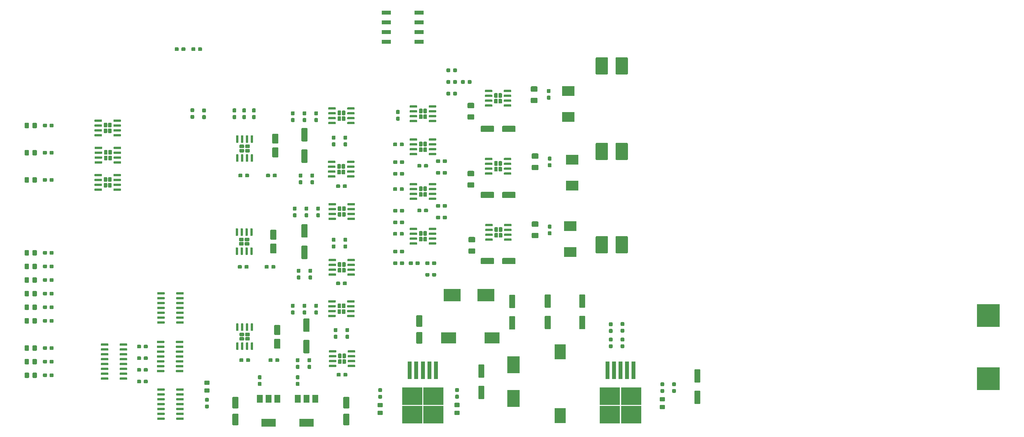
<source format=gbr>
G04 #@! TF.GenerationSoftware,KiCad,Pcbnew,(5.1.5)-3*
G04 #@! TF.CreationDate,2020-11-01T19:56:01+02:00*
G04 #@! TF.ProjectId,BLDC_FUSION_2020,424c4443-5f46-4555-9349-4f4e5f323032,2 Not Ordered*
G04 #@! TF.SameCoordinates,PX6dac2c0PY8583b00*
G04 #@! TF.FileFunction,Paste,Top*
G04 #@! TF.FilePolarity,Positive*
%FSLAX46Y46*%
G04 Gerber Fmt 4.6, Leading zero omitted, Abs format (unit mm)*
G04 Created by KiCad (PCBNEW (5.1.5)-3) date 2020-11-01 19:56:01*
%MOMM*%
%LPD*%
G04 APERTURE LIST*
%ADD10R,5.250000X4.550000*%
%ADD11R,1.100000X4.600000*%
%ADD12R,4.500000X3.300000*%
%ADD13C,0.100000*%
%ADD14R,3.300000X4.500000*%
%ADD15R,3.300000X2.500000*%
%ADD16R,4.000000X3.000000*%
%ADD17R,3.800000X2.000000*%
%ADD18R,1.500000X2.000000*%
%ADD19R,6.000000X6.000000*%
%ADD20R,3.000000X4.000000*%
%ADD21R,2.440000X1.120000*%
G04 APERTURE END LIST*
D10*
X155213000Y9972000D03*
X160763000Y5122000D03*
X160763000Y9972000D03*
X155213000Y5122000D03*
D11*
X154588000Y16697000D03*
X156288000Y16697000D03*
X157988000Y16697000D03*
X159688000Y16697000D03*
X161388000Y16697000D03*
D12*
X122826000Y36368000D03*
X114026000Y36368000D03*
D13*
G36*
X74744779Y66383856D02*
G01*
X74767834Y66380437D01*
X74790443Y66374773D01*
X74812387Y66366921D01*
X74833457Y66356956D01*
X74853448Y66344974D01*
X74872168Y66331090D01*
X74889438Y66315438D01*
X74905090Y66298168D01*
X74918974Y66279448D01*
X74930956Y66259457D01*
X74940921Y66238387D01*
X74948773Y66216443D01*
X74954437Y66193834D01*
X74957856Y66170779D01*
X74959000Y66147500D01*
X74959000Y65572500D01*
X74957856Y65549221D01*
X74954437Y65526166D01*
X74948773Y65503557D01*
X74940921Y65481613D01*
X74930956Y65460543D01*
X74918974Y65440552D01*
X74905090Y65421832D01*
X74889438Y65404562D01*
X74872168Y65388910D01*
X74853448Y65375026D01*
X74833457Y65363044D01*
X74812387Y65353079D01*
X74790443Y65345227D01*
X74767834Y65339563D01*
X74744779Y65336144D01*
X74721500Y65335000D01*
X74246500Y65335000D01*
X74223221Y65336144D01*
X74200166Y65339563D01*
X74177557Y65345227D01*
X74155613Y65353079D01*
X74134543Y65363044D01*
X74114552Y65375026D01*
X74095832Y65388910D01*
X74078562Y65404562D01*
X74062910Y65421832D01*
X74049026Y65440552D01*
X74037044Y65460543D01*
X74027079Y65481613D01*
X74019227Y65503557D01*
X74013563Y65526166D01*
X74010144Y65549221D01*
X74009000Y65572500D01*
X74009000Y66147500D01*
X74010144Y66170779D01*
X74013563Y66193834D01*
X74019227Y66216443D01*
X74027079Y66238387D01*
X74037044Y66259457D01*
X74049026Y66279448D01*
X74062910Y66298168D01*
X74078562Y66315438D01*
X74095832Y66331090D01*
X74114552Y66344974D01*
X74134543Y66356956D01*
X74155613Y66366921D01*
X74177557Y66374773D01*
X74200166Y66380437D01*
X74223221Y66383856D01*
X74246500Y66385000D01*
X74721500Y66385000D01*
X74744779Y66383856D01*
G37*
G36*
X74744779Y68133856D02*
G01*
X74767834Y68130437D01*
X74790443Y68124773D01*
X74812387Y68116921D01*
X74833457Y68106956D01*
X74853448Y68094974D01*
X74872168Y68081090D01*
X74889438Y68065438D01*
X74905090Y68048168D01*
X74918974Y68029448D01*
X74930956Y68009457D01*
X74940921Y67988387D01*
X74948773Y67966443D01*
X74954437Y67943834D01*
X74957856Y67920779D01*
X74959000Y67897500D01*
X74959000Y67322500D01*
X74957856Y67299221D01*
X74954437Y67276166D01*
X74948773Y67253557D01*
X74940921Y67231613D01*
X74930956Y67210543D01*
X74918974Y67190552D01*
X74905090Y67171832D01*
X74889438Y67154562D01*
X74872168Y67138910D01*
X74853448Y67125026D01*
X74833457Y67113044D01*
X74812387Y67103079D01*
X74790443Y67095227D01*
X74767834Y67089563D01*
X74744779Y67086144D01*
X74721500Y67085000D01*
X74246500Y67085000D01*
X74223221Y67086144D01*
X74200166Y67089563D01*
X74177557Y67095227D01*
X74155613Y67103079D01*
X74134543Y67113044D01*
X74114552Y67125026D01*
X74095832Y67138910D01*
X74078562Y67154562D01*
X74062910Y67171832D01*
X74049026Y67190552D01*
X74037044Y67210543D01*
X74027079Y67231613D01*
X74019227Y67253557D01*
X74013563Y67276166D01*
X74010144Y67299221D01*
X74009000Y67322500D01*
X74009000Y67897500D01*
X74010144Y67920779D01*
X74013563Y67943834D01*
X74019227Y67966443D01*
X74027079Y67988387D01*
X74037044Y68009457D01*
X74049026Y68029448D01*
X74062910Y68048168D01*
X74078562Y68065438D01*
X74095832Y68081090D01*
X74114552Y68094974D01*
X74134543Y68106956D01*
X74155613Y68116921D01*
X74177557Y68124773D01*
X74200166Y68130437D01*
X74223221Y68133856D01*
X74246500Y68135000D01*
X74721500Y68135000D01*
X74744779Y68133856D01*
G37*
G36*
X74236779Y41491856D02*
G01*
X74259834Y41488437D01*
X74282443Y41482773D01*
X74304387Y41474921D01*
X74325457Y41464956D01*
X74345448Y41452974D01*
X74364168Y41439090D01*
X74381438Y41423438D01*
X74397090Y41406168D01*
X74410974Y41387448D01*
X74422956Y41367457D01*
X74432921Y41346387D01*
X74440773Y41324443D01*
X74446437Y41301834D01*
X74449856Y41278779D01*
X74451000Y41255500D01*
X74451000Y40680500D01*
X74449856Y40657221D01*
X74446437Y40634166D01*
X74440773Y40611557D01*
X74432921Y40589613D01*
X74422956Y40568543D01*
X74410974Y40548552D01*
X74397090Y40529832D01*
X74381438Y40512562D01*
X74364168Y40496910D01*
X74345448Y40483026D01*
X74325457Y40471044D01*
X74304387Y40461079D01*
X74282443Y40453227D01*
X74259834Y40447563D01*
X74236779Y40444144D01*
X74213500Y40443000D01*
X73738500Y40443000D01*
X73715221Y40444144D01*
X73692166Y40447563D01*
X73669557Y40453227D01*
X73647613Y40461079D01*
X73626543Y40471044D01*
X73606552Y40483026D01*
X73587832Y40496910D01*
X73570562Y40512562D01*
X73554910Y40529832D01*
X73541026Y40548552D01*
X73529044Y40568543D01*
X73519079Y40589613D01*
X73511227Y40611557D01*
X73505563Y40634166D01*
X73502144Y40657221D01*
X73501000Y40680500D01*
X73501000Y41255500D01*
X73502144Y41278779D01*
X73505563Y41301834D01*
X73511227Y41324443D01*
X73519079Y41346387D01*
X73529044Y41367457D01*
X73541026Y41387448D01*
X73554910Y41406168D01*
X73570562Y41423438D01*
X73587832Y41439090D01*
X73606552Y41452974D01*
X73626543Y41464956D01*
X73647613Y41474921D01*
X73669557Y41482773D01*
X73692166Y41488437D01*
X73715221Y41491856D01*
X73738500Y41493000D01*
X74213500Y41493000D01*
X74236779Y41491856D01*
G37*
G36*
X74236779Y43241856D02*
G01*
X74259834Y43238437D01*
X74282443Y43232773D01*
X74304387Y43224921D01*
X74325457Y43214956D01*
X74345448Y43202974D01*
X74364168Y43189090D01*
X74381438Y43173438D01*
X74397090Y43156168D01*
X74410974Y43137448D01*
X74422956Y43117457D01*
X74432921Y43096387D01*
X74440773Y43074443D01*
X74446437Y43051834D01*
X74449856Y43028779D01*
X74451000Y43005500D01*
X74451000Y42430500D01*
X74449856Y42407221D01*
X74446437Y42384166D01*
X74440773Y42361557D01*
X74432921Y42339613D01*
X74422956Y42318543D01*
X74410974Y42298552D01*
X74397090Y42279832D01*
X74381438Y42262562D01*
X74364168Y42246910D01*
X74345448Y42233026D01*
X74325457Y42221044D01*
X74304387Y42211079D01*
X74282443Y42203227D01*
X74259834Y42197563D01*
X74236779Y42194144D01*
X74213500Y42193000D01*
X73738500Y42193000D01*
X73715221Y42194144D01*
X73692166Y42197563D01*
X73669557Y42203227D01*
X73647613Y42211079D01*
X73626543Y42221044D01*
X73606552Y42233026D01*
X73587832Y42246910D01*
X73570562Y42262562D01*
X73554910Y42279832D01*
X73541026Y42298552D01*
X73529044Y42318543D01*
X73519079Y42339613D01*
X73511227Y42361557D01*
X73505563Y42384166D01*
X73502144Y42407221D01*
X73501000Y42430500D01*
X73501000Y43005500D01*
X73502144Y43028779D01*
X73505563Y43051834D01*
X73511227Y43074443D01*
X73519079Y43096387D01*
X73529044Y43117457D01*
X73541026Y43137448D01*
X73554910Y43156168D01*
X73570562Y43173438D01*
X73587832Y43189090D01*
X73606552Y43202974D01*
X73626543Y43214956D01*
X73647613Y43224921D01*
X73669557Y43232773D01*
X73692166Y43238437D01*
X73715221Y43241856D01*
X73738500Y43243000D01*
X74213500Y43243000D01*
X74236779Y43241856D01*
G37*
G36*
X73982779Y19873856D02*
G01*
X74005834Y19870437D01*
X74028443Y19864773D01*
X74050387Y19856921D01*
X74071457Y19846956D01*
X74091448Y19834974D01*
X74110168Y19821090D01*
X74127438Y19805438D01*
X74143090Y19788168D01*
X74156974Y19769448D01*
X74168956Y19749457D01*
X74178921Y19728387D01*
X74186773Y19706443D01*
X74192437Y19683834D01*
X74195856Y19660779D01*
X74197000Y19637500D01*
X74197000Y19062500D01*
X74195856Y19039221D01*
X74192437Y19016166D01*
X74186773Y18993557D01*
X74178921Y18971613D01*
X74168956Y18950543D01*
X74156974Y18930552D01*
X74143090Y18911832D01*
X74127438Y18894562D01*
X74110168Y18878910D01*
X74091448Y18865026D01*
X74071457Y18853044D01*
X74050387Y18843079D01*
X74028443Y18835227D01*
X74005834Y18829563D01*
X73982779Y18826144D01*
X73959500Y18825000D01*
X73484500Y18825000D01*
X73461221Y18826144D01*
X73438166Y18829563D01*
X73415557Y18835227D01*
X73393613Y18843079D01*
X73372543Y18853044D01*
X73352552Y18865026D01*
X73333832Y18878910D01*
X73316562Y18894562D01*
X73300910Y18911832D01*
X73287026Y18930552D01*
X73275044Y18950543D01*
X73265079Y18971613D01*
X73257227Y18993557D01*
X73251563Y19016166D01*
X73248144Y19039221D01*
X73247000Y19062500D01*
X73247000Y19637500D01*
X73248144Y19660779D01*
X73251563Y19683834D01*
X73257227Y19706443D01*
X73265079Y19728387D01*
X73275044Y19749457D01*
X73287026Y19769448D01*
X73300910Y19788168D01*
X73316562Y19805438D01*
X73333832Y19821090D01*
X73352552Y19834974D01*
X73372543Y19846956D01*
X73393613Y19856921D01*
X73415557Y19864773D01*
X73438166Y19870437D01*
X73461221Y19873856D01*
X73484500Y19875000D01*
X73959500Y19875000D01*
X73982779Y19873856D01*
G37*
G36*
X73982779Y18123856D02*
G01*
X74005834Y18120437D01*
X74028443Y18114773D01*
X74050387Y18106921D01*
X74071457Y18096956D01*
X74091448Y18084974D01*
X74110168Y18071090D01*
X74127438Y18055438D01*
X74143090Y18038168D01*
X74156974Y18019448D01*
X74168956Y17999457D01*
X74178921Y17978387D01*
X74186773Y17956443D01*
X74192437Y17933834D01*
X74195856Y17910779D01*
X74197000Y17887500D01*
X74197000Y17312500D01*
X74195856Y17289221D01*
X74192437Y17266166D01*
X74186773Y17243557D01*
X74178921Y17221613D01*
X74168956Y17200543D01*
X74156974Y17180552D01*
X74143090Y17161832D01*
X74127438Y17144562D01*
X74110168Y17128910D01*
X74091448Y17115026D01*
X74071457Y17103044D01*
X74050387Y17093079D01*
X74028443Y17085227D01*
X74005834Y17079563D01*
X73982779Y17076144D01*
X73959500Y17075000D01*
X73484500Y17075000D01*
X73461221Y17076144D01*
X73438166Y17079563D01*
X73415557Y17085227D01*
X73393613Y17093079D01*
X73372543Y17103044D01*
X73352552Y17115026D01*
X73333832Y17128910D01*
X73316562Y17144562D01*
X73300910Y17161832D01*
X73287026Y17180552D01*
X73275044Y17200543D01*
X73265079Y17221613D01*
X73257227Y17243557D01*
X73251563Y17266166D01*
X73248144Y17289221D01*
X73247000Y17312500D01*
X73247000Y17887500D01*
X73248144Y17910779D01*
X73251563Y17933834D01*
X73257227Y17956443D01*
X73265079Y17978387D01*
X73275044Y17999457D01*
X73287026Y18019448D01*
X73300910Y18038168D01*
X73316562Y18055438D01*
X73333832Y18071090D01*
X73352552Y18084974D01*
X73372543Y18096956D01*
X73393613Y18106921D01*
X73415557Y18114773D01*
X73438166Y18120437D01*
X73461221Y18123856D01*
X73484500Y18125000D01*
X73959500Y18125000D01*
X73982779Y18123856D01*
G37*
G36*
X76074504Y74426796D02*
G01*
X76098773Y74423196D01*
X76122571Y74417235D01*
X76145671Y74408970D01*
X76167849Y74398480D01*
X76188893Y74385867D01*
X76208598Y74371253D01*
X76226777Y74354777D01*
X76243253Y74336598D01*
X76257867Y74316893D01*
X76270480Y74295849D01*
X76280970Y74273671D01*
X76289235Y74250571D01*
X76295196Y74226773D01*
X76298796Y74202504D01*
X76300000Y74178000D01*
X76300000Y71178000D01*
X76298796Y71153496D01*
X76295196Y71129227D01*
X76289235Y71105429D01*
X76280970Y71082329D01*
X76270480Y71060151D01*
X76257867Y71039107D01*
X76243253Y71019402D01*
X76226777Y71001223D01*
X76208598Y70984747D01*
X76188893Y70970133D01*
X76167849Y70957520D01*
X76145671Y70947030D01*
X76122571Y70938765D01*
X76098773Y70932804D01*
X76074504Y70929204D01*
X76050000Y70928000D01*
X74950000Y70928000D01*
X74925496Y70929204D01*
X74901227Y70932804D01*
X74877429Y70938765D01*
X74854329Y70947030D01*
X74832151Y70957520D01*
X74811107Y70970133D01*
X74791402Y70984747D01*
X74773223Y71001223D01*
X74756747Y71019402D01*
X74742133Y71039107D01*
X74729520Y71060151D01*
X74719030Y71082329D01*
X74710765Y71105429D01*
X74704804Y71129227D01*
X74701204Y71153496D01*
X74700000Y71178000D01*
X74700000Y74178000D01*
X74701204Y74202504D01*
X74704804Y74226773D01*
X74710765Y74250571D01*
X74719030Y74273671D01*
X74729520Y74295849D01*
X74742133Y74316893D01*
X74756747Y74336598D01*
X74773223Y74354777D01*
X74791402Y74371253D01*
X74811107Y74385867D01*
X74832151Y74398480D01*
X74854329Y74408970D01*
X74877429Y74417235D01*
X74901227Y74423196D01*
X74925496Y74426796D01*
X74950000Y74428000D01*
X76050000Y74428000D01*
X76074504Y74426796D01*
G37*
G36*
X76074504Y80026796D02*
G01*
X76098773Y80023196D01*
X76122571Y80017235D01*
X76145671Y80008970D01*
X76167849Y79998480D01*
X76188893Y79985867D01*
X76208598Y79971253D01*
X76226777Y79954777D01*
X76243253Y79936598D01*
X76257867Y79916893D01*
X76270480Y79895849D01*
X76280970Y79873671D01*
X76289235Y79850571D01*
X76295196Y79826773D01*
X76298796Y79802504D01*
X76300000Y79778000D01*
X76300000Y76778000D01*
X76298796Y76753496D01*
X76295196Y76729227D01*
X76289235Y76705429D01*
X76280970Y76682329D01*
X76270480Y76660151D01*
X76257867Y76639107D01*
X76243253Y76619402D01*
X76226777Y76601223D01*
X76208598Y76584747D01*
X76188893Y76570133D01*
X76167849Y76557520D01*
X76145671Y76547030D01*
X76122571Y76538765D01*
X76098773Y76532804D01*
X76074504Y76529204D01*
X76050000Y76528000D01*
X74950000Y76528000D01*
X74925496Y76529204D01*
X74901227Y76532804D01*
X74877429Y76538765D01*
X74854329Y76547030D01*
X74832151Y76557520D01*
X74811107Y76570133D01*
X74791402Y76584747D01*
X74773223Y76601223D01*
X74756747Y76619402D01*
X74742133Y76639107D01*
X74729520Y76660151D01*
X74719030Y76682329D01*
X74710765Y76705429D01*
X74704804Y76729227D01*
X74701204Y76753496D01*
X74700000Y76778000D01*
X74700000Y79778000D01*
X74701204Y79802504D01*
X74704804Y79826773D01*
X74710765Y79850571D01*
X74719030Y79873671D01*
X74729520Y79895849D01*
X74742133Y79916893D01*
X74756747Y79936598D01*
X74773223Y79954777D01*
X74791402Y79971253D01*
X74811107Y79985867D01*
X74832151Y79998480D01*
X74854329Y80008970D01*
X74877429Y80017235D01*
X74901227Y80023196D01*
X74925496Y80026796D01*
X74950000Y80028000D01*
X76050000Y80028000D01*
X76074504Y80026796D01*
G37*
G36*
X76074504Y49286796D02*
G01*
X76098773Y49283196D01*
X76122571Y49277235D01*
X76145671Y49268970D01*
X76167849Y49258480D01*
X76188893Y49245867D01*
X76208598Y49231253D01*
X76226777Y49214777D01*
X76243253Y49196598D01*
X76257867Y49176893D01*
X76270480Y49155849D01*
X76280970Y49133671D01*
X76289235Y49110571D01*
X76295196Y49086773D01*
X76298796Y49062504D01*
X76300000Y49038000D01*
X76300000Y46038000D01*
X76298796Y46013496D01*
X76295196Y45989227D01*
X76289235Y45965429D01*
X76280970Y45942329D01*
X76270480Y45920151D01*
X76257867Y45899107D01*
X76243253Y45879402D01*
X76226777Y45861223D01*
X76208598Y45844747D01*
X76188893Y45830133D01*
X76167849Y45817520D01*
X76145671Y45807030D01*
X76122571Y45798765D01*
X76098773Y45792804D01*
X76074504Y45789204D01*
X76050000Y45788000D01*
X74950000Y45788000D01*
X74925496Y45789204D01*
X74901227Y45792804D01*
X74877429Y45798765D01*
X74854329Y45807030D01*
X74832151Y45817520D01*
X74811107Y45830133D01*
X74791402Y45844747D01*
X74773223Y45861223D01*
X74756747Y45879402D01*
X74742133Y45899107D01*
X74729520Y45920151D01*
X74719030Y45942329D01*
X74710765Y45965429D01*
X74704804Y45989227D01*
X74701204Y46013496D01*
X74700000Y46038000D01*
X74700000Y49038000D01*
X74701204Y49062504D01*
X74704804Y49086773D01*
X74710765Y49110571D01*
X74719030Y49133671D01*
X74729520Y49155849D01*
X74742133Y49176893D01*
X74756747Y49196598D01*
X74773223Y49214777D01*
X74791402Y49231253D01*
X74811107Y49245867D01*
X74832151Y49258480D01*
X74854329Y49268970D01*
X74877429Y49277235D01*
X74901227Y49283196D01*
X74925496Y49286796D01*
X74950000Y49288000D01*
X76050000Y49288000D01*
X76074504Y49286796D01*
G37*
G36*
X76074504Y54886796D02*
G01*
X76098773Y54883196D01*
X76122571Y54877235D01*
X76145671Y54868970D01*
X76167849Y54858480D01*
X76188893Y54845867D01*
X76208598Y54831253D01*
X76226777Y54814777D01*
X76243253Y54796598D01*
X76257867Y54776893D01*
X76270480Y54755849D01*
X76280970Y54733671D01*
X76289235Y54710571D01*
X76295196Y54686773D01*
X76298796Y54662504D01*
X76300000Y54638000D01*
X76300000Y51638000D01*
X76298796Y51613496D01*
X76295196Y51589227D01*
X76289235Y51565429D01*
X76280970Y51542329D01*
X76270480Y51520151D01*
X76257867Y51499107D01*
X76243253Y51479402D01*
X76226777Y51461223D01*
X76208598Y51444747D01*
X76188893Y51430133D01*
X76167849Y51417520D01*
X76145671Y51407030D01*
X76122571Y51398765D01*
X76098773Y51392804D01*
X76074504Y51389204D01*
X76050000Y51388000D01*
X74950000Y51388000D01*
X74925496Y51389204D01*
X74901227Y51392804D01*
X74877429Y51398765D01*
X74854329Y51407030D01*
X74832151Y51417520D01*
X74811107Y51430133D01*
X74791402Y51444747D01*
X74773223Y51461223D01*
X74756747Y51479402D01*
X74742133Y51499107D01*
X74729520Y51520151D01*
X74719030Y51542329D01*
X74710765Y51565429D01*
X74704804Y51589227D01*
X74701204Y51613496D01*
X74700000Y51638000D01*
X74700000Y54638000D01*
X74701204Y54662504D01*
X74704804Y54686773D01*
X74710765Y54710571D01*
X74719030Y54733671D01*
X74729520Y54755849D01*
X74742133Y54776893D01*
X74756747Y54796598D01*
X74773223Y54814777D01*
X74791402Y54831253D01*
X74811107Y54845867D01*
X74832151Y54858480D01*
X74854329Y54868970D01*
X74877429Y54877235D01*
X74901227Y54883196D01*
X74925496Y54886796D01*
X74950000Y54888000D01*
X76050000Y54888000D01*
X76074504Y54886796D01*
G37*
G36*
X76582504Y30254796D02*
G01*
X76606773Y30251196D01*
X76630571Y30245235D01*
X76653671Y30236970D01*
X76675849Y30226480D01*
X76696893Y30213867D01*
X76716598Y30199253D01*
X76734777Y30182777D01*
X76751253Y30164598D01*
X76765867Y30144893D01*
X76778480Y30123849D01*
X76788970Y30101671D01*
X76797235Y30078571D01*
X76803196Y30054773D01*
X76806796Y30030504D01*
X76808000Y30006000D01*
X76808000Y27006000D01*
X76806796Y26981496D01*
X76803196Y26957227D01*
X76797235Y26933429D01*
X76788970Y26910329D01*
X76778480Y26888151D01*
X76765867Y26867107D01*
X76751253Y26847402D01*
X76734777Y26829223D01*
X76716598Y26812747D01*
X76696893Y26798133D01*
X76675849Y26785520D01*
X76653671Y26775030D01*
X76630571Y26766765D01*
X76606773Y26760804D01*
X76582504Y26757204D01*
X76558000Y26756000D01*
X75458000Y26756000D01*
X75433496Y26757204D01*
X75409227Y26760804D01*
X75385429Y26766765D01*
X75362329Y26775030D01*
X75340151Y26785520D01*
X75319107Y26798133D01*
X75299402Y26812747D01*
X75281223Y26829223D01*
X75264747Y26847402D01*
X75250133Y26867107D01*
X75237520Y26888151D01*
X75227030Y26910329D01*
X75218765Y26933429D01*
X75212804Y26957227D01*
X75209204Y26981496D01*
X75208000Y27006000D01*
X75208000Y30006000D01*
X75209204Y30030504D01*
X75212804Y30054773D01*
X75218765Y30078571D01*
X75227030Y30101671D01*
X75237520Y30123849D01*
X75250133Y30144893D01*
X75264747Y30164598D01*
X75281223Y30182777D01*
X75299402Y30199253D01*
X75319107Y30213867D01*
X75340151Y30226480D01*
X75362329Y30236970D01*
X75385429Y30245235D01*
X75409227Y30251196D01*
X75433496Y30254796D01*
X75458000Y30256000D01*
X76558000Y30256000D01*
X76582504Y30254796D01*
G37*
G36*
X76582504Y24654796D02*
G01*
X76606773Y24651196D01*
X76630571Y24645235D01*
X76653671Y24636970D01*
X76675849Y24626480D01*
X76696893Y24613867D01*
X76716598Y24599253D01*
X76734777Y24582777D01*
X76751253Y24564598D01*
X76765867Y24544893D01*
X76778480Y24523849D01*
X76788970Y24501671D01*
X76797235Y24478571D01*
X76803196Y24454773D01*
X76806796Y24430504D01*
X76808000Y24406000D01*
X76808000Y21406000D01*
X76806796Y21381496D01*
X76803196Y21357227D01*
X76797235Y21333429D01*
X76788970Y21310329D01*
X76778480Y21288151D01*
X76765867Y21267107D01*
X76751253Y21247402D01*
X76734777Y21229223D01*
X76716598Y21212747D01*
X76696893Y21198133D01*
X76675849Y21185520D01*
X76653671Y21175030D01*
X76630571Y21166765D01*
X76606773Y21160804D01*
X76582504Y21157204D01*
X76558000Y21156000D01*
X75458000Y21156000D01*
X75433496Y21157204D01*
X75409227Y21160804D01*
X75385429Y21166765D01*
X75362329Y21175030D01*
X75340151Y21185520D01*
X75319107Y21198133D01*
X75299402Y21212747D01*
X75281223Y21229223D01*
X75264747Y21247402D01*
X75250133Y21267107D01*
X75237520Y21288151D01*
X75227030Y21310329D01*
X75218765Y21333429D01*
X75212804Y21357227D01*
X75209204Y21381496D01*
X75208000Y21406000D01*
X75208000Y24406000D01*
X75209204Y24430504D01*
X75212804Y24454773D01*
X75218765Y24478571D01*
X75227030Y24501671D01*
X75237520Y24523849D01*
X75250133Y24544893D01*
X75264747Y24564598D01*
X75281223Y24582777D01*
X75299402Y24599253D01*
X75319107Y24613867D01*
X75340151Y24626480D01*
X75362329Y24636970D01*
X75385429Y24645235D01*
X75409227Y24651196D01*
X75433496Y24654796D01*
X75458000Y24656000D01*
X76558000Y24656000D01*
X76582504Y24654796D01*
G37*
G36*
X78808779Y82639856D02*
G01*
X78831834Y82636437D01*
X78854443Y82630773D01*
X78876387Y82622921D01*
X78897457Y82612956D01*
X78917448Y82600974D01*
X78936168Y82587090D01*
X78953438Y82571438D01*
X78969090Y82554168D01*
X78982974Y82535448D01*
X78994956Y82515457D01*
X79004921Y82494387D01*
X79012773Y82472443D01*
X79018437Y82449834D01*
X79021856Y82426779D01*
X79023000Y82403500D01*
X79023000Y81828500D01*
X79021856Y81805221D01*
X79018437Y81782166D01*
X79012773Y81759557D01*
X79004921Y81737613D01*
X78994956Y81716543D01*
X78982974Y81696552D01*
X78969090Y81677832D01*
X78953438Y81660562D01*
X78936168Y81644910D01*
X78917448Y81631026D01*
X78897457Y81619044D01*
X78876387Y81609079D01*
X78854443Y81601227D01*
X78831834Y81595563D01*
X78808779Y81592144D01*
X78785500Y81591000D01*
X78310500Y81591000D01*
X78287221Y81592144D01*
X78264166Y81595563D01*
X78241557Y81601227D01*
X78219613Y81609079D01*
X78198543Y81619044D01*
X78178552Y81631026D01*
X78159832Y81644910D01*
X78142562Y81660562D01*
X78126910Y81677832D01*
X78113026Y81696552D01*
X78101044Y81716543D01*
X78091079Y81737613D01*
X78083227Y81759557D01*
X78077563Y81782166D01*
X78074144Y81805221D01*
X78073000Y81828500D01*
X78073000Y82403500D01*
X78074144Y82426779D01*
X78077563Y82449834D01*
X78083227Y82472443D01*
X78091079Y82494387D01*
X78101044Y82515457D01*
X78113026Y82535448D01*
X78126910Y82554168D01*
X78142562Y82571438D01*
X78159832Y82587090D01*
X78178552Y82600974D01*
X78198543Y82612956D01*
X78219613Y82622921D01*
X78241557Y82630773D01*
X78264166Y82636437D01*
X78287221Y82639856D01*
X78310500Y82641000D01*
X78785500Y82641000D01*
X78808779Y82639856D01*
G37*
G36*
X78808779Y84389856D02*
G01*
X78831834Y84386437D01*
X78854443Y84380773D01*
X78876387Y84372921D01*
X78897457Y84362956D01*
X78917448Y84350974D01*
X78936168Y84337090D01*
X78953438Y84321438D01*
X78969090Y84304168D01*
X78982974Y84285448D01*
X78994956Y84265457D01*
X79004921Y84244387D01*
X79012773Y84222443D01*
X79018437Y84199834D01*
X79021856Y84176779D01*
X79023000Y84153500D01*
X79023000Y83578500D01*
X79021856Y83555221D01*
X79018437Y83532166D01*
X79012773Y83509557D01*
X79004921Y83487613D01*
X78994956Y83466543D01*
X78982974Y83446552D01*
X78969090Y83427832D01*
X78953438Y83410562D01*
X78936168Y83394910D01*
X78917448Y83381026D01*
X78897457Y83369044D01*
X78876387Y83359079D01*
X78854443Y83351227D01*
X78831834Y83345563D01*
X78808779Y83342144D01*
X78785500Y83341000D01*
X78310500Y83341000D01*
X78287221Y83342144D01*
X78264166Y83345563D01*
X78241557Y83351227D01*
X78219613Y83359079D01*
X78198543Y83369044D01*
X78178552Y83381026D01*
X78159832Y83394910D01*
X78142562Y83410562D01*
X78126910Y83427832D01*
X78113026Y83446552D01*
X78101044Y83466543D01*
X78091079Y83487613D01*
X78083227Y83509557D01*
X78077563Y83532166D01*
X78074144Y83555221D01*
X78073000Y83578500D01*
X78073000Y84153500D01*
X78074144Y84176779D01*
X78077563Y84199834D01*
X78083227Y84222443D01*
X78091079Y84244387D01*
X78101044Y84265457D01*
X78113026Y84285448D01*
X78126910Y84304168D01*
X78142562Y84321438D01*
X78159832Y84337090D01*
X78178552Y84350974D01*
X78198543Y84362956D01*
X78219613Y84372921D01*
X78241557Y84380773D01*
X78264166Y84386437D01*
X78287221Y84389856D01*
X78310500Y84391000D01*
X78785500Y84391000D01*
X78808779Y84389856D01*
G37*
G36*
X79316779Y59497856D02*
G01*
X79339834Y59494437D01*
X79362443Y59488773D01*
X79384387Y59480921D01*
X79405457Y59470956D01*
X79425448Y59458974D01*
X79444168Y59445090D01*
X79461438Y59429438D01*
X79477090Y59412168D01*
X79490974Y59393448D01*
X79502956Y59373457D01*
X79512921Y59352387D01*
X79520773Y59330443D01*
X79526437Y59307834D01*
X79529856Y59284779D01*
X79531000Y59261500D01*
X79531000Y58686500D01*
X79529856Y58663221D01*
X79526437Y58640166D01*
X79520773Y58617557D01*
X79512921Y58595613D01*
X79502956Y58574543D01*
X79490974Y58554552D01*
X79477090Y58535832D01*
X79461438Y58518562D01*
X79444168Y58502910D01*
X79425448Y58489026D01*
X79405457Y58477044D01*
X79384387Y58467079D01*
X79362443Y58459227D01*
X79339834Y58453563D01*
X79316779Y58450144D01*
X79293500Y58449000D01*
X78818500Y58449000D01*
X78795221Y58450144D01*
X78772166Y58453563D01*
X78749557Y58459227D01*
X78727613Y58467079D01*
X78706543Y58477044D01*
X78686552Y58489026D01*
X78667832Y58502910D01*
X78650562Y58518562D01*
X78634910Y58535832D01*
X78621026Y58554552D01*
X78609044Y58574543D01*
X78599079Y58595613D01*
X78591227Y58617557D01*
X78585563Y58640166D01*
X78582144Y58663221D01*
X78581000Y58686500D01*
X78581000Y59261500D01*
X78582144Y59284779D01*
X78585563Y59307834D01*
X78591227Y59330443D01*
X78599079Y59352387D01*
X78609044Y59373457D01*
X78621026Y59393448D01*
X78634910Y59412168D01*
X78650562Y59429438D01*
X78667832Y59445090D01*
X78686552Y59458974D01*
X78706543Y59470956D01*
X78727613Y59480921D01*
X78749557Y59488773D01*
X78772166Y59494437D01*
X78795221Y59497856D01*
X78818500Y59499000D01*
X79293500Y59499000D01*
X79316779Y59497856D01*
G37*
G36*
X79316779Y57747856D02*
G01*
X79339834Y57744437D01*
X79362443Y57738773D01*
X79384387Y57730921D01*
X79405457Y57720956D01*
X79425448Y57708974D01*
X79444168Y57695090D01*
X79461438Y57679438D01*
X79477090Y57662168D01*
X79490974Y57643448D01*
X79502956Y57623457D01*
X79512921Y57602387D01*
X79520773Y57580443D01*
X79526437Y57557834D01*
X79529856Y57534779D01*
X79531000Y57511500D01*
X79531000Y56936500D01*
X79529856Y56913221D01*
X79526437Y56890166D01*
X79520773Y56867557D01*
X79512921Y56845613D01*
X79502956Y56824543D01*
X79490974Y56804552D01*
X79477090Y56785832D01*
X79461438Y56768562D01*
X79444168Y56752910D01*
X79425448Y56739026D01*
X79405457Y56727044D01*
X79384387Y56717079D01*
X79362443Y56709227D01*
X79339834Y56703563D01*
X79316779Y56700144D01*
X79293500Y56699000D01*
X78818500Y56699000D01*
X78795221Y56700144D01*
X78772166Y56703563D01*
X78749557Y56709227D01*
X78727613Y56717079D01*
X78706543Y56727044D01*
X78686552Y56739026D01*
X78667832Y56752910D01*
X78650562Y56768562D01*
X78634910Y56785832D01*
X78621026Y56804552D01*
X78609044Y56824543D01*
X78599079Y56845613D01*
X78591227Y56867557D01*
X78585563Y56890166D01*
X78582144Y56913221D01*
X78581000Y56936500D01*
X78581000Y57511500D01*
X78582144Y57534779D01*
X78585563Y57557834D01*
X78591227Y57580443D01*
X78599079Y57602387D01*
X78609044Y57623457D01*
X78621026Y57643448D01*
X78634910Y57662168D01*
X78650562Y57679438D01*
X78667832Y57695090D01*
X78686552Y57708974D01*
X78706543Y57720956D01*
X78727613Y57730921D01*
X78749557Y57738773D01*
X78772166Y57744437D01*
X78795221Y57747856D01*
X78818500Y57749000D01*
X79293500Y57749000D01*
X79316779Y57747856D01*
G37*
G36*
X78808779Y32347856D02*
G01*
X78831834Y32344437D01*
X78854443Y32338773D01*
X78876387Y32330921D01*
X78897457Y32320956D01*
X78917448Y32308974D01*
X78936168Y32295090D01*
X78953438Y32279438D01*
X78969090Y32262168D01*
X78982974Y32243448D01*
X78994956Y32223457D01*
X79004921Y32202387D01*
X79012773Y32180443D01*
X79018437Y32157834D01*
X79021856Y32134779D01*
X79023000Y32111500D01*
X79023000Y31536500D01*
X79021856Y31513221D01*
X79018437Y31490166D01*
X79012773Y31467557D01*
X79004921Y31445613D01*
X78994956Y31424543D01*
X78982974Y31404552D01*
X78969090Y31385832D01*
X78953438Y31368562D01*
X78936168Y31352910D01*
X78917448Y31339026D01*
X78897457Y31327044D01*
X78876387Y31317079D01*
X78854443Y31309227D01*
X78831834Y31303563D01*
X78808779Y31300144D01*
X78785500Y31299000D01*
X78310500Y31299000D01*
X78287221Y31300144D01*
X78264166Y31303563D01*
X78241557Y31309227D01*
X78219613Y31317079D01*
X78198543Y31327044D01*
X78178552Y31339026D01*
X78159832Y31352910D01*
X78142562Y31368562D01*
X78126910Y31385832D01*
X78113026Y31404552D01*
X78101044Y31424543D01*
X78091079Y31445613D01*
X78083227Y31467557D01*
X78077563Y31490166D01*
X78074144Y31513221D01*
X78073000Y31536500D01*
X78073000Y32111500D01*
X78074144Y32134779D01*
X78077563Y32157834D01*
X78083227Y32180443D01*
X78091079Y32202387D01*
X78101044Y32223457D01*
X78113026Y32243448D01*
X78126910Y32262168D01*
X78142562Y32279438D01*
X78159832Y32295090D01*
X78178552Y32308974D01*
X78198543Y32320956D01*
X78219613Y32330921D01*
X78241557Y32338773D01*
X78264166Y32344437D01*
X78287221Y32347856D01*
X78310500Y32349000D01*
X78785500Y32349000D01*
X78808779Y32347856D01*
G37*
G36*
X78808779Y34097856D02*
G01*
X78831834Y34094437D01*
X78854443Y34088773D01*
X78876387Y34080921D01*
X78897457Y34070956D01*
X78917448Y34058974D01*
X78936168Y34045090D01*
X78953438Y34029438D01*
X78969090Y34012168D01*
X78982974Y33993448D01*
X78994956Y33973457D01*
X79004921Y33952387D01*
X79012773Y33930443D01*
X79018437Y33907834D01*
X79021856Y33884779D01*
X79023000Y33861500D01*
X79023000Y33286500D01*
X79021856Y33263221D01*
X79018437Y33240166D01*
X79012773Y33217557D01*
X79004921Y33195613D01*
X78994956Y33174543D01*
X78982974Y33154552D01*
X78969090Y33135832D01*
X78953438Y33118562D01*
X78936168Y33102910D01*
X78917448Y33089026D01*
X78897457Y33077044D01*
X78876387Y33067079D01*
X78854443Y33059227D01*
X78831834Y33053563D01*
X78808779Y33050144D01*
X78785500Y33049000D01*
X78310500Y33049000D01*
X78287221Y33050144D01*
X78264166Y33053563D01*
X78241557Y33059227D01*
X78219613Y33067079D01*
X78198543Y33077044D01*
X78178552Y33089026D01*
X78159832Y33102910D01*
X78142562Y33118562D01*
X78126910Y33135832D01*
X78113026Y33154552D01*
X78101044Y33174543D01*
X78091079Y33195613D01*
X78083227Y33217557D01*
X78077563Y33240166D01*
X78074144Y33263221D01*
X78073000Y33286500D01*
X78073000Y33861500D01*
X78074144Y33884779D01*
X78077563Y33907834D01*
X78083227Y33930443D01*
X78091079Y33952387D01*
X78101044Y33973457D01*
X78113026Y33993448D01*
X78126910Y34012168D01*
X78142562Y34029438D01*
X78159832Y34045090D01*
X78178552Y34058974D01*
X78198543Y34070956D01*
X78219613Y34080921D01*
X78241557Y34088773D01*
X78264166Y34094437D01*
X78287221Y34097856D01*
X78310500Y34099000D01*
X78785500Y34099000D01*
X78808779Y34097856D01*
G37*
G36*
X130284504Y30858796D02*
G01*
X130308773Y30855196D01*
X130332571Y30849235D01*
X130355671Y30840970D01*
X130377849Y30830480D01*
X130398893Y30817867D01*
X130418598Y30803253D01*
X130436777Y30786777D01*
X130453253Y30768598D01*
X130467867Y30748893D01*
X130480480Y30727849D01*
X130490970Y30705671D01*
X130499235Y30682571D01*
X130505196Y30658773D01*
X130508796Y30634504D01*
X130510000Y30610000D01*
X130510000Y27610000D01*
X130508796Y27585496D01*
X130505196Y27561227D01*
X130499235Y27537429D01*
X130490970Y27514329D01*
X130480480Y27492151D01*
X130467867Y27471107D01*
X130453253Y27451402D01*
X130436777Y27433223D01*
X130418598Y27416747D01*
X130398893Y27402133D01*
X130377849Y27389520D01*
X130355671Y27379030D01*
X130332571Y27370765D01*
X130308773Y27364804D01*
X130284504Y27361204D01*
X130260000Y27360000D01*
X129160000Y27360000D01*
X129135496Y27361204D01*
X129111227Y27364804D01*
X129087429Y27370765D01*
X129064329Y27379030D01*
X129042151Y27389520D01*
X129021107Y27402133D01*
X129001402Y27416747D01*
X128983223Y27433223D01*
X128966747Y27451402D01*
X128952133Y27471107D01*
X128939520Y27492151D01*
X128929030Y27514329D01*
X128920765Y27537429D01*
X128914804Y27561227D01*
X128911204Y27585496D01*
X128910000Y27610000D01*
X128910000Y30610000D01*
X128911204Y30634504D01*
X128914804Y30658773D01*
X128920765Y30682571D01*
X128929030Y30705671D01*
X128939520Y30727849D01*
X128952133Y30748893D01*
X128966747Y30768598D01*
X128983223Y30786777D01*
X129001402Y30803253D01*
X129021107Y30817867D01*
X129042151Y30830480D01*
X129064329Y30840970D01*
X129087429Y30849235D01*
X129111227Y30855196D01*
X129135496Y30858796D01*
X129160000Y30860000D01*
X130260000Y30860000D01*
X130284504Y30858796D01*
G37*
G36*
X130284504Y36458796D02*
G01*
X130308773Y36455196D01*
X130332571Y36449235D01*
X130355671Y36440970D01*
X130377849Y36430480D01*
X130398893Y36417867D01*
X130418598Y36403253D01*
X130436777Y36386777D01*
X130453253Y36368598D01*
X130467867Y36348893D01*
X130480480Y36327849D01*
X130490970Y36305671D01*
X130499235Y36282571D01*
X130505196Y36258773D01*
X130508796Y36234504D01*
X130510000Y36210000D01*
X130510000Y33210000D01*
X130508796Y33185496D01*
X130505196Y33161227D01*
X130499235Y33137429D01*
X130490970Y33114329D01*
X130480480Y33092151D01*
X130467867Y33071107D01*
X130453253Y33051402D01*
X130436777Y33033223D01*
X130418598Y33016747D01*
X130398893Y33002133D01*
X130377849Y32989520D01*
X130355671Y32979030D01*
X130332571Y32970765D01*
X130308773Y32964804D01*
X130284504Y32961204D01*
X130260000Y32960000D01*
X129160000Y32960000D01*
X129135496Y32961204D01*
X129111227Y32964804D01*
X129087429Y32970765D01*
X129064329Y32979030D01*
X129042151Y32989520D01*
X129021107Y33002133D01*
X129001402Y33016747D01*
X128983223Y33033223D01*
X128966747Y33051402D01*
X128952133Y33071107D01*
X128939520Y33092151D01*
X128929030Y33114329D01*
X128920765Y33137429D01*
X128914804Y33161227D01*
X128911204Y33185496D01*
X128910000Y33210000D01*
X128910000Y36210000D01*
X128911204Y36234504D01*
X128914804Y36258773D01*
X128920765Y36282571D01*
X128929030Y36305671D01*
X128939520Y36327849D01*
X128952133Y36348893D01*
X128966747Y36368598D01*
X128983223Y36386777D01*
X129001402Y36403253D01*
X129021107Y36417867D01*
X129042151Y36430480D01*
X129064329Y36440970D01*
X129087429Y36449235D01*
X129111227Y36455196D01*
X129135496Y36458796D01*
X129160000Y36460000D01*
X130260000Y36460000D01*
X130284504Y36458796D01*
G37*
G36*
X106046504Y26690796D02*
G01*
X106070773Y26687196D01*
X106094571Y26681235D01*
X106117671Y26672970D01*
X106139849Y26662480D01*
X106160893Y26649867D01*
X106180598Y26635253D01*
X106198777Y26618777D01*
X106215253Y26600598D01*
X106229867Y26580893D01*
X106242480Y26559849D01*
X106252970Y26537671D01*
X106261235Y26514571D01*
X106267196Y26490773D01*
X106270796Y26466504D01*
X106272000Y26442000D01*
X106272000Y23942000D01*
X106270796Y23917496D01*
X106267196Y23893227D01*
X106261235Y23869429D01*
X106252970Y23846329D01*
X106242480Y23824151D01*
X106229867Y23803107D01*
X106215253Y23783402D01*
X106198777Y23765223D01*
X106180598Y23748747D01*
X106160893Y23734133D01*
X106139849Y23721520D01*
X106117671Y23711030D01*
X106094571Y23702765D01*
X106070773Y23696804D01*
X106046504Y23693204D01*
X106022000Y23692000D01*
X104922000Y23692000D01*
X104897496Y23693204D01*
X104873227Y23696804D01*
X104849429Y23702765D01*
X104826329Y23711030D01*
X104804151Y23721520D01*
X104783107Y23734133D01*
X104763402Y23748747D01*
X104745223Y23765223D01*
X104728747Y23783402D01*
X104714133Y23803107D01*
X104701520Y23824151D01*
X104691030Y23846329D01*
X104682765Y23869429D01*
X104676804Y23893227D01*
X104673204Y23917496D01*
X104672000Y23942000D01*
X104672000Y26442000D01*
X104673204Y26466504D01*
X104676804Y26490773D01*
X104682765Y26514571D01*
X104691030Y26537671D01*
X104701520Y26559849D01*
X104714133Y26580893D01*
X104728747Y26600598D01*
X104745223Y26618777D01*
X104763402Y26635253D01*
X104783107Y26649867D01*
X104804151Y26662480D01*
X104826329Y26672970D01*
X104849429Y26681235D01*
X104873227Y26687196D01*
X104897496Y26690796D01*
X104922000Y26692000D01*
X106022000Y26692000D01*
X106046504Y26690796D01*
G37*
G36*
X106046504Y31090796D02*
G01*
X106070773Y31087196D01*
X106094571Y31081235D01*
X106117671Y31072970D01*
X106139849Y31062480D01*
X106160893Y31049867D01*
X106180598Y31035253D01*
X106198777Y31018777D01*
X106215253Y31000598D01*
X106229867Y30980893D01*
X106242480Y30959849D01*
X106252970Y30937671D01*
X106261235Y30914571D01*
X106267196Y30890773D01*
X106270796Y30866504D01*
X106272000Y30842000D01*
X106272000Y28342000D01*
X106270796Y28317496D01*
X106267196Y28293227D01*
X106261235Y28269429D01*
X106252970Y28246329D01*
X106242480Y28224151D01*
X106229867Y28203107D01*
X106215253Y28183402D01*
X106198777Y28165223D01*
X106180598Y28148747D01*
X106160893Y28134133D01*
X106139849Y28121520D01*
X106117671Y28111030D01*
X106094571Y28102765D01*
X106070773Y28096804D01*
X106046504Y28093204D01*
X106022000Y28092000D01*
X104922000Y28092000D01*
X104897496Y28093204D01*
X104873227Y28096804D01*
X104849429Y28102765D01*
X104826329Y28111030D01*
X104804151Y28121520D01*
X104783107Y28134133D01*
X104763402Y28148747D01*
X104745223Y28165223D01*
X104728747Y28183402D01*
X104714133Y28203107D01*
X104701520Y28224151D01*
X104691030Y28246329D01*
X104682765Y28269429D01*
X104676804Y28293227D01*
X104673204Y28317496D01*
X104672000Y28342000D01*
X104672000Y30842000D01*
X104673204Y30866504D01*
X104676804Y30890773D01*
X104682765Y30914571D01*
X104691030Y30937671D01*
X104701520Y30959849D01*
X104714133Y30980893D01*
X104728747Y31000598D01*
X104745223Y31018777D01*
X104763402Y31035253D01*
X104783107Y31049867D01*
X104804151Y31062480D01*
X104826329Y31072970D01*
X104849429Y31081235D01*
X104873227Y31087196D01*
X104897496Y31090796D01*
X104922000Y31092000D01*
X106022000Y31092000D01*
X106046504Y31090796D01*
G37*
G36*
X64076779Y15414856D02*
G01*
X64099834Y15411437D01*
X64122443Y15405773D01*
X64144387Y15397921D01*
X64165457Y15387956D01*
X64185448Y15375974D01*
X64204168Y15362090D01*
X64221438Y15346438D01*
X64237090Y15329168D01*
X64250974Y15310448D01*
X64262956Y15290457D01*
X64272921Y15269387D01*
X64280773Y15247443D01*
X64286437Y15224834D01*
X64289856Y15201779D01*
X64291000Y15178500D01*
X64291000Y14603500D01*
X64289856Y14580221D01*
X64286437Y14557166D01*
X64280773Y14534557D01*
X64272921Y14512613D01*
X64262956Y14491543D01*
X64250974Y14471552D01*
X64237090Y14452832D01*
X64221438Y14435562D01*
X64204168Y14419910D01*
X64185448Y14406026D01*
X64165457Y14394044D01*
X64144387Y14384079D01*
X64122443Y14376227D01*
X64099834Y14370563D01*
X64076779Y14367144D01*
X64053500Y14366000D01*
X63578500Y14366000D01*
X63555221Y14367144D01*
X63532166Y14370563D01*
X63509557Y14376227D01*
X63487613Y14384079D01*
X63466543Y14394044D01*
X63446552Y14406026D01*
X63427832Y14419910D01*
X63410562Y14435562D01*
X63394910Y14452832D01*
X63381026Y14471552D01*
X63369044Y14491543D01*
X63359079Y14512613D01*
X63351227Y14534557D01*
X63345563Y14557166D01*
X63342144Y14580221D01*
X63341000Y14603500D01*
X63341000Y15178500D01*
X63342144Y15201779D01*
X63345563Y15224834D01*
X63351227Y15247443D01*
X63359079Y15269387D01*
X63369044Y15290457D01*
X63381026Y15310448D01*
X63394910Y15329168D01*
X63410562Y15346438D01*
X63427832Y15362090D01*
X63446552Y15375974D01*
X63466543Y15387956D01*
X63487613Y15397921D01*
X63509557Y15405773D01*
X63532166Y15411437D01*
X63555221Y15414856D01*
X63578500Y15416000D01*
X64053500Y15416000D01*
X64076779Y15414856D01*
G37*
G36*
X64076779Y13664856D02*
G01*
X64099834Y13661437D01*
X64122443Y13655773D01*
X64144387Y13647921D01*
X64165457Y13637956D01*
X64185448Y13625974D01*
X64204168Y13612090D01*
X64221438Y13596438D01*
X64237090Y13579168D01*
X64250974Y13560448D01*
X64262956Y13540457D01*
X64272921Y13519387D01*
X64280773Y13497443D01*
X64286437Y13474834D01*
X64289856Y13451779D01*
X64291000Y13428500D01*
X64291000Y12853500D01*
X64289856Y12830221D01*
X64286437Y12807166D01*
X64280773Y12784557D01*
X64272921Y12762613D01*
X64262956Y12741543D01*
X64250974Y12721552D01*
X64237090Y12702832D01*
X64221438Y12685562D01*
X64204168Y12669910D01*
X64185448Y12656026D01*
X64165457Y12644044D01*
X64144387Y12634079D01*
X64122443Y12626227D01*
X64099834Y12620563D01*
X64076779Y12617144D01*
X64053500Y12616000D01*
X63578500Y12616000D01*
X63555221Y12617144D01*
X63532166Y12620563D01*
X63509557Y12626227D01*
X63487613Y12634079D01*
X63466543Y12644044D01*
X63446552Y12656026D01*
X63427832Y12669910D01*
X63410562Y12685562D01*
X63394910Y12702832D01*
X63381026Y12721552D01*
X63369044Y12741543D01*
X63359079Y12762613D01*
X63351227Y12784557D01*
X63345563Y12807166D01*
X63342144Y12830221D01*
X63341000Y12853500D01*
X63341000Y13428500D01*
X63342144Y13451779D01*
X63345563Y13474834D01*
X63351227Y13497443D01*
X63359079Y13519387D01*
X63369044Y13540457D01*
X63381026Y13560448D01*
X63394910Y13579168D01*
X63410562Y13596438D01*
X63427832Y13612090D01*
X63446552Y13625974D01*
X63466543Y13637956D01*
X63487613Y13647921D01*
X63509557Y13655773D01*
X63532166Y13661437D01*
X63555221Y13664856D01*
X63578500Y13666000D01*
X64053500Y13666000D01*
X64076779Y13664856D01*
G37*
G36*
X73982779Y13664856D02*
G01*
X74005834Y13661437D01*
X74028443Y13655773D01*
X74050387Y13647921D01*
X74071457Y13637956D01*
X74091448Y13625974D01*
X74110168Y13612090D01*
X74127438Y13596438D01*
X74143090Y13579168D01*
X74156974Y13560448D01*
X74168956Y13540457D01*
X74178921Y13519387D01*
X74186773Y13497443D01*
X74192437Y13474834D01*
X74195856Y13451779D01*
X74197000Y13428500D01*
X74197000Y12853500D01*
X74195856Y12830221D01*
X74192437Y12807166D01*
X74186773Y12784557D01*
X74178921Y12762613D01*
X74168956Y12741543D01*
X74156974Y12721552D01*
X74143090Y12702832D01*
X74127438Y12685562D01*
X74110168Y12669910D01*
X74091448Y12656026D01*
X74071457Y12644044D01*
X74050387Y12634079D01*
X74028443Y12626227D01*
X74005834Y12620563D01*
X73982779Y12617144D01*
X73959500Y12616000D01*
X73484500Y12616000D01*
X73461221Y12617144D01*
X73438166Y12620563D01*
X73415557Y12626227D01*
X73393613Y12634079D01*
X73372543Y12644044D01*
X73352552Y12656026D01*
X73333832Y12669910D01*
X73316562Y12685562D01*
X73300910Y12702832D01*
X73287026Y12721552D01*
X73275044Y12741543D01*
X73265079Y12762613D01*
X73257227Y12784557D01*
X73251563Y12807166D01*
X73248144Y12830221D01*
X73247000Y12853500D01*
X73247000Y13428500D01*
X73248144Y13451779D01*
X73251563Y13474834D01*
X73257227Y13497443D01*
X73265079Y13519387D01*
X73275044Y13540457D01*
X73287026Y13560448D01*
X73300910Y13579168D01*
X73316562Y13596438D01*
X73333832Y13612090D01*
X73352552Y13625974D01*
X73372543Y13637956D01*
X73393613Y13647921D01*
X73415557Y13655773D01*
X73438166Y13661437D01*
X73461221Y13664856D01*
X73484500Y13666000D01*
X73959500Y13666000D01*
X73982779Y13664856D01*
G37*
G36*
X73982779Y15414856D02*
G01*
X74005834Y15411437D01*
X74028443Y15405773D01*
X74050387Y15397921D01*
X74071457Y15387956D01*
X74091448Y15375974D01*
X74110168Y15362090D01*
X74127438Y15346438D01*
X74143090Y15329168D01*
X74156974Y15310448D01*
X74168956Y15290457D01*
X74178921Y15269387D01*
X74186773Y15247443D01*
X74192437Y15224834D01*
X74195856Y15201779D01*
X74197000Y15178500D01*
X74197000Y14603500D01*
X74195856Y14580221D01*
X74192437Y14557166D01*
X74186773Y14534557D01*
X74178921Y14512613D01*
X74168956Y14491543D01*
X74156974Y14471552D01*
X74143090Y14452832D01*
X74127438Y14435562D01*
X74110168Y14419910D01*
X74091448Y14406026D01*
X74071457Y14394044D01*
X74050387Y14384079D01*
X74028443Y14376227D01*
X74005834Y14370563D01*
X73982779Y14367144D01*
X73959500Y14366000D01*
X73484500Y14366000D01*
X73461221Y14367144D01*
X73438166Y14370563D01*
X73415557Y14376227D01*
X73393613Y14384079D01*
X73372543Y14394044D01*
X73352552Y14406026D01*
X73333832Y14419910D01*
X73316562Y14435562D01*
X73300910Y14452832D01*
X73287026Y14471552D01*
X73275044Y14491543D01*
X73265079Y14512613D01*
X73257227Y14534557D01*
X73251563Y14557166D01*
X73248144Y14580221D01*
X73247000Y14603500D01*
X73247000Y15178500D01*
X73248144Y15201779D01*
X73251563Y15224834D01*
X73257227Y15247443D01*
X73265079Y15269387D01*
X73275044Y15290457D01*
X73287026Y15310448D01*
X73300910Y15329168D01*
X73316562Y15346438D01*
X73333832Y15362090D01*
X73352552Y15375974D01*
X73372543Y15387956D01*
X73393613Y15397921D01*
X73415557Y15405773D01*
X73438166Y15411437D01*
X73461221Y15414856D01*
X73484500Y15416000D01*
X73959500Y15416000D01*
X73982779Y15414856D01*
G37*
G36*
X58040504Y9754796D02*
G01*
X58064773Y9751196D01*
X58088571Y9745235D01*
X58111671Y9736970D01*
X58133849Y9726480D01*
X58154893Y9713867D01*
X58174598Y9699253D01*
X58192777Y9682777D01*
X58209253Y9664598D01*
X58223867Y9644893D01*
X58236480Y9623849D01*
X58246970Y9601671D01*
X58255235Y9578571D01*
X58261196Y9554773D01*
X58264796Y9530504D01*
X58266000Y9506000D01*
X58266000Y7006000D01*
X58264796Y6981496D01*
X58261196Y6957227D01*
X58255235Y6933429D01*
X58246970Y6910329D01*
X58236480Y6888151D01*
X58223867Y6867107D01*
X58209253Y6847402D01*
X58192777Y6829223D01*
X58174598Y6812747D01*
X58154893Y6798133D01*
X58133849Y6785520D01*
X58111671Y6775030D01*
X58088571Y6766765D01*
X58064773Y6760804D01*
X58040504Y6757204D01*
X58016000Y6756000D01*
X56916000Y6756000D01*
X56891496Y6757204D01*
X56867227Y6760804D01*
X56843429Y6766765D01*
X56820329Y6775030D01*
X56798151Y6785520D01*
X56777107Y6798133D01*
X56757402Y6812747D01*
X56739223Y6829223D01*
X56722747Y6847402D01*
X56708133Y6867107D01*
X56695520Y6888151D01*
X56685030Y6910329D01*
X56676765Y6933429D01*
X56670804Y6957227D01*
X56667204Y6981496D01*
X56666000Y7006000D01*
X56666000Y9506000D01*
X56667204Y9530504D01*
X56670804Y9554773D01*
X56676765Y9578571D01*
X56685030Y9601671D01*
X56695520Y9623849D01*
X56708133Y9644893D01*
X56722747Y9664598D01*
X56739223Y9682777D01*
X56757402Y9699253D01*
X56777107Y9713867D01*
X56798151Y9726480D01*
X56820329Y9736970D01*
X56843429Y9745235D01*
X56867227Y9751196D01*
X56891496Y9754796D01*
X56916000Y9756000D01*
X58016000Y9756000D01*
X58040504Y9754796D01*
G37*
G36*
X58040504Y5354796D02*
G01*
X58064773Y5351196D01*
X58088571Y5345235D01*
X58111671Y5336970D01*
X58133849Y5326480D01*
X58154893Y5313867D01*
X58174598Y5299253D01*
X58192777Y5282777D01*
X58209253Y5264598D01*
X58223867Y5244893D01*
X58236480Y5223849D01*
X58246970Y5201671D01*
X58255235Y5178571D01*
X58261196Y5154773D01*
X58264796Y5130504D01*
X58266000Y5106000D01*
X58266000Y2606000D01*
X58264796Y2581496D01*
X58261196Y2557227D01*
X58255235Y2533429D01*
X58246970Y2510329D01*
X58236480Y2488151D01*
X58223867Y2467107D01*
X58209253Y2447402D01*
X58192777Y2429223D01*
X58174598Y2412747D01*
X58154893Y2398133D01*
X58133849Y2385520D01*
X58111671Y2375030D01*
X58088571Y2366765D01*
X58064773Y2360804D01*
X58040504Y2357204D01*
X58016000Y2356000D01*
X56916000Y2356000D01*
X56891496Y2357204D01*
X56867227Y2360804D01*
X56843429Y2366765D01*
X56820329Y2375030D01*
X56798151Y2385520D01*
X56777107Y2398133D01*
X56757402Y2412747D01*
X56739223Y2429223D01*
X56722747Y2447402D01*
X56708133Y2467107D01*
X56695520Y2488151D01*
X56685030Y2510329D01*
X56676765Y2533429D01*
X56670804Y2557227D01*
X56667204Y2581496D01*
X56666000Y2606000D01*
X56666000Y5106000D01*
X56667204Y5130504D01*
X56670804Y5154773D01*
X56676765Y5178571D01*
X56685030Y5201671D01*
X56695520Y5223849D01*
X56708133Y5244893D01*
X56722747Y5264598D01*
X56739223Y5282777D01*
X56757402Y5299253D01*
X56777107Y5313867D01*
X56798151Y5326480D01*
X56820329Y5336970D01*
X56843429Y5345235D01*
X56867227Y5351196D01*
X56891496Y5354796D01*
X56916000Y5356000D01*
X58016000Y5356000D01*
X58040504Y5354796D01*
G37*
G36*
X86996504Y9754796D02*
G01*
X87020773Y9751196D01*
X87044571Y9745235D01*
X87067671Y9736970D01*
X87089849Y9726480D01*
X87110893Y9713867D01*
X87130598Y9699253D01*
X87148777Y9682777D01*
X87165253Y9664598D01*
X87179867Y9644893D01*
X87192480Y9623849D01*
X87202970Y9601671D01*
X87211235Y9578571D01*
X87217196Y9554773D01*
X87220796Y9530504D01*
X87222000Y9506000D01*
X87222000Y7006000D01*
X87220796Y6981496D01*
X87217196Y6957227D01*
X87211235Y6933429D01*
X87202970Y6910329D01*
X87192480Y6888151D01*
X87179867Y6867107D01*
X87165253Y6847402D01*
X87148777Y6829223D01*
X87130598Y6812747D01*
X87110893Y6798133D01*
X87089849Y6785520D01*
X87067671Y6775030D01*
X87044571Y6766765D01*
X87020773Y6760804D01*
X86996504Y6757204D01*
X86972000Y6756000D01*
X85872000Y6756000D01*
X85847496Y6757204D01*
X85823227Y6760804D01*
X85799429Y6766765D01*
X85776329Y6775030D01*
X85754151Y6785520D01*
X85733107Y6798133D01*
X85713402Y6812747D01*
X85695223Y6829223D01*
X85678747Y6847402D01*
X85664133Y6867107D01*
X85651520Y6888151D01*
X85641030Y6910329D01*
X85632765Y6933429D01*
X85626804Y6957227D01*
X85623204Y6981496D01*
X85622000Y7006000D01*
X85622000Y9506000D01*
X85623204Y9530504D01*
X85626804Y9554773D01*
X85632765Y9578571D01*
X85641030Y9601671D01*
X85651520Y9623849D01*
X85664133Y9644893D01*
X85678747Y9664598D01*
X85695223Y9682777D01*
X85713402Y9699253D01*
X85733107Y9713867D01*
X85754151Y9726480D01*
X85776329Y9736970D01*
X85799429Y9745235D01*
X85823227Y9751196D01*
X85847496Y9754796D01*
X85872000Y9756000D01*
X86972000Y9756000D01*
X86996504Y9754796D01*
G37*
G36*
X86996504Y5354796D02*
G01*
X87020773Y5351196D01*
X87044571Y5345235D01*
X87067671Y5336970D01*
X87089849Y5326480D01*
X87110893Y5313867D01*
X87130598Y5299253D01*
X87148777Y5282777D01*
X87165253Y5264598D01*
X87179867Y5244893D01*
X87192480Y5223849D01*
X87202970Y5201671D01*
X87211235Y5178571D01*
X87217196Y5154773D01*
X87220796Y5130504D01*
X87222000Y5106000D01*
X87222000Y2606000D01*
X87220796Y2581496D01*
X87217196Y2557227D01*
X87211235Y2533429D01*
X87202970Y2510329D01*
X87192480Y2488151D01*
X87179867Y2467107D01*
X87165253Y2447402D01*
X87148777Y2429223D01*
X87130598Y2412747D01*
X87110893Y2398133D01*
X87089849Y2385520D01*
X87067671Y2375030D01*
X87044571Y2366765D01*
X87020773Y2360804D01*
X86996504Y2357204D01*
X86972000Y2356000D01*
X85872000Y2356000D01*
X85847496Y2357204D01*
X85823227Y2360804D01*
X85799429Y2366765D01*
X85776329Y2375030D01*
X85754151Y2385520D01*
X85733107Y2398133D01*
X85713402Y2412747D01*
X85695223Y2429223D01*
X85678747Y2447402D01*
X85664133Y2467107D01*
X85651520Y2488151D01*
X85641030Y2510329D01*
X85632765Y2533429D01*
X85626804Y2557227D01*
X85623204Y2581496D01*
X85622000Y2606000D01*
X85622000Y5106000D01*
X85623204Y5130504D01*
X85626804Y5154773D01*
X85632765Y5178571D01*
X85641030Y5201671D01*
X85651520Y5223849D01*
X85664133Y5244893D01*
X85678747Y5264598D01*
X85695223Y5282777D01*
X85713402Y5299253D01*
X85733107Y5313867D01*
X85754151Y5326480D01*
X85776329Y5336970D01*
X85799429Y5345235D01*
X85823227Y5351196D01*
X85847496Y5354796D01*
X85872000Y5356000D01*
X86972000Y5356000D01*
X86996504Y5354796D01*
G37*
G36*
X130370504Y80600796D02*
G01*
X130394773Y80597196D01*
X130418571Y80591235D01*
X130441671Y80582970D01*
X130463849Y80572480D01*
X130484893Y80559867D01*
X130504598Y80545253D01*
X130522777Y80528777D01*
X130539253Y80510598D01*
X130553867Y80490893D01*
X130566480Y80469849D01*
X130576970Y80447671D01*
X130585235Y80424571D01*
X130591196Y80400773D01*
X130594796Y80376504D01*
X130596000Y80352000D01*
X130596000Y79252000D01*
X130594796Y79227496D01*
X130591196Y79203227D01*
X130585235Y79179429D01*
X130576970Y79156329D01*
X130566480Y79134151D01*
X130553867Y79113107D01*
X130539253Y79093402D01*
X130522777Y79075223D01*
X130504598Y79058747D01*
X130484893Y79044133D01*
X130463849Y79031520D01*
X130441671Y79021030D01*
X130418571Y79012765D01*
X130394773Y79006804D01*
X130370504Y79003204D01*
X130346000Y79002000D01*
X127346000Y79002000D01*
X127321496Y79003204D01*
X127297227Y79006804D01*
X127273429Y79012765D01*
X127250329Y79021030D01*
X127228151Y79031520D01*
X127207107Y79044133D01*
X127187402Y79058747D01*
X127169223Y79075223D01*
X127152747Y79093402D01*
X127138133Y79113107D01*
X127125520Y79134151D01*
X127115030Y79156329D01*
X127106765Y79179429D01*
X127100804Y79203227D01*
X127097204Y79227496D01*
X127096000Y79252000D01*
X127096000Y80352000D01*
X127097204Y80376504D01*
X127100804Y80400773D01*
X127106765Y80424571D01*
X127115030Y80447671D01*
X127125520Y80469849D01*
X127138133Y80490893D01*
X127152747Y80510598D01*
X127169223Y80528777D01*
X127187402Y80545253D01*
X127207107Y80559867D01*
X127228151Y80572480D01*
X127250329Y80582970D01*
X127273429Y80591235D01*
X127297227Y80597196D01*
X127321496Y80600796D01*
X127346000Y80602000D01*
X130346000Y80602000D01*
X130370504Y80600796D01*
G37*
G36*
X124770504Y80600796D02*
G01*
X124794773Y80597196D01*
X124818571Y80591235D01*
X124841671Y80582970D01*
X124863849Y80572480D01*
X124884893Y80559867D01*
X124904598Y80545253D01*
X124922777Y80528777D01*
X124939253Y80510598D01*
X124953867Y80490893D01*
X124966480Y80469849D01*
X124976970Y80447671D01*
X124985235Y80424571D01*
X124991196Y80400773D01*
X124994796Y80376504D01*
X124996000Y80352000D01*
X124996000Y79252000D01*
X124994796Y79227496D01*
X124991196Y79203227D01*
X124985235Y79179429D01*
X124976970Y79156329D01*
X124966480Y79134151D01*
X124953867Y79113107D01*
X124939253Y79093402D01*
X124922777Y79075223D01*
X124904598Y79058747D01*
X124884893Y79044133D01*
X124863849Y79031520D01*
X124841671Y79021030D01*
X124818571Y79012765D01*
X124794773Y79006804D01*
X124770504Y79003204D01*
X124746000Y79002000D01*
X121746000Y79002000D01*
X121721496Y79003204D01*
X121697227Y79006804D01*
X121673429Y79012765D01*
X121650329Y79021030D01*
X121628151Y79031520D01*
X121607107Y79044133D01*
X121587402Y79058747D01*
X121569223Y79075223D01*
X121552747Y79093402D01*
X121538133Y79113107D01*
X121525520Y79134151D01*
X121515030Y79156329D01*
X121506765Y79179429D01*
X121500804Y79203227D01*
X121497204Y79227496D01*
X121496000Y79252000D01*
X121496000Y80352000D01*
X121497204Y80376504D01*
X121500804Y80400773D01*
X121506765Y80424571D01*
X121515030Y80447671D01*
X121525520Y80469849D01*
X121538133Y80490893D01*
X121552747Y80510598D01*
X121569223Y80528777D01*
X121587402Y80545253D01*
X121607107Y80559867D01*
X121628151Y80572480D01*
X121650329Y80582970D01*
X121673429Y80591235D01*
X121697227Y80597196D01*
X121721496Y80600796D01*
X121746000Y80602000D01*
X124746000Y80602000D01*
X124770504Y80600796D01*
G37*
G36*
X124770504Y63328796D02*
G01*
X124794773Y63325196D01*
X124818571Y63319235D01*
X124841671Y63310970D01*
X124863849Y63300480D01*
X124884893Y63287867D01*
X124904598Y63273253D01*
X124922777Y63256777D01*
X124939253Y63238598D01*
X124953867Y63218893D01*
X124966480Y63197849D01*
X124976970Y63175671D01*
X124985235Y63152571D01*
X124991196Y63128773D01*
X124994796Y63104504D01*
X124996000Y63080000D01*
X124996000Y61980000D01*
X124994796Y61955496D01*
X124991196Y61931227D01*
X124985235Y61907429D01*
X124976970Y61884329D01*
X124966480Y61862151D01*
X124953867Y61841107D01*
X124939253Y61821402D01*
X124922777Y61803223D01*
X124904598Y61786747D01*
X124884893Y61772133D01*
X124863849Y61759520D01*
X124841671Y61749030D01*
X124818571Y61740765D01*
X124794773Y61734804D01*
X124770504Y61731204D01*
X124746000Y61730000D01*
X121746000Y61730000D01*
X121721496Y61731204D01*
X121697227Y61734804D01*
X121673429Y61740765D01*
X121650329Y61749030D01*
X121628151Y61759520D01*
X121607107Y61772133D01*
X121587402Y61786747D01*
X121569223Y61803223D01*
X121552747Y61821402D01*
X121538133Y61841107D01*
X121525520Y61862151D01*
X121515030Y61884329D01*
X121506765Y61907429D01*
X121500804Y61931227D01*
X121497204Y61955496D01*
X121496000Y61980000D01*
X121496000Y63080000D01*
X121497204Y63104504D01*
X121500804Y63128773D01*
X121506765Y63152571D01*
X121515030Y63175671D01*
X121525520Y63197849D01*
X121538133Y63218893D01*
X121552747Y63238598D01*
X121569223Y63256777D01*
X121587402Y63273253D01*
X121607107Y63287867D01*
X121628151Y63300480D01*
X121650329Y63310970D01*
X121673429Y63319235D01*
X121697227Y63325196D01*
X121721496Y63328796D01*
X121746000Y63330000D01*
X124746000Y63330000D01*
X124770504Y63328796D01*
G37*
G36*
X130370504Y63328796D02*
G01*
X130394773Y63325196D01*
X130418571Y63319235D01*
X130441671Y63310970D01*
X130463849Y63300480D01*
X130484893Y63287867D01*
X130504598Y63273253D01*
X130522777Y63256777D01*
X130539253Y63238598D01*
X130553867Y63218893D01*
X130566480Y63197849D01*
X130576970Y63175671D01*
X130585235Y63152571D01*
X130591196Y63128773D01*
X130594796Y63104504D01*
X130596000Y63080000D01*
X130596000Y61980000D01*
X130594796Y61955496D01*
X130591196Y61931227D01*
X130585235Y61907429D01*
X130576970Y61884329D01*
X130566480Y61862151D01*
X130553867Y61841107D01*
X130539253Y61821402D01*
X130522777Y61803223D01*
X130504598Y61786747D01*
X130484893Y61772133D01*
X130463849Y61759520D01*
X130441671Y61749030D01*
X130418571Y61740765D01*
X130394773Y61734804D01*
X130370504Y61731204D01*
X130346000Y61730000D01*
X127346000Y61730000D01*
X127321496Y61731204D01*
X127297227Y61734804D01*
X127273429Y61740765D01*
X127250329Y61749030D01*
X127228151Y61759520D01*
X127207107Y61772133D01*
X127187402Y61786747D01*
X127169223Y61803223D01*
X127152747Y61821402D01*
X127138133Y61841107D01*
X127125520Y61862151D01*
X127115030Y61884329D01*
X127106765Y61907429D01*
X127100804Y61931227D01*
X127097204Y61955496D01*
X127096000Y61980000D01*
X127096000Y63080000D01*
X127097204Y63104504D01*
X127100804Y63128773D01*
X127106765Y63152571D01*
X127115030Y63175671D01*
X127125520Y63197849D01*
X127138133Y63218893D01*
X127152747Y63238598D01*
X127169223Y63256777D01*
X127187402Y63273253D01*
X127207107Y63287867D01*
X127228151Y63300480D01*
X127250329Y63310970D01*
X127273429Y63319235D01*
X127297227Y63325196D01*
X127321496Y63328796D01*
X127346000Y63330000D01*
X130346000Y63330000D01*
X130370504Y63328796D01*
G37*
G36*
X130370504Y46056796D02*
G01*
X130394773Y46053196D01*
X130418571Y46047235D01*
X130441671Y46038970D01*
X130463849Y46028480D01*
X130484893Y46015867D01*
X130504598Y46001253D01*
X130522777Y45984777D01*
X130539253Y45966598D01*
X130553867Y45946893D01*
X130566480Y45925849D01*
X130576970Y45903671D01*
X130585235Y45880571D01*
X130591196Y45856773D01*
X130594796Y45832504D01*
X130596000Y45808000D01*
X130596000Y44708000D01*
X130594796Y44683496D01*
X130591196Y44659227D01*
X130585235Y44635429D01*
X130576970Y44612329D01*
X130566480Y44590151D01*
X130553867Y44569107D01*
X130539253Y44549402D01*
X130522777Y44531223D01*
X130504598Y44514747D01*
X130484893Y44500133D01*
X130463849Y44487520D01*
X130441671Y44477030D01*
X130418571Y44468765D01*
X130394773Y44462804D01*
X130370504Y44459204D01*
X130346000Y44458000D01*
X127346000Y44458000D01*
X127321496Y44459204D01*
X127297227Y44462804D01*
X127273429Y44468765D01*
X127250329Y44477030D01*
X127228151Y44487520D01*
X127207107Y44500133D01*
X127187402Y44514747D01*
X127169223Y44531223D01*
X127152747Y44549402D01*
X127138133Y44569107D01*
X127125520Y44590151D01*
X127115030Y44612329D01*
X127106765Y44635429D01*
X127100804Y44659227D01*
X127097204Y44683496D01*
X127096000Y44708000D01*
X127096000Y45808000D01*
X127097204Y45832504D01*
X127100804Y45856773D01*
X127106765Y45880571D01*
X127115030Y45903671D01*
X127125520Y45925849D01*
X127138133Y45946893D01*
X127152747Y45966598D01*
X127169223Y45984777D01*
X127187402Y46001253D01*
X127207107Y46015867D01*
X127228151Y46028480D01*
X127250329Y46038970D01*
X127273429Y46047235D01*
X127297227Y46053196D01*
X127321496Y46056796D01*
X127346000Y46058000D01*
X130346000Y46058000D01*
X130370504Y46056796D01*
G37*
G36*
X124770504Y46056796D02*
G01*
X124794773Y46053196D01*
X124818571Y46047235D01*
X124841671Y46038970D01*
X124863849Y46028480D01*
X124884893Y46015867D01*
X124904598Y46001253D01*
X124922777Y45984777D01*
X124939253Y45966598D01*
X124953867Y45946893D01*
X124966480Y45925849D01*
X124976970Y45903671D01*
X124985235Y45880571D01*
X124991196Y45856773D01*
X124994796Y45832504D01*
X124996000Y45808000D01*
X124996000Y44708000D01*
X124994796Y44683496D01*
X124991196Y44659227D01*
X124985235Y44635429D01*
X124976970Y44612329D01*
X124966480Y44590151D01*
X124953867Y44569107D01*
X124939253Y44549402D01*
X124922777Y44531223D01*
X124904598Y44514747D01*
X124884893Y44500133D01*
X124863849Y44487520D01*
X124841671Y44477030D01*
X124818571Y44468765D01*
X124794773Y44462804D01*
X124770504Y44459204D01*
X124746000Y44458000D01*
X121746000Y44458000D01*
X121721496Y44459204D01*
X121697227Y44462804D01*
X121673429Y44468765D01*
X121650329Y44477030D01*
X121628151Y44487520D01*
X121607107Y44500133D01*
X121587402Y44514747D01*
X121569223Y44531223D01*
X121552747Y44549402D01*
X121538133Y44569107D01*
X121525520Y44590151D01*
X121515030Y44612329D01*
X121506765Y44635429D01*
X121500804Y44659227D01*
X121497204Y44683496D01*
X121496000Y44708000D01*
X121496000Y45808000D01*
X121497204Y45832504D01*
X121500804Y45856773D01*
X121506765Y45880571D01*
X121515030Y45903671D01*
X121525520Y45925849D01*
X121538133Y45946893D01*
X121552747Y45966598D01*
X121569223Y45984777D01*
X121587402Y46001253D01*
X121607107Y46015867D01*
X121628151Y46028480D01*
X121650329Y46038970D01*
X121673429Y46047235D01*
X121697227Y46053196D01*
X121721496Y46056796D01*
X121746000Y46058000D01*
X124746000Y46058000D01*
X124770504Y46056796D01*
G37*
G36*
X139514779Y88481856D02*
G01*
X139537834Y88478437D01*
X139560443Y88472773D01*
X139582387Y88464921D01*
X139603457Y88454956D01*
X139623448Y88442974D01*
X139642168Y88429090D01*
X139659438Y88413438D01*
X139675090Y88396168D01*
X139688974Y88377448D01*
X139700956Y88357457D01*
X139710921Y88336387D01*
X139718773Y88314443D01*
X139724437Y88291834D01*
X139727856Y88268779D01*
X139729000Y88245500D01*
X139729000Y87670500D01*
X139727856Y87647221D01*
X139724437Y87624166D01*
X139718773Y87601557D01*
X139710921Y87579613D01*
X139700956Y87558543D01*
X139688974Y87538552D01*
X139675090Y87519832D01*
X139659438Y87502562D01*
X139642168Y87486910D01*
X139623448Y87473026D01*
X139603457Y87461044D01*
X139582387Y87451079D01*
X139560443Y87443227D01*
X139537834Y87437563D01*
X139514779Y87434144D01*
X139491500Y87433000D01*
X139016500Y87433000D01*
X138993221Y87434144D01*
X138970166Y87437563D01*
X138947557Y87443227D01*
X138925613Y87451079D01*
X138904543Y87461044D01*
X138884552Y87473026D01*
X138865832Y87486910D01*
X138848562Y87502562D01*
X138832910Y87519832D01*
X138819026Y87538552D01*
X138807044Y87558543D01*
X138797079Y87579613D01*
X138789227Y87601557D01*
X138783563Y87624166D01*
X138780144Y87647221D01*
X138779000Y87670500D01*
X138779000Y88245500D01*
X138780144Y88268779D01*
X138783563Y88291834D01*
X138789227Y88314443D01*
X138797079Y88336387D01*
X138807044Y88357457D01*
X138819026Y88377448D01*
X138832910Y88396168D01*
X138848562Y88413438D01*
X138865832Y88429090D01*
X138884552Y88442974D01*
X138904543Y88454956D01*
X138925613Y88464921D01*
X138947557Y88472773D01*
X138970166Y88478437D01*
X138993221Y88481856D01*
X139016500Y88483000D01*
X139491500Y88483000D01*
X139514779Y88481856D01*
G37*
G36*
X139514779Y90231856D02*
G01*
X139537834Y90228437D01*
X139560443Y90222773D01*
X139582387Y90214921D01*
X139603457Y90204956D01*
X139623448Y90192974D01*
X139642168Y90179090D01*
X139659438Y90163438D01*
X139675090Y90146168D01*
X139688974Y90127448D01*
X139700956Y90107457D01*
X139710921Y90086387D01*
X139718773Y90064443D01*
X139724437Y90041834D01*
X139727856Y90018779D01*
X139729000Y89995500D01*
X139729000Y89420500D01*
X139727856Y89397221D01*
X139724437Y89374166D01*
X139718773Y89351557D01*
X139710921Y89329613D01*
X139700956Y89308543D01*
X139688974Y89288552D01*
X139675090Y89269832D01*
X139659438Y89252562D01*
X139642168Y89236910D01*
X139623448Y89223026D01*
X139603457Y89211044D01*
X139582387Y89201079D01*
X139560443Y89193227D01*
X139537834Y89187563D01*
X139514779Y89184144D01*
X139491500Y89183000D01*
X139016500Y89183000D01*
X138993221Y89184144D01*
X138970166Y89187563D01*
X138947557Y89193227D01*
X138925613Y89201079D01*
X138904543Y89211044D01*
X138884552Y89223026D01*
X138865832Y89236910D01*
X138848562Y89252562D01*
X138832910Y89269832D01*
X138819026Y89288552D01*
X138807044Y89308543D01*
X138797079Y89329613D01*
X138789227Y89351557D01*
X138783563Y89374166D01*
X138780144Y89397221D01*
X138779000Y89420500D01*
X138779000Y89995500D01*
X138780144Y90018779D01*
X138783563Y90041834D01*
X138789227Y90064443D01*
X138797079Y90086387D01*
X138807044Y90107457D01*
X138819026Y90127448D01*
X138832910Y90146168D01*
X138848562Y90163438D01*
X138865832Y90179090D01*
X138884552Y90192974D01*
X138904543Y90204956D01*
X138925613Y90214921D01*
X138947557Y90222773D01*
X138970166Y90228437D01*
X138993221Y90231856D01*
X139016500Y90233000D01*
X139491500Y90233000D01*
X139514779Y90231856D01*
G37*
G36*
X139768779Y72564856D02*
G01*
X139791834Y72561437D01*
X139814443Y72555773D01*
X139836387Y72547921D01*
X139857457Y72537956D01*
X139877448Y72525974D01*
X139896168Y72512090D01*
X139913438Y72496438D01*
X139929090Y72479168D01*
X139942974Y72460448D01*
X139954956Y72440457D01*
X139964921Y72419387D01*
X139972773Y72397443D01*
X139978437Y72374834D01*
X139981856Y72351779D01*
X139983000Y72328500D01*
X139983000Y71753500D01*
X139981856Y71730221D01*
X139978437Y71707166D01*
X139972773Y71684557D01*
X139964921Y71662613D01*
X139954956Y71641543D01*
X139942974Y71621552D01*
X139929090Y71602832D01*
X139913438Y71585562D01*
X139896168Y71569910D01*
X139877448Y71556026D01*
X139857457Y71544044D01*
X139836387Y71534079D01*
X139814443Y71526227D01*
X139791834Y71520563D01*
X139768779Y71517144D01*
X139745500Y71516000D01*
X139270500Y71516000D01*
X139247221Y71517144D01*
X139224166Y71520563D01*
X139201557Y71526227D01*
X139179613Y71534079D01*
X139158543Y71544044D01*
X139138552Y71556026D01*
X139119832Y71569910D01*
X139102562Y71585562D01*
X139086910Y71602832D01*
X139073026Y71621552D01*
X139061044Y71641543D01*
X139051079Y71662613D01*
X139043227Y71684557D01*
X139037563Y71707166D01*
X139034144Y71730221D01*
X139033000Y71753500D01*
X139033000Y72328500D01*
X139034144Y72351779D01*
X139037563Y72374834D01*
X139043227Y72397443D01*
X139051079Y72419387D01*
X139061044Y72440457D01*
X139073026Y72460448D01*
X139086910Y72479168D01*
X139102562Y72496438D01*
X139119832Y72512090D01*
X139138552Y72525974D01*
X139158543Y72537956D01*
X139179613Y72547921D01*
X139201557Y72555773D01*
X139224166Y72561437D01*
X139247221Y72564856D01*
X139270500Y72566000D01*
X139745500Y72566000D01*
X139768779Y72564856D01*
G37*
G36*
X139768779Y70814856D02*
G01*
X139791834Y70811437D01*
X139814443Y70805773D01*
X139836387Y70797921D01*
X139857457Y70787956D01*
X139877448Y70775974D01*
X139896168Y70762090D01*
X139913438Y70746438D01*
X139929090Y70729168D01*
X139942974Y70710448D01*
X139954956Y70690457D01*
X139964921Y70669387D01*
X139972773Y70647443D01*
X139978437Y70624834D01*
X139981856Y70601779D01*
X139983000Y70578500D01*
X139983000Y70003500D01*
X139981856Y69980221D01*
X139978437Y69957166D01*
X139972773Y69934557D01*
X139964921Y69912613D01*
X139954956Y69891543D01*
X139942974Y69871552D01*
X139929090Y69852832D01*
X139913438Y69835562D01*
X139896168Y69819910D01*
X139877448Y69806026D01*
X139857457Y69794044D01*
X139836387Y69784079D01*
X139814443Y69776227D01*
X139791834Y69770563D01*
X139768779Y69767144D01*
X139745500Y69766000D01*
X139270500Y69766000D01*
X139247221Y69767144D01*
X139224166Y69770563D01*
X139201557Y69776227D01*
X139179613Y69784079D01*
X139158543Y69794044D01*
X139138552Y69806026D01*
X139119832Y69819910D01*
X139102562Y69835562D01*
X139086910Y69852832D01*
X139073026Y69871552D01*
X139061044Y69891543D01*
X139051079Y69912613D01*
X139043227Y69934557D01*
X139037563Y69957166D01*
X139034144Y69980221D01*
X139033000Y70003500D01*
X139033000Y70578500D01*
X139034144Y70601779D01*
X139037563Y70624834D01*
X139043227Y70647443D01*
X139051079Y70669387D01*
X139061044Y70690457D01*
X139073026Y70710448D01*
X139086910Y70729168D01*
X139102562Y70746438D01*
X139119832Y70762090D01*
X139138552Y70775974D01*
X139158543Y70787956D01*
X139179613Y70797921D01*
X139201557Y70805773D01*
X139224166Y70811437D01*
X139247221Y70814856D01*
X139270500Y70816000D01*
X139745500Y70816000D01*
X139768779Y70814856D01*
G37*
G36*
X139768779Y53034856D02*
G01*
X139791834Y53031437D01*
X139814443Y53025773D01*
X139836387Y53017921D01*
X139857457Y53007956D01*
X139877448Y52995974D01*
X139896168Y52982090D01*
X139913438Y52966438D01*
X139929090Y52949168D01*
X139942974Y52930448D01*
X139954956Y52910457D01*
X139964921Y52889387D01*
X139972773Y52867443D01*
X139978437Y52844834D01*
X139981856Y52821779D01*
X139983000Y52798500D01*
X139983000Y52223500D01*
X139981856Y52200221D01*
X139978437Y52177166D01*
X139972773Y52154557D01*
X139964921Y52132613D01*
X139954956Y52111543D01*
X139942974Y52091552D01*
X139929090Y52072832D01*
X139913438Y52055562D01*
X139896168Y52039910D01*
X139877448Y52026026D01*
X139857457Y52014044D01*
X139836387Y52004079D01*
X139814443Y51996227D01*
X139791834Y51990563D01*
X139768779Y51987144D01*
X139745500Y51986000D01*
X139270500Y51986000D01*
X139247221Y51987144D01*
X139224166Y51990563D01*
X139201557Y51996227D01*
X139179613Y52004079D01*
X139158543Y52014044D01*
X139138552Y52026026D01*
X139119832Y52039910D01*
X139102562Y52055562D01*
X139086910Y52072832D01*
X139073026Y52091552D01*
X139061044Y52111543D01*
X139051079Y52132613D01*
X139043227Y52154557D01*
X139037563Y52177166D01*
X139034144Y52200221D01*
X139033000Y52223500D01*
X139033000Y52798500D01*
X139034144Y52821779D01*
X139037563Y52844834D01*
X139043227Y52867443D01*
X139051079Y52889387D01*
X139061044Y52910457D01*
X139073026Y52930448D01*
X139086910Y52949168D01*
X139102562Y52966438D01*
X139119832Y52982090D01*
X139138552Y52995974D01*
X139158543Y53007956D01*
X139179613Y53017921D01*
X139201557Y53025773D01*
X139224166Y53031437D01*
X139247221Y53034856D01*
X139270500Y53036000D01*
X139745500Y53036000D01*
X139768779Y53034856D01*
G37*
G36*
X139768779Y54784856D02*
G01*
X139791834Y54781437D01*
X139814443Y54775773D01*
X139836387Y54767921D01*
X139857457Y54757956D01*
X139877448Y54745974D01*
X139896168Y54732090D01*
X139913438Y54716438D01*
X139929090Y54699168D01*
X139942974Y54680448D01*
X139954956Y54660457D01*
X139964921Y54639387D01*
X139972773Y54617443D01*
X139978437Y54594834D01*
X139981856Y54571779D01*
X139983000Y54548500D01*
X139983000Y53973500D01*
X139981856Y53950221D01*
X139978437Y53927166D01*
X139972773Y53904557D01*
X139964921Y53882613D01*
X139954956Y53861543D01*
X139942974Y53841552D01*
X139929090Y53822832D01*
X139913438Y53805562D01*
X139896168Y53789910D01*
X139877448Y53776026D01*
X139857457Y53764044D01*
X139836387Y53754079D01*
X139814443Y53746227D01*
X139791834Y53740563D01*
X139768779Y53737144D01*
X139745500Y53736000D01*
X139270500Y53736000D01*
X139247221Y53737144D01*
X139224166Y53740563D01*
X139201557Y53746227D01*
X139179613Y53754079D01*
X139158543Y53764044D01*
X139138552Y53776026D01*
X139119832Y53789910D01*
X139102562Y53805562D01*
X139086910Y53822832D01*
X139073026Y53841552D01*
X139061044Y53861543D01*
X139051079Y53882613D01*
X139043227Y53904557D01*
X139037563Y53927166D01*
X139034144Y53950221D01*
X139033000Y53973500D01*
X139033000Y54548500D01*
X139034144Y54571779D01*
X139037563Y54594834D01*
X139043227Y54617443D01*
X139051079Y54639387D01*
X139061044Y54660457D01*
X139073026Y54680448D01*
X139086910Y54699168D01*
X139102562Y54716438D01*
X139119832Y54732090D01*
X139138552Y54745974D01*
X139158543Y54757956D01*
X139179613Y54767921D01*
X139201557Y54775773D01*
X139224166Y54781437D01*
X139247221Y54784856D01*
X139270500Y54786000D01*
X139745500Y54786000D01*
X139768779Y54784856D01*
G37*
D14*
X130048000Y9316000D03*
X130048000Y18116000D03*
D13*
G36*
X3361505Y67165796D02*
G01*
X3385773Y67162196D01*
X3409572Y67156235D01*
X3432671Y67147970D01*
X3454850Y67137480D01*
X3475893Y67124868D01*
X3495599Y67110253D01*
X3513777Y67093777D01*
X3530253Y67075599D01*
X3544868Y67055893D01*
X3557480Y67034850D01*
X3567970Y67012671D01*
X3576235Y66989572D01*
X3582196Y66965773D01*
X3585796Y66941505D01*
X3587000Y66917001D01*
X3587000Y66016999D01*
X3585796Y65992495D01*
X3582196Y65968227D01*
X3576235Y65944428D01*
X3567970Y65921329D01*
X3557480Y65899150D01*
X3544868Y65878107D01*
X3530253Y65858401D01*
X3513777Y65840223D01*
X3495599Y65823747D01*
X3475893Y65809132D01*
X3454850Y65796520D01*
X3432671Y65786030D01*
X3409572Y65777765D01*
X3385773Y65771804D01*
X3361505Y65768204D01*
X3337001Y65767000D01*
X2686999Y65767000D01*
X2662495Y65768204D01*
X2638227Y65771804D01*
X2614428Y65777765D01*
X2591329Y65786030D01*
X2569150Y65796520D01*
X2548107Y65809132D01*
X2528401Y65823747D01*
X2510223Y65840223D01*
X2493747Y65858401D01*
X2479132Y65878107D01*
X2466520Y65899150D01*
X2456030Y65921329D01*
X2447765Y65944428D01*
X2441804Y65968227D01*
X2438204Y65992495D01*
X2437000Y66016999D01*
X2437000Y66917001D01*
X2438204Y66941505D01*
X2441804Y66965773D01*
X2447765Y66989572D01*
X2456030Y67012671D01*
X2466520Y67034850D01*
X2479132Y67055893D01*
X2493747Y67075599D01*
X2510223Y67093777D01*
X2528401Y67110253D01*
X2548107Y67124868D01*
X2569150Y67137480D01*
X2591329Y67147970D01*
X2614428Y67156235D01*
X2638227Y67162196D01*
X2662495Y67165796D01*
X2686999Y67167000D01*
X3337001Y67167000D01*
X3361505Y67165796D01*
G37*
G36*
X5411505Y67165796D02*
G01*
X5435773Y67162196D01*
X5459572Y67156235D01*
X5482671Y67147970D01*
X5504850Y67137480D01*
X5525893Y67124868D01*
X5545599Y67110253D01*
X5563777Y67093777D01*
X5580253Y67075599D01*
X5594868Y67055893D01*
X5607480Y67034850D01*
X5617970Y67012671D01*
X5626235Y66989572D01*
X5632196Y66965773D01*
X5635796Y66941505D01*
X5637000Y66917001D01*
X5637000Y66016999D01*
X5635796Y65992495D01*
X5632196Y65968227D01*
X5626235Y65944428D01*
X5617970Y65921329D01*
X5607480Y65899150D01*
X5594868Y65878107D01*
X5580253Y65858401D01*
X5563777Y65840223D01*
X5545599Y65823747D01*
X5525893Y65809132D01*
X5504850Y65796520D01*
X5482671Y65786030D01*
X5459572Y65777765D01*
X5435773Y65771804D01*
X5411505Y65768204D01*
X5387001Y65767000D01*
X4736999Y65767000D01*
X4712495Y65768204D01*
X4688227Y65771804D01*
X4664428Y65777765D01*
X4641329Y65786030D01*
X4619150Y65796520D01*
X4598107Y65809132D01*
X4578401Y65823747D01*
X4560223Y65840223D01*
X4543747Y65858401D01*
X4529132Y65878107D01*
X4516520Y65899150D01*
X4506030Y65921329D01*
X4497765Y65944428D01*
X4491804Y65968227D01*
X4488204Y65992495D01*
X4487000Y66016999D01*
X4487000Y66917001D01*
X4488204Y66941505D01*
X4491804Y66965773D01*
X4497765Y66989572D01*
X4506030Y67012671D01*
X4516520Y67034850D01*
X4529132Y67055893D01*
X4543747Y67075599D01*
X4560223Y67093777D01*
X4578401Y67110253D01*
X4598107Y67124868D01*
X4619150Y67137480D01*
X4641329Y67147970D01*
X4664428Y67156235D01*
X4688227Y67162196D01*
X4712495Y67165796D01*
X4736999Y67167000D01*
X5387001Y67167000D01*
X5411505Y67165796D01*
G37*
G36*
X5411505Y30335796D02*
G01*
X5435773Y30332196D01*
X5459572Y30326235D01*
X5482671Y30317970D01*
X5504850Y30307480D01*
X5525893Y30294868D01*
X5545599Y30280253D01*
X5563777Y30263777D01*
X5580253Y30245599D01*
X5594868Y30225893D01*
X5607480Y30204850D01*
X5617970Y30182671D01*
X5626235Y30159572D01*
X5632196Y30135773D01*
X5635796Y30111505D01*
X5637000Y30087001D01*
X5637000Y29186999D01*
X5635796Y29162495D01*
X5632196Y29138227D01*
X5626235Y29114428D01*
X5617970Y29091329D01*
X5607480Y29069150D01*
X5594868Y29048107D01*
X5580253Y29028401D01*
X5563777Y29010223D01*
X5545599Y28993747D01*
X5525893Y28979132D01*
X5504850Y28966520D01*
X5482671Y28956030D01*
X5459572Y28947765D01*
X5435773Y28941804D01*
X5411505Y28938204D01*
X5387001Y28937000D01*
X4736999Y28937000D01*
X4712495Y28938204D01*
X4688227Y28941804D01*
X4664428Y28947765D01*
X4641329Y28956030D01*
X4619150Y28966520D01*
X4598107Y28979132D01*
X4578401Y28993747D01*
X4560223Y29010223D01*
X4543747Y29028401D01*
X4529132Y29048107D01*
X4516520Y29069150D01*
X4506030Y29091329D01*
X4497765Y29114428D01*
X4491804Y29138227D01*
X4488204Y29162495D01*
X4487000Y29186999D01*
X4487000Y30087001D01*
X4488204Y30111505D01*
X4491804Y30135773D01*
X4497765Y30159572D01*
X4506030Y30182671D01*
X4516520Y30204850D01*
X4529132Y30225893D01*
X4543747Y30245599D01*
X4560223Y30263777D01*
X4578401Y30280253D01*
X4598107Y30294868D01*
X4619150Y30307480D01*
X4641329Y30317970D01*
X4664428Y30326235D01*
X4688227Y30332196D01*
X4712495Y30335796D01*
X4736999Y30337000D01*
X5387001Y30337000D01*
X5411505Y30335796D01*
G37*
G36*
X3361505Y30335796D02*
G01*
X3385773Y30332196D01*
X3409572Y30326235D01*
X3432671Y30317970D01*
X3454850Y30307480D01*
X3475893Y30294868D01*
X3495599Y30280253D01*
X3513777Y30263777D01*
X3530253Y30245599D01*
X3544868Y30225893D01*
X3557480Y30204850D01*
X3567970Y30182671D01*
X3576235Y30159572D01*
X3582196Y30135773D01*
X3585796Y30111505D01*
X3587000Y30087001D01*
X3587000Y29186999D01*
X3585796Y29162495D01*
X3582196Y29138227D01*
X3576235Y29114428D01*
X3567970Y29091329D01*
X3557480Y29069150D01*
X3544868Y29048107D01*
X3530253Y29028401D01*
X3513777Y29010223D01*
X3495599Y28993747D01*
X3475893Y28979132D01*
X3454850Y28966520D01*
X3432671Y28956030D01*
X3409572Y28947765D01*
X3385773Y28941804D01*
X3361505Y28938204D01*
X3337001Y28937000D01*
X2686999Y28937000D01*
X2662495Y28938204D01*
X2638227Y28941804D01*
X2614428Y28947765D01*
X2591329Y28956030D01*
X2569150Y28966520D01*
X2548107Y28979132D01*
X2528401Y28993747D01*
X2510223Y29010223D01*
X2493747Y29028401D01*
X2479132Y29048107D01*
X2466520Y29069150D01*
X2456030Y29091329D01*
X2447765Y29114428D01*
X2441804Y29138227D01*
X2438204Y29162495D01*
X2437000Y29186999D01*
X2437000Y30087001D01*
X2438204Y30111505D01*
X2441804Y30135773D01*
X2447765Y30159572D01*
X2456030Y30182671D01*
X2466520Y30204850D01*
X2479132Y30225893D01*
X2493747Y30245599D01*
X2510223Y30263777D01*
X2528401Y30280253D01*
X2548107Y30294868D01*
X2569150Y30307480D01*
X2591329Y30317970D01*
X2614428Y30326235D01*
X2638227Y30332196D01*
X2662495Y30335796D01*
X2686999Y30337000D01*
X3337001Y30337000D01*
X3361505Y30335796D01*
G37*
G36*
X5411505Y41003796D02*
G01*
X5435773Y41000196D01*
X5459572Y40994235D01*
X5482671Y40985970D01*
X5504850Y40975480D01*
X5525893Y40962868D01*
X5545599Y40948253D01*
X5563777Y40931777D01*
X5580253Y40913599D01*
X5594868Y40893893D01*
X5607480Y40872850D01*
X5617970Y40850671D01*
X5626235Y40827572D01*
X5632196Y40803773D01*
X5635796Y40779505D01*
X5637000Y40755001D01*
X5637000Y39854999D01*
X5635796Y39830495D01*
X5632196Y39806227D01*
X5626235Y39782428D01*
X5617970Y39759329D01*
X5607480Y39737150D01*
X5594868Y39716107D01*
X5580253Y39696401D01*
X5563777Y39678223D01*
X5545599Y39661747D01*
X5525893Y39647132D01*
X5504850Y39634520D01*
X5482671Y39624030D01*
X5459572Y39615765D01*
X5435773Y39609804D01*
X5411505Y39606204D01*
X5387001Y39605000D01*
X4736999Y39605000D01*
X4712495Y39606204D01*
X4688227Y39609804D01*
X4664428Y39615765D01*
X4641329Y39624030D01*
X4619150Y39634520D01*
X4598107Y39647132D01*
X4578401Y39661747D01*
X4560223Y39678223D01*
X4543747Y39696401D01*
X4529132Y39716107D01*
X4516520Y39737150D01*
X4506030Y39759329D01*
X4497765Y39782428D01*
X4491804Y39806227D01*
X4488204Y39830495D01*
X4487000Y39854999D01*
X4487000Y40755001D01*
X4488204Y40779505D01*
X4491804Y40803773D01*
X4497765Y40827572D01*
X4506030Y40850671D01*
X4516520Y40872850D01*
X4529132Y40893893D01*
X4543747Y40913599D01*
X4560223Y40931777D01*
X4578401Y40948253D01*
X4598107Y40962868D01*
X4619150Y40975480D01*
X4641329Y40985970D01*
X4664428Y40994235D01*
X4688227Y41000196D01*
X4712495Y41003796D01*
X4736999Y41005000D01*
X5387001Y41005000D01*
X5411505Y41003796D01*
G37*
G36*
X3361505Y41003796D02*
G01*
X3385773Y41000196D01*
X3409572Y40994235D01*
X3432671Y40985970D01*
X3454850Y40975480D01*
X3475893Y40962868D01*
X3495599Y40948253D01*
X3513777Y40931777D01*
X3530253Y40913599D01*
X3544868Y40893893D01*
X3557480Y40872850D01*
X3567970Y40850671D01*
X3576235Y40827572D01*
X3582196Y40803773D01*
X3585796Y40779505D01*
X3587000Y40755001D01*
X3587000Y39854999D01*
X3585796Y39830495D01*
X3582196Y39806227D01*
X3576235Y39782428D01*
X3567970Y39759329D01*
X3557480Y39737150D01*
X3544868Y39716107D01*
X3530253Y39696401D01*
X3513777Y39678223D01*
X3495599Y39661747D01*
X3475893Y39647132D01*
X3454850Y39634520D01*
X3432671Y39624030D01*
X3409572Y39615765D01*
X3385773Y39609804D01*
X3361505Y39606204D01*
X3337001Y39605000D01*
X2686999Y39605000D01*
X2662495Y39606204D01*
X2638227Y39609804D01*
X2614428Y39615765D01*
X2591329Y39624030D01*
X2569150Y39634520D01*
X2548107Y39647132D01*
X2528401Y39661747D01*
X2510223Y39678223D01*
X2493747Y39696401D01*
X2479132Y39716107D01*
X2466520Y39737150D01*
X2456030Y39759329D01*
X2447765Y39782428D01*
X2441804Y39806227D01*
X2438204Y39830495D01*
X2437000Y39854999D01*
X2437000Y40755001D01*
X2438204Y40779505D01*
X2441804Y40803773D01*
X2447765Y40827572D01*
X2456030Y40850671D01*
X2466520Y40872850D01*
X2479132Y40893893D01*
X2493747Y40913599D01*
X2510223Y40931777D01*
X2528401Y40948253D01*
X2548107Y40962868D01*
X2569150Y40975480D01*
X2591329Y40985970D01*
X2614428Y40994235D01*
X2638227Y41000196D01*
X2662495Y41003796D01*
X2686999Y41005000D01*
X3337001Y41005000D01*
X3361505Y41003796D01*
G37*
G36*
X5411505Y33891796D02*
G01*
X5435773Y33888196D01*
X5459572Y33882235D01*
X5482671Y33873970D01*
X5504850Y33863480D01*
X5525893Y33850868D01*
X5545599Y33836253D01*
X5563777Y33819777D01*
X5580253Y33801599D01*
X5594868Y33781893D01*
X5607480Y33760850D01*
X5617970Y33738671D01*
X5626235Y33715572D01*
X5632196Y33691773D01*
X5635796Y33667505D01*
X5637000Y33643001D01*
X5637000Y32742999D01*
X5635796Y32718495D01*
X5632196Y32694227D01*
X5626235Y32670428D01*
X5617970Y32647329D01*
X5607480Y32625150D01*
X5594868Y32604107D01*
X5580253Y32584401D01*
X5563777Y32566223D01*
X5545599Y32549747D01*
X5525893Y32535132D01*
X5504850Y32522520D01*
X5482671Y32512030D01*
X5459572Y32503765D01*
X5435773Y32497804D01*
X5411505Y32494204D01*
X5387001Y32493000D01*
X4736999Y32493000D01*
X4712495Y32494204D01*
X4688227Y32497804D01*
X4664428Y32503765D01*
X4641329Y32512030D01*
X4619150Y32522520D01*
X4598107Y32535132D01*
X4578401Y32549747D01*
X4560223Y32566223D01*
X4543747Y32584401D01*
X4529132Y32604107D01*
X4516520Y32625150D01*
X4506030Y32647329D01*
X4497765Y32670428D01*
X4491804Y32694227D01*
X4488204Y32718495D01*
X4487000Y32742999D01*
X4487000Y33643001D01*
X4488204Y33667505D01*
X4491804Y33691773D01*
X4497765Y33715572D01*
X4506030Y33738671D01*
X4516520Y33760850D01*
X4529132Y33781893D01*
X4543747Y33801599D01*
X4560223Y33819777D01*
X4578401Y33836253D01*
X4598107Y33850868D01*
X4619150Y33863480D01*
X4641329Y33873970D01*
X4664428Y33882235D01*
X4688227Y33888196D01*
X4712495Y33891796D01*
X4736999Y33893000D01*
X5387001Y33893000D01*
X5411505Y33891796D01*
G37*
G36*
X3361505Y33891796D02*
G01*
X3385773Y33888196D01*
X3409572Y33882235D01*
X3432671Y33873970D01*
X3454850Y33863480D01*
X3475893Y33850868D01*
X3495599Y33836253D01*
X3513777Y33819777D01*
X3530253Y33801599D01*
X3544868Y33781893D01*
X3557480Y33760850D01*
X3567970Y33738671D01*
X3576235Y33715572D01*
X3582196Y33691773D01*
X3585796Y33667505D01*
X3587000Y33643001D01*
X3587000Y32742999D01*
X3585796Y32718495D01*
X3582196Y32694227D01*
X3576235Y32670428D01*
X3567970Y32647329D01*
X3557480Y32625150D01*
X3544868Y32604107D01*
X3530253Y32584401D01*
X3513777Y32566223D01*
X3495599Y32549747D01*
X3475893Y32535132D01*
X3454850Y32522520D01*
X3432671Y32512030D01*
X3409572Y32503765D01*
X3385773Y32497804D01*
X3361505Y32494204D01*
X3337001Y32493000D01*
X2686999Y32493000D01*
X2662495Y32494204D01*
X2638227Y32497804D01*
X2614428Y32503765D01*
X2591329Y32512030D01*
X2569150Y32522520D01*
X2548107Y32535132D01*
X2528401Y32549747D01*
X2510223Y32566223D01*
X2493747Y32584401D01*
X2479132Y32604107D01*
X2466520Y32625150D01*
X2456030Y32647329D01*
X2447765Y32670428D01*
X2441804Y32694227D01*
X2438204Y32718495D01*
X2437000Y32742999D01*
X2437000Y33643001D01*
X2438204Y33667505D01*
X2441804Y33691773D01*
X2447765Y33715572D01*
X2456030Y33738671D01*
X2466520Y33760850D01*
X2479132Y33781893D01*
X2493747Y33801599D01*
X2510223Y33819777D01*
X2528401Y33836253D01*
X2548107Y33850868D01*
X2569150Y33863480D01*
X2591329Y33873970D01*
X2614428Y33882235D01*
X2638227Y33888196D01*
X2662495Y33891796D01*
X2686999Y33893000D01*
X3337001Y33893000D01*
X3361505Y33891796D01*
G37*
G36*
X3361505Y44559796D02*
G01*
X3385773Y44556196D01*
X3409572Y44550235D01*
X3432671Y44541970D01*
X3454850Y44531480D01*
X3475893Y44518868D01*
X3495599Y44504253D01*
X3513777Y44487777D01*
X3530253Y44469599D01*
X3544868Y44449893D01*
X3557480Y44428850D01*
X3567970Y44406671D01*
X3576235Y44383572D01*
X3582196Y44359773D01*
X3585796Y44335505D01*
X3587000Y44311001D01*
X3587000Y43410999D01*
X3585796Y43386495D01*
X3582196Y43362227D01*
X3576235Y43338428D01*
X3567970Y43315329D01*
X3557480Y43293150D01*
X3544868Y43272107D01*
X3530253Y43252401D01*
X3513777Y43234223D01*
X3495599Y43217747D01*
X3475893Y43203132D01*
X3454850Y43190520D01*
X3432671Y43180030D01*
X3409572Y43171765D01*
X3385773Y43165804D01*
X3361505Y43162204D01*
X3337001Y43161000D01*
X2686999Y43161000D01*
X2662495Y43162204D01*
X2638227Y43165804D01*
X2614428Y43171765D01*
X2591329Y43180030D01*
X2569150Y43190520D01*
X2548107Y43203132D01*
X2528401Y43217747D01*
X2510223Y43234223D01*
X2493747Y43252401D01*
X2479132Y43272107D01*
X2466520Y43293150D01*
X2456030Y43315329D01*
X2447765Y43338428D01*
X2441804Y43362227D01*
X2438204Y43386495D01*
X2437000Y43410999D01*
X2437000Y44311001D01*
X2438204Y44335505D01*
X2441804Y44359773D01*
X2447765Y44383572D01*
X2456030Y44406671D01*
X2466520Y44428850D01*
X2479132Y44449893D01*
X2493747Y44469599D01*
X2510223Y44487777D01*
X2528401Y44504253D01*
X2548107Y44518868D01*
X2569150Y44531480D01*
X2591329Y44541970D01*
X2614428Y44550235D01*
X2638227Y44556196D01*
X2662495Y44559796D01*
X2686999Y44561000D01*
X3337001Y44561000D01*
X3361505Y44559796D01*
G37*
G36*
X5411505Y44559796D02*
G01*
X5435773Y44556196D01*
X5459572Y44550235D01*
X5482671Y44541970D01*
X5504850Y44531480D01*
X5525893Y44518868D01*
X5545599Y44504253D01*
X5563777Y44487777D01*
X5580253Y44469599D01*
X5594868Y44449893D01*
X5607480Y44428850D01*
X5617970Y44406671D01*
X5626235Y44383572D01*
X5632196Y44359773D01*
X5635796Y44335505D01*
X5637000Y44311001D01*
X5637000Y43410999D01*
X5635796Y43386495D01*
X5632196Y43362227D01*
X5626235Y43338428D01*
X5617970Y43315329D01*
X5607480Y43293150D01*
X5594868Y43272107D01*
X5580253Y43252401D01*
X5563777Y43234223D01*
X5545599Y43217747D01*
X5525893Y43203132D01*
X5504850Y43190520D01*
X5482671Y43180030D01*
X5459572Y43171765D01*
X5435773Y43165804D01*
X5411505Y43162204D01*
X5387001Y43161000D01*
X4736999Y43161000D01*
X4712495Y43162204D01*
X4688227Y43165804D01*
X4664428Y43171765D01*
X4641329Y43180030D01*
X4619150Y43190520D01*
X4598107Y43203132D01*
X4578401Y43217747D01*
X4560223Y43234223D01*
X4543747Y43252401D01*
X4529132Y43272107D01*
X4516520Y43293150D01*
X4506030Y43315329D01*
X4497765Y43338428D01*
X4491804Y43362227D01*
X4488204Y43386495D01*
X4487000Y43410999D01*
X4487000Y44311001D01*
X4488204Y44335505D01*
X4491804Y44359773D01*
X4497765Y44383572D01*
X4506030Y44406671D01*
X4516520Y44428850D01*
X4529132Y44449893D01*
X4543747Y44469599D01*
X4560223Y44487777D01*
X4578401Y44504253D01*
X4598107Y44518868D01*
X4619150Y44531480D01*
X4641329Y44541970D01*
X4664428Y44550235D01*
X4688227Y44556196D01*
X4712495Y44559796D01*
X4736999Y44561000D01*
X5387001Y44561000D01*
X5411505Y44559796D01*
G37*
G36*
X3361505Y37447796D02*
G01*
X3385773Y37444196D01*
X3409572Y37438235D01*
X3432671Y37429970D01*
X3454850Y37419480D01*
X3475893Y37406868D01*
X3495599Y37392253D01*
X3513777Y37375777D01*
X3530253Y37357599D01*
X3544868Y37337893D01*
X3557480Y37316850D01*
X3567970Y37294671D01*
X3576235Y37271572D01*
X3582196Y37247773D01*
X3585796Y37223505D01*
X3587000Y37199001D01*
X3587000Y36298999D01*
X3585796Y36274495D01*
X3582196Y36250227D01*
X3576235Y36226428D01*
X3567970Y36203329D01*
X3557480Y36181150D01*
X3544868Y36160107D01*
X3530253Y36140401D01*
X3513777Y36122223D01*
X3495599Y36105747D01*
X3475893Y36091132D01*
X3454850Y36078520D01*
X3432671Y36068030D01*
X3409572Y36059765D01*
X3385773Y36053804D01*
X3361505Y36050204D01*
X3337001Y36049000D01*
X2686999Y36049000D01*
X2662495Y36050204D01*
X2638227Y36053804D01*
X2614428Y36059765D01*
X2591329Y36068030D01*
X2569150Y36078520D01*
X2548107Y36091132D01*
X2528401Y36105747D01*
X2510223Y36122223D01*
X2493747Y36140401D01*
X2479132Y36160107D01*
X2466520Y36181150D01*
X2456030Y36203329D01*
X2447765Y36226428D01*
X2441804Y36250227D01*
X2438204Y36274495D01*
X2437000Y36298999D01*
X2437000Y37199001D01*
X2438204Y37223505D01*
X2441804Y37247773D01*
X2447765Y37271572D01*
X2456030Y37294671D01*
X2466520Y37316850D01*
X2479132Y37337893D01*
X2493747Y37357599D01*
X2510223Y37375777D01*
X2528401Y37392253D01*
X2548107Y37406868D01*
X2569150Y37419480D01*
X2591329Y37429970D01*
X2614428Y37438235D01*
X2638227Y37444196D01*
X2662495Y37447796D01*
X2686999Y37449000D01*
X3337001Y37449000D01*
X3361505Y37447796D01*
G37*
G36*
X5411505Y37447796D02*
G01*
X5435773Y37444196D01*
X5459572Y37438235D01*
X5482671Y37429970D01*
X5504850Y37419480D01*
X5525893Y37406868D01*
X5545599Y37392253D01*
X5563777Y37375777D01*
X5580253Y37357599D01*
X5594868Y37337893D01*
X5607480Y37316850D01*
X5617970Y37294671D01*
X5626235Y37271572D01*
X5632196Y37247773D01*
X5635796Y37223505D01*
X5637000Y37199001D01*
X5637000Y36298999D01*
X5635796Y36274495D01*
X5632196Y36250227D01*
X5626235Y36226428D01*
X5617970Y36203329D01*
X5607480Y36181150D01*
X5594868Y36160107D01*
X5580253Y36140401D01*
X5563777Y36122223D01*
X5545599Y36105747D01*
X5525893Y36091132D01*
X5504850Y36078520D01*
X5482671Y36068030D01*
X5459572Y36059765D01*
X5435773Y36053804D01*
X5411505Y36050204D01*
X5387001Y36049000D01*
X4736999Y36049000D01*
X4712495Y36050204D01*
X4688227Y36053804D01*
X4664428Y36059765D01*
X4641329Y36068030D01*
X4619150Y36078520D01*
X4598107Y36091132D01*
X4578401Y36105747D01*
X4560223Y36122223D01*
X4543747Y36140401D01*
X4529132Y36160107D01*
X4516520Y36181150D01*
X4506030Y36203329D01*
X4497765Y36226428D01*
X4491804Y36250227D01*
X4488204Y36274495D01*
X4487000Y36298999D01*
X4487000Y37199001D01*
X4488204Y37223505D01*
X4491804Y37247773D01*
X4497765Y37271572D01*
X4506030Y37294671D01*
X4516520Y37316850D01*
X4529132Y37337893D01*
X4543747Y37357599D01*
X4560223Y37375777D01*
X4578401Y37392253D01*
X4598107Y37406868D01*
X4619150Y37419480D01*
X4641329Y37429970D01*
X4664428Y37438235D01*
X4688227Y37444196D01*
X4712495Y37447796D01*
X4736999Y37449000D01*
X5387001Y37449000D01*
X5411505Y37447796D01*
G37*
G36*
X3361505Y48115796D02*
G01*
X3385773Y48112196D01*
X3409572Y48106235D01*
X3432671Y48097970D01*
X3454850Y48087480D01*
X3475893Y48074868D01*
X3495599Y48060253D01*
X3513777Y48043777D01*
X3530253Y48025599D01*
X3544868Y48005893D01*
X3557480Y47984850D01*
X3567970Y47962671D01*
X3576235Y47939572D01*
X3582196Y47915773D01*
X3585796Y47891505D01*
X3587000Y47867001D01*
X3587000Y46966999D01*
X3585796Y46942495D01*
X3582196Y46918227D01*
X3576235Y46894428D01*
X3567970Y46871329D01*
X3557480Y46849150D01*
X3544868Y46828107D01*
X3530253Y46808401D01*
X3513777Y46790223D01*
X3495599Y46773747D01*
X3475893Y46759132D01*
X3454850Y46746520D01*
X3432671Y46736030D01*
X3409572Y46727765D01*
X3385773Y46721804D01*
X3361505Y46718204D01*
X3337001Y46717000D01*
X2686999Y46717000D01*
X2662495Y46718204D01*
X2638227Y46721804D01*
X2614428Y46727765D01*
X2591329Y46736030D01*
X2569150Y46746520D01*
X2548107Y46759132D01*
X2528401Y46773747D01*
X2510223Y46790223D01*
X2493747Y46808401D01*
X2479132Y46828107D01*
X2466520Y46849150D01*
X2456030Y46871329D01*
X2447765Y46894428D01*
X2441804Y46918227D01*
X2438204Y46942495D01*
X2437000Y46966999D01*
X2437000Y47867001D01*
X2438204Y47891505D01*
X2441804Y47915773D01*
X2447765Y47939572D01*
X2456030Y47962671D01*
X2466520Y47984850D01*
X2479132Y48005893D01*
X2493747Y48025599D01*
X2510223Y48043777D01*
X2528401Y48060253D01*
X2548107Y48074868D01*
X2569150Y48087480D01*
X2591329Y48097970D01*
X2614428Y48106235D01*
X2638227Y48112196D01*
X2662495Y48115796D01*
X2686999Y48117000D01*
X3337001Y48117000D01*
X3361505Y48115796D01*
G37*
G36*
X5411505Y48115796D02*
G01*
X5435773Y48112196D01*
X5459572Y48106235D01*
X5482671Y48097970D01*
X5504850Y48087480D01*
X5525893Y48074868D01*
X5545599Y48060253D01*
X5563777Y48043777D01*
X5580253Y48025599D01*
X5594868Y48005893D01*
X5607480Y47984850D01*
X5617970Y47962671D01*
X5626235Y47939572D01*
X5632196Y47915773D01*
X5635796Y47891505D01*
X5637000Y47867001D01*
X5637000Y46966999D01*
X5635796Y46942495D01*
X5632196Y46918227D01*
X5626235Y46894428D01*
X5617970Y46871329D01*
X5607480Y46849150D01*
X5594868Y46828107D01*
X5580253Y46808401D01*
X5563777Y46790223D01*
X5545599Y46773747D01*
X5525893Y46759132D01*
X5504850Y46746520D01*
X5482671Y46736030D01*
X5459572Y46727765D01*
X5435773Y46721804D01*
X5411505Y46718204D01*
X5387001Y46717000D01*
X4736999Y46717000D01*
X4712495Y46718204D01*
X4688227Y46721804D01*
X4664428Y46727765D01*
X4641329Y46736030D01*
X4619150Y46746520D01*
X4598107Y46759132D01*
X4578401Y46773747D01*
X4560223Y46790223D01*
X4543747Y46808401D01*
X4529132Y46828107D01*
X4516520Y46849150D01*
X4506030Y46871329D01*
X4497765Y46894428D01*
X4491804Y46918227D01*
X4488204Y46942495D01*
X4487000Y46966999D01*
X4487000Y47867001D01*
X4488204Y47891505D01*
X4491804Y47915773D01*
X4497765Y47939572D01*
X4506030Y47962671D01*
X4516520Y47984850D01*
X4529132Y48005893D01*
X4543747Y48025599D01*
X4560223Y48043777D01*
X4578401Y48060253D01*
X4598107Y48074868D01*
X4619150Y48087480D01*
X4641329Y48097970D01*
X4664428Y48106235D01*
X4688227Y48112196D01*
X4712495Y48115796D01*
X4736999Y48117000D01*
X5387001Y48117000D01*
X5411505Y48115796D01*
G37*
G36*
X5411505Y74277796D02*
G01*
X5435773Y74274196D01*
X5459572Y74268235D01*
X5482671Y74259970D01*
X5504850Y74249480D01*
X5525893Y74236868D01*
X5545599Y74222253D01*
X5563777Y74205777D01*
X5580253Y74187599D01*
X5594868Y74167893D01*
X5607480Y74146850D01*
X5617970Y74124671D01*
X5626235Y74101572D01*
X5632196Y74077773D01*
X5635796Y74053505D01*
X5637000Y74029001D01*
X5637000Y73128999D01*
X5635796Y73104495D01*
X5632196Y73080227D01*
X5626235Y73056428D01*
X5617970Y73033329D01*
X5607480Y73011150D01*
X5594868Y72990107D01*
X5580253Y72970401D01*
X5563777Y72952223D01*
X5545599Y72935747D01*
X5525893Y72921132D01*
X5504850Y72908520D01*
X5482671Y72898030D01*
X5459572Y72889765D01*
X5435773Y72883804D01*
X5411505Y72880204D01*
X5387001Y72879000D01*
X4736999Y72879000D01*
X4712495Y72880204D01*
X4688227Y72883804D01*
X4664428Y72889765D01*
X4641329Y72898030D01*
X4619150Y72908520D01*
X4598107Y72921132D01*
X4578401Y72935747D01*
X4560223Y72952223D01*
X4543747Y72970401D01*
X4529132Y72990107D01*
X4516520Y73011150D01*
X4506030Y73033329D01*
X4497765Y73056428D01*
X4491804Y73080227D01*
X4488204Y73104495D01*
X4487000Y73128999D01*
X4487000Y74029001D01*
X4488204Y74053505D01*
X4491804Y74077773D01*
X4497765Y74101572D01*
X4506030Y74124671D01*
X4516520Y74146850D01*
X4529132Y74167893D01*
X4543747Y74187599D01*
X4560223Y74205777D01*
X4578401Y74222253D01*
X4598107Y74236868D01*
X4619150Y74249480D01*
X4641329Y74259970D01*
X4664428Y74268235D01*
X4688227Y74274196D01*
X4712495Y74277796D01*
X4736999Y74279000D01*
X5387001Y74279000D01*
X5411505Y74277796D01*
G37*
G36*
X3361505Y74277796D02*
G01*
X3385773Y74274196D01*
X3409572Y74268235D01*
X3432671Y74259970D01*
X3454850Y74249480D01*
X3475893Y74236868D01*
X3495599Y74222253D01*
X3513777Y74205777D01*
X3530253Y74187599D01*
X3544868Y74167893D01*
X3557480Y74146850D01*
X3567970Y74124671D01*
X3576235Y74101572D01*
X3582196Y74077773D01*
X3585796Y74053505D01*
X3587000Y74029001D01*
X3587000Y73128999D01*
X3585796Y73104495D01*
X3582196Y73080227D01*
X3576235Y73056428D01*
X3567970Y73033329D01*
X3557480Y73011150D01*
X3544868Y72990107D01*
X3530253Y72970401D01*
X3513777Y72952223D01*
X3495599Y72935747D01*
X3475893Y72921132D01*
X3454850Y72908520D01*
X3432671Y72898030D01*
X3409572Y72889765D01*
X3385773Y72883804D01*
X3361505Y72880204D01*
X3337001Y72879000D01*
X2686999Y72879000D01*
X2662495Y72880204D01*
X2638227Y72883804D01*
X2614428Y72889765D01*
X2591329Y72898030D01*
X2569150Y72908520D01*
X2548107Y72921132D01*
X2528401Y72935747D01*
X2510223Y72952223D01*
X2493747Y72970401D01*
X2479132Y72990107D01*
X2466520Y73011150D01*
X2456030Y73033329D01*
X2447765Y73056428D01*
X2441804Y73080227D01*
X2438204Y73104495D01*
X2437000Y73128999D01*
X2437000Y74029001D01*
X2438204Y74053505D01*
X2441804Y74077773D01*
X2447765Y74101572D01*
X2456030Y74124671D01*
X2466520Y74146850D01*
X2479132Y74167893D01*
X2493747Y74187599D01*
X2510223Y74205777D01*
X2528401Y74222253D01*
X2548107Y74236868D01*
X2569150Y74249480D01*
X2591329Y74259970D01*
X2614428Y74268235D01*
X2638227Y74274196D01*
X2662495Y74277796D01*
X2686999Y74279000D01*
X3337001Y74279000D01*
X3361505Y74277796D01*
G37*
G36*
X5411505Y19667796D02*
G01*
X5435773Y19664196D01*
X5459572Y19658235D01*
X5482671Y19649970D01*
X5504850Y19639480D01*
X5525893Y19626868D01*
X5545599Y19612253D01*
X5563777Y19595777D01*
X5580253Y19577599D01*
X5594868Y19557893D01*
X5607480Y19536850D01*
X5617970Y19514671D01*
X5626235Y19491572D01*
X5632196Y19467773D01*
X5635796Y19443505D01*
X5637000Y19419001D01*
X5637000Y18518999D01*
X5635796Y18494495D01*
X5632196Y18470227D01*
X5626235Y18446428D01*
X5617970Y18423329D01*
X5607480Y18401150D01*
X5594868Y18380107D01*
X5580253Y18360401D01*
X5563777Y18342223D01*
X5545599Y18325747D01*
X5525893Y18311132D01*
X5504850Y18298520D01*
X5482671Y18288030D01*
X5459572Y18279765D01*
X5435773Y18273804D01*
X5411505Y18270204D01*
X5387001Y18269000D01*
X4736999Y18269000D01*
X4712495Y18270204D01*
X4688227Y18273804D01*
X4664428Y18279765D01*
X4641329Y18288030D01*
X4619150Y18298520D01*
X4598107Y18311132D01*
X4578401Y18325747D01*
X4560223Y18342223D01*
X4543747Y18360401D01*
X4529132Y18380107D01*
X4516520Y18401150D01*
X4506030Y18423329D01*
X4497765Y18446428D01*
X4491804Y18470227D01*
X4488204Y18494495D01*
X4487000Y18518999D01*
X4487000Y19419001D01*
X4488204Y19443505D01*
X4491804Y19467773D01*
X4497765Y19491572D01*
X4506030Y19514671D01*
X4516520Y19536850D01*
X4529132Y19557893D01*
X4543747Y19577599D01*
X4560223Y19595777D01*
X4578401Y19612253D01*
X4598107Y19626868D01*
X4619150Y19639480D01*
X4641329Y19649970D01*
X4664428Y19658235D01*
X4688227Y19664196D01*
X4712495Y19667796D01*
X4736999Y19669000D01*
X5387001Y19669000D01*
X5411505Y19667796D01*
G37*
G36*
X3361505Y19667796D02*
G01*
X3385773Y19664196D01*
X3409572Y19658235D01*
X3432671Y19649970D01*
X3454850Y19639480D01*
X3475893Y19626868D01*
X3495599Y19612253D01*
X3513777Y19595777D01*
X3530253Y19577599D01*
X3544868Y19557893D01*
X3557480Y19536850D01*
X3567970Y19514671D01*
X3576235Y19491572D01*
X3582196Y19467773D01*
X3585796Y19443505D01*
X3587000Y19419001D01*
X3587000Y18518999D01*
X3585796Y18494495D01*
X3582196Y18470227D01*
X3576235Y18446428D01*
X3567970Y18423329D01*
X3557480Y18401150D01*
X3544868Y18380107D01*
X3530253Y18360401D01*
X3513777Y18342223D01*
X3495599Y18325747D01*
X3475893Y18311132D01*
X3454850Y18298520D01*
X3432671Y18288030D01*
X3409572Y18279765D01*
X3385773Y18273804D01*
X3361505Y18270204D01*
X3337001Y18269000D01*
X2686999Y18269000D01*
X2662495Y18270204D01*
X2638227Y18273804D01*
X2614428Y18279765D01*
X2591329Y18288030D01*
X2569150Y18298520D01*
X2548107Y18311132D01*
X2528401Y18325747D01*
X2510223Y18342223D01*
X2493747Y18360401D01*
X2479132Y18380107D01*
X2466520Y18401150D01*
X2456030Y18423329D01*
X2447765Y18446428D01*
X2441804Y18470227D01*
X2438204Y18494495D01*
X2437000Y18518999D01*
X2437000Y19419001D01*
X2438204Y19443505D01*
X2441804Y19467773D01*
X2447765Y19491572D01*
X2456030Y19514671D01*
X2466520Y19536850D01*
X2479132Y19557893D01*
X2493747Y19577599D01*
X2510223Y19595777D01*
X2528401Y19612253D01*
X2548107Y19626868D01*
X2569150Y19639480D01*
X2591329Y19649970D01*
X2614428Y19658235D01*
X2638227Y19664196D01*
X2662495Y19667796D01*
X2686999Y19669000D01*
X3337001Y19669000D01*
X3361505Y19667796D01*
G37*
G36*
X3361505Y23223796D02*
G01*
X3385773Y23220196D01*
X3409572Y23214235D01*
X3432671Y23205970D01*
X3454850Y23195480D01*
X3475893Y23182868D01*
X3495599Y23168253D01*
X3513777Y23151777D01*
X3530253Y23133599D01*
X3544868Y23113893D01*
X3557480Y23092850D01*
X3567970Y23070671D01*
X3576235Y23047572D01*
X3582196Y23023773D01*
X3585796Y22999505D01*
X3587000Y22975001D01*
X3587000Y22074999D01*
X3585796Y22050495D01*
X3582196Y22026227D01*
X3576235Y22002428D01*
X3567970Y21979329D01*
X3557480Y21957150D01*
X3544868Y21936107D01*
X3530253Y21916401D01*
X3513777Y21898223D01*
X3495599Y21881747D01*
X3475893Y21867132D01*
X3454850Y21854520D01*
X3432671Y21844030D01*
X3409572Y21835765D01*
X3385773Y21829804D01*
X3361505Y21826204D01*
X3337001Y21825000D01*
X2686999Y21825000D01*
X2662495Y21826204D01*
X2638227Y21829804D01*
X2614428Y21835765D01*
X2591329Y21844030D01*
X2569150Y21854520D01*
X2548107Y21867132D01*
X2528401Y21881747D01*
X2510223Y21898223D01*
X2493747Y21916401D01*
X2479132Y21936107D01*
X2466520Y21957150D01*
X2456030Y21979329D01*
X2447765Y22002428D01*
X2441804Y22026227D01*
X2438204Y22050495D01*
X2437000Y22074999D01*
X2437000Y22975001D01*
X2438204Y22999505D01*
X2441804Y23023773D01*
X2447765Y23047572D01*
X2456030Y23070671D01*
X2466520Y23092850D01*
X2479132Y23113893D01*
X2493747Y23133599D01*
X2510223Y23151777D01*
X2528401Y23168253D01*
X2548107Y23182868D01*
X2569150Y23195480D01*
X2591329Y23205970D01*
X2614428Y23214235D01*
X2638227Y23220196D01*
X2662495Y23223796D01*
X2686999Y23225000D01*
X3337001Y23225000D01*
X3361505Y23223796D01*
G37*
G36*
X5411505Y23223796D02*
G01*
X5435773Y23220196D01*
X5459572Y23214235D01*
X5482671Y23205970D01*
X5504850Y23195480D01*
X5525893Y23182868D01*
X5545599Y23168253D01*
X5563777Y23151777D01*
X5580253Y23133599D01*
X5594868Y23113893D01*
X5607480Y23092850D01*
X5617970Y23070671D01*
X5626235Y23047572D01*
X5632196Y23023773D01*
X5635796Y22999505D01*
X5637000Y22975001D01*
X5637000Y22074999D01*
X5635796Y22050495D01*
X5632196Y22026227D01*
X5626235Y22002428D01*
X5617970Y21979329D01*
X5607480Y21957150D01*
X5594868Y21936107D01*
X5580253Y21916401D01*
X5563777Y21898223D01*
X5545599Y21881747D01*
X5525893Y21867132D01*
X5504850Y21854520D01*
X5482671Y21844030D01*
X5459572Y21835765D01*
X5435773Y21829804D01*
X5411505Y21826204D01*
X5387001Y21825000D01*
X4736999Y21825000D01*
X4712495Y21826204D01*
X4688227Y21829804D01*
X4664428Y21835765D01*
X4641329Y21844030D01*
X4619150Y21854520D01*
X4598107Y21867132D01*
X4578401Y21881747D01*
X4560223Y21898223D01*
X4543747Y21916401D01*
X4529132Y21936107D01*
X4516520Y21957150D01*
X4506030Y21979329D01*
X4497765Y22002428D01*
X4491804Y22026227D01*
X4488204Y22050495D01*
X4487000Y22074999D01*
X4487000Y22975001D01*
X4488204Y22999505D01*
X4491804Y23023773D01*
X4497765Y23047572D01*
X4506030Y23070671D01*
X4516520Y23092850D01*
X4529132Y23113893D01*
X4543747Y23133599D01*
X4560223Y23151777D01*
X4578401Y23168253D01*
X4598107Y23182868D01*
X4619150Y23195480D01*
X4641329Y23205970D01*
X4664428Y23214235D01*
X4688227Y23220196D01*
X4712495Y23223796D01*
X4736999Y23225000D01*
X5387001Y23225000D01*
X5411505Y23223796D01*
G37*
G36*
X5429505Y16111796D02*
G01*
X5453773Y16108196D01*
X5477572Y16102235D01*
X5500671Y16093970D01*
X5522850Y16083480D01*
X5543893Y16070868D01*
X5563599Y16056253D01*
X5581777Y16039777D01*
X5598253Y16021599D01*
X5612868Y16001893D01*
X5625480Y15980850D01*
X5635970Y15958671D01*
X5644235Y15935572D01*
X5650196Y15911773D01*
X5653796Y15887505D01*
X5655000Y15863001D01*
X5655000Y14962999D01*
X5653796Y14938495D01*
X5650196Y14914227D01*
X5644235Y14890428D01*
X5635970Y14867329D01*
X5625480Y14845150D01*
X5612868Y14824107D01*
X5598253Y14804401D01*
X5581777Y14786223D01*
X5563599Y14769747D01*
X5543893Y14755132D01*
X5522850Y14742520D01*
X5500671Y14732030D01*
X5477572Y14723765D01*
X5453773Y14717804D01*
X5429505Y14714204D01*
X5405001Y14713000D01*
X4754999Y14713000D01*
X4730495Y14714204D01*
X4706227Y14717804D01*
X4682428Y14723765D01*
X4659329Y14732030D01*
X4637150Y14742520D01*
X4616107Y14755132D01*
X4596401Y14769747D01*
X4578223Y14786223D01*
X4561747Y14804401D01*
X4547132Y14824107D01*
X4534520Y14845150D01*
X4524030Y14867329D01*
X4515765Y14890428D01*
X4509804Y14914227D01*
X4506204Y14938495D01*
X4505000Y14962999D01*
X4505000Y15863001D01*
X4506204Y15887505D01*
X4509804Y15911773D01*
X4515765Y15935572D01*
X4524030Y15958671D01*
X4534520Y15980850D01*
X4547132Y16001893D01*
X4561747Y16021599D01*
X4578223Y16039777D01*
X4596401Y16056253D01*
X4616107Y16070868D01*
X4637150Y16083480D01*
X4659329Y16093970D01*
X4682428Y16102235D01*
X4706227Y16108196D01*
X4730495Y16111796D01*
X4754999Y16113000D01*
X5405001Y16113000D01*
X5429505Y16111796D01*
G37*
G36*
X3379505Y16111796D02*
G01*
X3403773Y16108196D01*
X3427572Y16102235D01*
X3450671Y16093970D01*
X3472850Y16083480D01*
X3493893Y16070868D01*
X3513599Y16056253D01*
X3531777Y16039777D01*
X3548253Y16021599D01*
X3562868Y16001893D01*
X3575480Y15980850D01*
X3585970Y15958671D01*
X3594235Y15935572D01*
X3600196Y15911773D01*
X3603796Y15887505D01*
X3605000Y15863001D01*
X3605000Y14962999D01*
X3603796Y14938495D01*
X3600196Y14914227D01*
X3594235Y14890428D01*
X3585970Y14867329D01*
X3575480Y14845150D01*
X3562868Y14824107D01*
X3548253Y14804401D01*
X3531777Y14786223D01*
X3513599Y14769747D01*
X3493893Y14755132D01*
X3472850Y14742520D01*
X3450671Y14732030D01*
X3427572Y14723765D01*
X3403773Y14717804D01*
X3379505Y14714204D01*
X3355001Y14713000D01*
X2704999Y14713000D01*
X2680495Y14714204D01*
X2656227Y14717804D01*
X2632428Y14723765D01*
X2609329Y14732030D01*
X2587150Y14742520D01*
X2566107Y14755132D01*
X2546401Y14769747D01*
X2528223Y14786223D01*
X2511747Y14804401D01*
X2497132Y14824107D01*
X2484520Y14845150D01*
X2474030Y14867329D01*
X2465765Y14890428D01*
X2459804Y14914227D01*
X2456204Y14938495D01*
X2455000Y14962999D01*
X2455000Y15863001D01*
X2456204Y15887505D01*
X2459804Y15911773D01*
X2465765Y15935572D01*
X2474030Y15958671D01*
X2484520Y15980850D01*
X2497132Y16001893D01*
X2511747Y16021599D01*
X2528223Y16039777D01*
X2546401Y16056253D01*
X2566107Y16070868D01*
X2587150Y16083480D01*
X2609329Y16093970D01*
X2632428Y16102235D01*
X2656227Y16108196D01*
X2680495Y16111796D01*
X2704999Y16113000D01*
X3355001Y16113000D01*
X3379505Y16111796D01*
G37*
G36*
X3361505Y81389796D02*
G01*
X3385773Y81386196D01*
X3409572Y81380235D01*
X3432671Y81371970D01*
X3454850Y81361480D01*
X3475893Y81348868D01*
X3495599Y81334253D01*
X3513777Y81317777D01*
X3530253Y81299599D01*
X3544868Y81279893D01*
X3557480Y81258850D01*
X3567970Y81236671D01*
X3576235Y81213572D01*
X3582196Y81189773D01*
X3585796Y81165505D01*
X3587000Y81141001D01*
X3587000Y80240999D01*
X3585796Y80216495D01*
X3582196Y80192227D01*
X3576235Y80168428D01*
X3567970Y80145329D01*
X3557480Y80123150D01*
X3544868Y80102107D01*
X3530253Y80082401D01*
X3513777Y80064223D01*
X3495599Y80047747D01*
X3475893Y80033132D01*
X3454850Y80020520D01*
X3432671Y80010030D01*
X3409572Y80001765D01*
X3385773Y79995804D01*
X3361505Y79992204D01*
X3337001Y79991000D01*
X2686999Y79991000D01*
X2662495Y79992204D01*
X2638227Y79995804D01*
X2614428Y80001765D01*
X2591329Y80010030D01*
X2569150Y80020520D01*
X2548107Y80033132D01*
X2528401Y80047747D01*
X2510223Y80064223D01*
X2493747Y80082401D01*
X2479132Y80102107D01*
X2466520Y80123150D01*
X2456030Y80145329D01*
X2447765Y80168428D01*
X2441804Y80192227D01*
X2438204Y80216495D01*
X2437000Y80240999D01*
X2437000Y81141001D01*
X2438204Y81165505D01*
X2441804Y81189773D01*
X2447765Y81213572D01*
X2456030Y81236671D01*
X2466520Y81258850D01*
X2479132Y81279893D01*
X2493747Y81299599D01*
X2510223Y81317777D01*
X2528401Y81334253D01*
X2548107Y81348868D01*
X2569150Y81361480D01*
X2591329Y81371970D01*
X2614428Y81380235D01*
X2638227Y81386196D01*
X2662495Y81389796D01*
X2686999Y81391000D01*
X3337001Y81391000D01*
X3361505Y81389796D01*
G37*
G36*
X5411505Y81389796D02*
G01*
X5435773Y81386196D01*
X5459572Y81380235D01*
X5482671Y81371970D01*
X5504850Y81361480D01*
X5525893Y81348868D01*
X5545599Y81334253D01*
X5563777Y81317777D01*
X5580253Y81299599D01*
X5594868Y81279893D01*
X5607480Y81258850D01*
X5617970Y81236671D01*
X5626235Y81213572D01*
X5632196Y81189773D01*
X5635796Y81165505D01*
X5637000Y81141001D01*
X5637000Y80240999D01*
X5635796Y80216495D01*
X5632196Y80192227D01*
X5626235Y80168428D01*
X5617970Y80145329D01*
X5607480Y80123150D01*
X5594868Y80102107D01*
X5580253Y80082401D01*
X5563777Y80064223D01*
X5545599Y80047747D01*
X5525893Y80033132D01*
X5504850Y80020520D01*
X5482671Y80010030D01*
X5459572Y80001765D01*
X5435773Y79995804D01*
X5411505Y79992204D01*
X5387001Y79991000D01*
X4736999Y79991000D01*
X4712495Y79992204D01*
X4688227Y79995804D01*
X4664428Y80001765D01*
X4641329Y80010030D01*
X4619150Y80020520D01*
X4598107Y80033132D01*
X4578401Y80047747D01*
X4560223Y80064223D01*
X4543747Y80082401D01*
X4529132Y80102107D01*
X4516520Y80123150D01*
X4506030Y80145329D01*
X4497765Y80168428D01*
X4491804Y80192227D01*
X4488204Y80216495D01*
X4487000Y80240999D01*
X4487000Y81141001D01*
X4488204Y81165505D01*
X4491804Y81189773D01*
X4497765Y81213572D01*
X4506030Y81236671D01*
X4516520Y81258850D01*
X4529132Y81279893D01*
X4543747Y81299599D01*
X4560223Y81317777D01*
X4578401Y81334253D01*
X4598107Y81348868D01*
X4619150Y81361480D01*
X4641329Y81371970D01*
X4664428Y81380235D01*
X4688227Y81386196D01*
X4712495Y81389796D01*
X4736999Y81391000D01*
X5387001Y81391000D01*
X5411505Y81389796D01*
G37*
D15*
X144334000Y89708000D03*
X144334000Y82908000D03*
X145350000Y64972000D03*
X145350000Y71772000D03*
X144842000Y54402000D03*
X144842000Y47602000D03*
D16*
X124432000Y25212000D03*
X113092000Y25192000D03*
D13*
G36*
X84769544Y70614892D02*
G01*
X84791871Y70611581D01*
X84813765Y70606096D01*
X84835017Y70598492D01*
X84855421Y70588842D01*
X84874781Y70577238D01*
X84892910Y70563792D01*
X84909635Y70548635D01*
X84924792Y70531910D01*
X84938238Y70513781D01*
X84949842Y70494421D01*
X84959492Y70474017D01*
X84967096Y70452765D01*
X84972581Y70430871D01*
X84975892Y70408544D01*
X84977000Y70386000D01*
X84977000Y69636000D01*
X84975892Y69613456D01*
X84972581Y69591129D01*
X84967096Y69569235D01*
X84959492Y69547983D01*
X84949842Y69527579D01*
X84938238Y69508219D01*
X84924792Y69490090D01*
X84909635Y69473365D01*
X84892910Y69458208D01*
X84874781Y69444762D01*
X84855421Y69433158D01*
X84835017Y69423508D01*
X84813765Y69415904D01*
X84791871Y69410419D01*
X84769544Y69407108D01*
X84747000Y69406000D01*
X84287000Y69406000D01*
X84264456Y69407108D01*
X84242129Y69410419D01*
X84220235Y69415904D01*
X84198983Y69423508D01*
X84178579Y69433158D01*
X84159219Y69444762D01*
X84141090Y69458208D01*
X84124365Y69473365D01*
X84109208Y69490090D01*
X84095762Y69508219D01*
X84084158Y69527579D01*
X84074508Y69547983D01*
X84066904Y69569235D01*
X84061419Y69591129D01*
X84058108Y69613456D01*
X84057000Y69636000D01*
X84057000Y70386000D01*
X84058108Y70408544D01*
X84061419Y70430871D01*
X84066904Y70452765D01*
X84074508Y70474017D01*
X84084158Y70494421D01*
X84095762Y70513781D01*
X84109208Y70531910D01*
X84124365Y70548635D01*
X84141090Y70563792D01*
X84159219Y70577238D01*
X84178579Y70588842D01*
X84198983Y70598492D01*
X84220235Y70606096D01*
X84242129Y70611581D01*
X84264456Y70614892D01*
X84287000Y70616000D01*
X84747000Y70616000D01*
X84769544Y70614892D01*
G37*
G36*
X84769544Y69114892D02*
G01*
X84791871Y69111581D01*
X84813765Y69106096D01*
X84835017Y69098492D01*
X84855421Y69088842D01*
X84874781Y69077238D01*
X84892910Y69063792D01*
X84909635Y69048635D01*
X84924792Y69031910D01*
X84938238Y69013781D01*
X84949842Y68994421D01*
X84959492Y68974017D01*
X84967096Y68952765D01*
X84972581Y68930871D01*
X84975892Y68908544D01*
X84977000Y68886000D01*
X84977000Y68136000D01*
X84975892Y68113456D01*
X84972581Y68091129D01*
X84967096Y68069235D01*
X84959492Y68047983D01*
X84949842Y68027579D01*
X84938238Y68008219D01*
X84924792Y67990090D01*
X84909635Y67973365D01*
X84892910Y67958208D01*
X84874781Y67944762D01*
X84855421Y67933158D01*
X84835017Y67923508D01*
X84813765Y67915904D01*
X84791871Y67910419D01*
X84769544Y67907108D01*
X84747000Y67906000D01*
X84287000Y67906000D01*
X84264456Y67907108D01*
X84242129Y67910419D01*
X84220235Y67915904D01*
X84198983Y67923508D01*
X84178579Y67933158D01*
X84159219Y67944762D01*
X84141090Y67958208D01*
X84124365Y67973365D01*
X84109208Y67990090D01*
X84095762Y68008219D01*
X84084158Y68027579D01*
X84074508Y68047983D01*
X84066904Y68069235D01*
X84061419Y68091129D01*
X84058108Y68113456D01*
X84057000Y68136000D01*
X84057000Y68886000D01*
X84058108Y68908544D01*
X84061419Y68930871D01*
X84066904Y68952765D01*
X84074508Y68974017D01*
X84084158Y68994421D01*
X84095762Y69013781D01*
X84109208Y69031910D01*
X84124365Y69048635D01*
X84141090Y69063792D01*
X84159219Y69077238D01*
X84178579Y69088842D01*
X84198983Y69098492D01*
X84220235Y69106096D01*
X84242129Y69111581D01*
X84264456Y69114892D01*
X84287000Y69116000D01*
X84747000Y69116000D01*
X84769544Y69114892D01*
G37*
G36*
X85909544Y70614892D02*
G01*
X85931871Y70611581D01*
X85953765Y70606096D01*
X85975017Y70598492D01*
X85995421Y70588842D01*
X86014781Y70577238D01*
X86032910Y70563792D01*
X86049635Y70548635D01*
X86064792Y70531910D01*
X86078238Y70513781D01*
X86089842Y70494421D01*
X86099492Y70474017D01*
X86107096Y70452765D01*
X86112581Y70430871D01*
X86115892Y70408544D01*
X86117000Y70386000D01*
X86117000Y69636000D01*
X86115892Y69613456D01*
X86112581Y69591129D01*
X86107096Y69569235D01*
X86099492Y69547983D01*
X86089842Y69527579D01*
X86078238Y69508219D01*
X86064792Y69490090D01*
X86049635Y69473365D01*
X86032910Y69458208D01*
X86014781Y69444762D01*
X85995421Y69433158D01*
X85975017Y69423508D01*
X85953765Y69415904D01*
X85931871Y69410419D01*
X85909544Y69407108D01*
X85887000Y69406000D01*
X85427000Y69406000D01*
X85404456Y69407108D01*
X85382129Y69410419D01*
X85360235Y69415904D01*
X85338983Y69423508D01*
X85318579Y69433158D01*
X85299219Y69444762D01*
X85281090Y69458208D01*
X85264365Y69473365D01*
X85249208Y69490090D01*
X85235762Y69508219D01*
X85224158Y69527579D01*
X85214508Y69547983D01*
X85206904Y69569235D01*
X85201419Y69591129D01*
X85198108Y69613456D01*
X85197000Y69636000D01*
X85197000Y70386000D01*
X85198108Y70408544D01*
X85201419Y70430871D01*
X85206904Y70452765D01*
X85214508Y70474017D01*
X85224158Y70494421D01*
X85235762Y70513781D01*
X85249208Y70531910D01*
X85264365Y70548635D01*
X85281090Y70563792D01*
X85299219Y70577238D01*
X85318579Y70588842D01*
X85338983Y70598492D01*
X85360235Y70606096D01*
X85382129Y70611581D01*
X85404456Y70614892D01*
X85427000Y70616000D01*
X85887000Y70616000D01*
X85909544Y70614892D01*
G37*
G36*
X85909544Y69114892D02*
G01*
X85931871Y69111581D01*
X85953765Y69106096D01*
X85975017Y69098492D01*
X85995421Y69088842D01*
X86014781Y69077238D01*
X86032910Y69063792D01*
X86049635Y69048635D01*
X86064792Y69031910D01*
X86078238Y69013781D01*
X86089842Y68994421D01*
X86099492Y68974017D01*
X86107096Y68952765D01*
X86112581Y68930871D01*
X86115892Y68908544D01*
X86117000Y68886000D01*
X86117000Y68136000D01*
X86115892Y68113456D01*
X86112581Y68091129D01*
X86107096Y68069235D01*
X86099492Y68047983D01*
X86089842Y68027579D01*
X86078238Y68008219D01*
X86064792Y67990090D01*
X86049635Y67973365D01*
X86032910Y67958208D01*
X86014781Y67944762D01*
X85995421Y67933158D01*
X85975017Y67923508D01*
X85953765Y67915904D01*
X85931871Y67910419D01*
X85909544Y67907108D01*
X85887000Y67906000D01*
X85427000Y67906000D01*
X85404456Y67907108D01*
X85382129Y67910419D01*
X85360235Y67915904D01*
X85338983Y67923508D01*
X85318579Y67933158D01*
X85299219Y67944762D01*
X85281090Y67958208D01*
X85264365Y67973365D01*
X85249208Y67990090D01*
X85235762Y68008219D01*
X85224158Y68027579D01*
X85214508Y68047983D01*
X85206904Y68069235D01*
X85201419Y68091129D01*
X85198108Y68113456D01*
X85197000Y68136000D01*
X85197000Y68886000D01*
X85198108Y68908544D01*
X85201419Y68930871D01*
X85206904Y68952765D01*
X85214508Y68974017D01*
X85224158Y68994421D01*
X85235762Y69013781D01*
X85249208Y69031910D01*
X85264365Y69048635D01*
X85281090Y69063792D01*
X85299219Y69077238D01*
X85318579Y69088842D01*
X85338983Y69098492D01*
X85360235Y69106096D01*
X85382129Y69111581D01*
X85404456Y69114892D01*
X85427000Y69116000D01*
X85887000Y69116000D01*
X85909544Y69114892D01*
G37*
G36*
X83451703Y71465278D02*
G01*
X83466264Y71463118D01*
X83480543Y71459541D01*
X83494403Y71454582D01*
X83507710Y71448288D01*
X83520336Y71440720D01*
X83532159Y71431952D01*
X83543066Y71422066D01*
X83552952Y71411159D01*
X83561720Y71399336D01*
X83569288Y71386710D01*
X83575582Y71373403D01*
X83580541Y71359543D01*
X83584118Y71345264D01*
X83586278Y71330703D01*
X83587000Y71316000D01*
X83587000Y71016000D01*
X83586278Y71001297D01*
X83584118Y70986736D01*
X83580541Y70972457D01*
X83575582Y70958597D01*
X83569288Y70945290D01*
X83561720Y70932664D01*
X83552952Y70920841D01*
X83543066Y70909934D01*
X83532159Y70900048D01*
X83520336Y70891280D01*
X83507710Y70883712D01*
X83494403Y70877418D01*
X83480543Y70872459D01*
X83466264Y70868882D01*
X83451703Y70866722D01*
X83437000Y70866000D01*
X81787000Y70866000D01*
X81772297Y70866722D01*
X81757736Y70868882D01*
X81743457Y70872459D01*
X81729597Y70877418D01*
X81716290Y70883712D01*
X81703664Y70891280D01*
X81691841Y70900048D01*
X81680934Y70909934D01*
X81671048Y70920841D01*
X81662280Y70932664D01*
X81654712Y70945290D01*
X81648418Y70958597D01*
X81643459Y70972457D01*
X81639882Y70986736D01*
X81637722Y71001297D01*
X81637000Y71016000D01*
X81637000Y71316000D01*
X81637722Y71330703D01*
X81639882Y71345264D01*
X81643459Y71359543D01*
X81648418Y71373403D01*
X81654712Y71386710D01*
X81662280Y71399336D01*
X81671048Y71411159D01*
X81680934Y71422066D01*
X81691841Y71431952D01*
X81703664Y71440720D01*
X81716290Y71448288D01*
X81729597Y71454582D01*
X81743457Y71459541D01*
X81757736Y71463118D01*
X81772297Y71465278D01*
X81787000Y71466000D01*
X83437000Y71466000D01*
X83451703Y71465278D01*
G37*
G36*
X83451703Y70195278D02*
G01*
X83466264Y70193118D01*
X83480543Y70189541D01*
X83494403Y70184582D01*
X83507710Y70178288D01*
X83520336Y70170720D01*
X83532159Y70161952D01*
X83543066Y70152066D01*
X83552952Y70141159D01*
X83561720Y70129336D01*
X83569288Y70116710D01*
X83575582Y70103403D01*
X83580541Y70089543D01*
X83584118Y70075264D01*
X83586278Y70060703D01*
X83587000Y70046000D01*
X83587000Y69746000D01*
X83586278Y69731297D01*
X83584118Y69716736D01*
X83580541Y69702457D01*
X83575582Y69688597D01*
X83569288Y69675290D01*
X83561720Y69662664D01*
X83552952Y69650841D01*
X83543066Y69639934D01*
X83532159Y69630048D01*
X83520336Y69621280D01*
X83507710Y69613712D01*
X83494403Y69607418D01*
X83480543Y69602459D01*
X83466264Y69598882D01*
X83451703Y69596722D01*
X83437000Y69596000D01*
X81787000Y69596000D01*
X81772297Y69596722D01*
X81757736Y69598882D01*
X81743457Y69602459D01*
X81729597Y69607418D01*
X81716290Y69613712D01*
X81703664Y69621280D01*
X81691841Y69630048D01*
X81680934Y69639934D01*
X81671048Y69650841D01*
X81662280Y69662664D01*
X81654712Y69675290D01*
X81648418Y69688597D01*
X81643459Y69702457D01*
X81639882Y69716736D01*
X81637722Y69731297D01*
X81637000Y69746000D01*
X81637000Y70046000D01*
X81637722Y70060703D01*
X81639882Y70075264D01*
X81643459Y70089543D01*
X81648418Y70103403D01*
X81654712Y70116710D01*
X81662280Y70129336D01*
X81671048Y70141159D01*
X81680934Y70152066D01*
X81691841Y70161952D01*
X81703664Y70170720D01*
X81716290Y70178288D01*
X81729597Y70184582D01*
X81743457Y70189541D01*
X81757736Y70193118D01*
X81772297Y70195278D01*
X81787000Y70196000D01*
X83437000Y70196000D01*
X83451703Y70195278D01*
G37*
G36*
X83451703Y68925278D02*
G01*
X83466264Y68923118D01*
X83480543Y68919541D01*
X83494403Y68914582D01*
X83507710Y68908288D01*
X83520336Y68900720D01*
X83532159Y68891952D01*
X83543066Y68882066D01*
X83552952Y68871159D01*
X83561720Y68859336D01*
X83569288Y68846710D01*
X83575582Y68833403D01*
X83580541Y68819543D01*
X83584118Y68805264D01*
X83586278Y68790703D01*
X83587000Y68776000D01*
X83587000Y68476000D01*
X83586278Y68461297D01*
X83584118Y68446736D01*
X83580541Y68432457D01*
X83575582Y68418597D01*
X83569288Y68405290D01*
X83561720Y68392664D01*
X83552952Y68380841D01*
X83543066Y68369934D01*
X83532159Y68360048D01*
X83520336Y68351280D01*
X83507710Y68343712D01*
X83494403Y68337418D01*
X83480543Y68332459D01*
X83466264Y68328882D01*
X83451703Y68326722D01*
X83437000Y68326000D01*
X81787000Y68326000D01*
X81772297Y68326722D01*
X81757736Y68328882D01*
X81743457Y68332459D01*
X81729597Y68337418D01*
X81716290Y68343712D01*
X81703664Y68351280D01*
X81691841Y68360048D01*
X81680934Y68369934D01*
X81671048Y68380841D01*
X81662280Y68392664D01*
X81654712Y68405290D01*
X81648418Y68418597D01*
X81643459Y68432457D01*
X81639882Y68446736D01*
X81637722Y68461297D01*
X81637000Y68476000D01*
X81637000Y68776000D01*
X81637722Y68790703D01*
X81639882Y68805264D01*
X81643459Y68819543D01*
X81648418Y68833403D01*
X81654712Y68846710D01*
X81662280Y68859336D01*
X81671048Y68871159D01*
X81680934Y68882066D01*
X81691841Y68891952D01*
X81703664Y68900720D01*
X81716290Y68908288D01*
X81729597Y68914582D01*
X81743457Y68919541D01*
X81757736Y68923118D01*
X81772297Y68925278D01*
X81787000Y68926000D01*
X83437000Y68926000D01*
X83451703Y68925278D01*
G37*
G36*
X83451703Y67655278D02*
G01*
X83466264Y67653118D01*
X83480543Y67649541D01*
X83494403Y67644582D01*
X83507710Y67638288D01*
X83520336Y67630720D01*
X83532159Y67621952D01*
X83543066Y67612066D01*
X83552952Y67601159D01*
X83561720Y67589336D01*
X83569288Y67576710D01*
X83575582Y67563403D01*
X83580541Y67549543D01*
X83584118Y67535264D01*
X83586278Y67520703D01*
X83587000Y67506000D01*
X83587000Y67206000D01*
X83586278Y67191297D01*
X83584118Y67176736D01*
X83580541Y67162457D01*
X83575582Y67148597D01*
X83569288Y67135290D01*
X83561720Y67122664D01*
X83552952Y67110841D01*
X83543066Y67099934D01*
X83532159Y67090048D01*
X83520336Y67081280D01*
X83507710Y67073712D01*
X83494403Y67067418D01*
X83480543Y67062459D01*
X83466264Y67058882D01*
X83451703Y67056722D01*
X83437000Y67056000D01*
X81787000Y67056000D01*
X81772297Y67056722D01*
X81757736Y67058882D01*
X81743457Y67062459D01*
X81729597Y67067418D01*
X81716290Y67073712D01*
X81703664Y67081280D01*
X81691841Y67090048D01*
X81680934Y67099934D01*
X81671048Y67110841D01*
X81662280Y67122664D01*
X81654712Y67135290D01*
X81648418Y67148597D01*
X81643459Y67162457D01*
X81639882Y67176736D01*
X81637722Y67191297D01*
X81637000Y67206000D01*
X81637000Y67506000D01*
X81637722Y67520703D01*
X81639882Y67535264D01*
X81643459Y67549543D01*
X81648418Y67563403D01*
X81654712Y67576710D01*
X81662280Y67589336D01*
X81671048Y67601159D01*
X81680934Y67612066D01*
X81691841Y67621952D01*
X81703664Y67630720D01*
X81716290Y67638288D01*
X81729597Y67644582D01*
X81743457Y67649541D01*
X81757736Y67653118D01*
X81772297Y67655278D01*
X81787000Y67656000D01*
X83437000Y67656000D01*
X83451703Y67655278D01*
G37*
G36*
X88401703Y67655278D02*
G01*
X88416264Y67653118D01*
X88430543Y67649541D01*
X88444403Y67644582D01*
X88457710Y67638288D01*
X88470336Y67630720D01*
X88482159Y67621952D01*
X88493066Y67612066D01*
X88502952Y67601159D01*
X88511720Y67589336D01*
X88519288Y67576710D01*
X88525582Y67563403D01*
X88530541Y67549543D01*
X88534118Y67535264D01*
X88536278Y67520703D01*
X88537000Y67506000D01*
X88537000Y67206000D01*
X88536278Y67191297D01*
X88534118Y67176736D01*
X88530541Y67162457D01*
X88525582Y67148597D01*
X88519288Y67135290D01*
X88511720Y67122664D01*
X88502952Y67110841D01*
X88493066Y67099934D01*
X88482159Y67090048D01*
X88470336Y67081280D01*
X88457710Y67073712D01*
X88444403Y67067418D01*
X88430543Y67062459D01*
X88416264Y67058882D01*
X88401703Y67056722D01*
X88387000Y67056000D01*
X86737000Y67056000D01*
X86722297Y67056722D01*
X86707736Y67058882D01*
X86693457Y67062459D01*
X86679597Y67067418D01*
X86666290Y67073712D01*
X86653664Y67081280D01*
X86641841Y67090048D01*
X86630934Y67099934D01*
X86621048Y67110841D01*
X86612280Y67122664D01*
X86604712Y67135290D01*
X86598418Y67148597D01*
X86593459Y67162457D01*
X86589882Y67176736D01*
X86587722Y67191297D01*
X86587000Y67206000D01*
X86587000Y67506000D01*
X86587722Y67520703D01*
X86589882Y67535264D01*
X86593459Y67549543D01*
X86598418Y67563403D01*
X86604712Y67576710D01*
X86612280Y67589336D01*
X86621048Y67601159D01*
X86630934Y67612066D01*
X86641841Y67621952D01*
X86653664Y67630720D01*
X86666290Y67638288D01*
X86679597Y67644582D01*
X86693457Y67649541D01*
X86707736Y67653118D01*
X86722297Y67655278D01*
X86737000Y67656000D01*
X88387000Y67656000D01*
X88401703Y67655278D01*
G37*
G36*
X88401703Y68925278D02*
G01*
X88416264Y68923118D01*
X88430543Y68919541D01*
X88444403Y68914582D01*
X88457710Y68908288D01*
X88470336Y68900720D01*
X88482159Y68891952D01*
X88493066Y68882066D01*
X88502952Y68871159D01*
X88511720Y68859336D01*
X88519288Y68846710D01*
X88525582Y68833403D01*
X88530541Y68819543D01*
X88534118Y68805264D01*
X88536278Y68790703D01*
X88537000Y68776000D01*
X88537000Y68476000D01*
X88536278Y68461297D01*
X88534118Y68446736D01*
X88530541Y68432457D01*
X88525582Y68418597D01*
X88519288Y68405290D01*
X88511720Y68392664D01*
X88502952Y68380841D01*
X88493066Y68369934D01*
X88482159Y68360048D01*
X88470336Y68351280D01*
X88457710Y68343712D01*
X88444403Y68337418D01*
X88430543Y68332459D01*
X88416264Y68328882D01*
X88401703Y68326722D01*
X88387000Y68326000D01*
X86737000Y68326000D01*
X86722297Y68326722D01*
X86707736Y68328882D01*
X86693457Y68332459D01*
X86679597Y68337418D01*
X86666290Y68343712D01*
X86653664Y68351280D01*
X86641841Y68360048D01*
X86630934Y68369934D01*
X86621048Y68380841D01*
X86612280Y68392664D01*
X86604712Y68405290D01*
X86598418Y68418597D01*
X86593459Y68432457D01*
X86589882Y68446736D01*
X86587722Y68461297D01*
X86587000Y68476000D01*
X86587000Y68776000D01*
X86587722Y68790703D01*
X86589882Y68805264D01*
X86593459Y68819543D01*
X86598418Y68833403D01*
X86604712Y68846710D01*
X86612280Y68859336D01*
X86621048Y68871159D01*
X86630934Y68882066D01*
X86641841Y68891952D01*
X86653664Y68900720D01*
X86666290Y68908288D01*
X86679597Y68914582D01*
X86693457Y68919541D01*
X86707736Y68923118D01*
X86722297Y68925278D01*
X86737000Y68926000D01*
X88387000Y68926000D01*
X88401703Y68925278D01*
G37*
G36*
X88401703Y70195278D02*
G01*
X88416264Y70193118D01*
X88430543Y70189541D01*
X88444403Y70184582D01*
X88457710Y70178288D01*
X88470336Y70170720D01*
X88482159Y70161952D01*
X88493066Y70152066D01*
X88502952Y70141159D01*
X88511720Y70129336D01*
X88519288Y70116710D01*
X88525582Y70103403D01*
X88530541Y70089543D01*
X88534118Y70075264D01*
X88536278Y70060703D01*
X88537000Y70046000D01*
X88537000Y69746000D01*
X88536278Y69731297D01*
X88534118Y69716736D01*
X88530541Y69702457D01*
X88525582Y69688597D01*
X88519288Y69675290D01*
X88511720Y69662664D01*
X88502952Y69650841D01*
X88493066Y69639934D01*
X88482159Y69630048D01*
X88470336Y69621280D01*
X88457710Y69613712D01*
X88444403Y69607418D01*
X88430543Y69602459D01*
X88416264Y69598882D01*
X88401703Y69596722D01*
X88387000Y69596000D01*
X86737000Y69596000D01*
X86722297Y69596722D01*
X86707736Y69598882D01*
X86693457Y69602459D01*
X86679597Y69607418D01*
X86666290Y69613712D01*
X86653664Y69621280D01*
X86641841Y69630048D01*
X86630934Y69639934D01*
X86621048Y69650841D01*
X86612280Y69662664D01*
X86604712Y69675290D01*
X86598418Y69688597D01*
X86593459Y69702457D01*
X86589882Y69716736D01*
X86587722Y69731297D01*
X86587000Y69746000D01*
X86587000Y70046000D01*
X86587722Y70060703D01*
X86589882Y70075264D01*
X86593459Y70089543D01*
X86598418Y70103403D01*
X86604712Y70116710D01*
X86612280Y70129336D01*
X86621048Y70141159D01*
X86630934Y70152066D01*
X86641841Y70161952D01*
X86653664Y70170720D01*
X86666290Y70178288D01*
X86679597Y70184582D01*
X86693457Y70189541D01*
X86707736Y70193118D01*
X86722297Y70195278D01*
X86737000Y70196000D01*
X88387000Y70196000D01*
X88401703Y70195278D01*
G37*
G36*
X88401703Y71465278D02*
G01*
X88416264Y71463118D01*
X88430543Y71459541D01*
X88444403Y71454582D01*
X88457710Y71448288D01*
X88470336Y71440720D01*
X88482159Y71431952D01*
X88493066Y71422066D01*
X88502952Y71411159D01*
X88511720Y71399336D01*
X88519288Y71386710D01*
X88525582Y71373403D01*
X88530541Y71359543D01*
X88534118Y71345264D01*
X88536278Y71330703D01*
X88537000Y71316000D01*
X88537000Y71016000D01*
X88536278Y71001297D01*
X88534118Y70986736D01*
X88530541Y70972457D01*
X88525582Y70958597D01*
X88519288Y70945290D01*
X88511720Y70932664D01*
X88502952Y70920841D01*
X88493066Y70909934D01*
X88482159Y70900048D01*
X88470336Y70891280D01*
X88457710Y70883712D01*
X88444403Y70877418D01*
X88430543Y70872459D01*
X88416264Y70868882D01*
X88401703Y70866722D01*
X88387000Y70866000D01*
X86737000Y70866000D01*
X86722297Y70866722D01*
X86707736Y70868882D01*
X86693457Y70872459D01*
X86679597Y70877418D01*
X86666290Y70883712D01*
X86653664Y70891280D01*
X86641841Y70900048D01*
X86630934Y70909934D01*
X86621048Y70920841D01*
X86612280Y70932664D01*
X86604712Y70945290D01*
X86598418Y70958597D01*
X86593459Y70972457D01*
X86589882Y70986736D01*
X86587722Y71001297D01*
X86587000Y71016000D01*
X86587000Y71316000D01*
X86587722Y71330703D01*
X86589882Y71345264D01*
X86593459Y71359543D01*
X86598418Y71373403D01*
X86604712Y71386710D01*
X86612280Y71399336D01*
X86621048Y71411159D01*
X86630934Y71422066D01*
X86641841Y71431952D01*
X86653664Y71440720D01*
X86666290Y71448288D01*
X86679597Y71454582D01*
X86693457Y71459541D01*
X86707736Y71463118D01*
X86722297Y71465278D01*
X86737000Y71466000D01*
X88387000Y71466000D01*
X88401703Y71465278D01*
G37*
G36*
X88531703Y45811278D02*
G01*
X88546264Y45809118D01*
X88560543Y45805541D01*
X88574403Y45800582D01*
X88587710Y45794288D01*
X88600336Y45786720D01*
X88612159Y45777952D01*
X88623066Y45768066D01*
X88632952Y45757159D01*
X88641720Y45745336D01*
X88649288Y45732710D01*
X88655582Y45719403D01*
X88660541Y45705543D01*
X88664118Y45691264D01*
X88666278Y45676703D01*
X88667000Y45662000D01*
X88667000Y45362000D01*
X88666278Y45347297D01*
X88664118Y45332736D01*
X88660541Y45318457D01*
X88655582Y45304597D01*
X88649288Y45291290D01*
X88641720Y45278664D01*
X88632952Y45266841D01*
X88623066Y45255934D01*
X88612159Y45246048D01*
X88600336Y45237280D01*
X88587710Y45229712D01*
X88574403Y45223418D01*
X88560543Y45218459D01*
X88546264Y45214882D01*
X88531703Y45212722D01*
X88517000Y45212000D01*
X86867000Y45212000D01*
X86852297Y45212722D01*
X86837736Y45214882D01*
X86823457Y45218459D01*
X86809597Y45223418D01*
X86796290Y45229712D01*
X86783664Y45237280D01*
X86771841Y45246048D01*
X86760934Y45255934D01*
X86751048Y45266841D01*
X86742280Y45278664D01*
X86734712Y45291290D01*
X86728418Y45304597D01*
X86723459Y45318457D01*
X86719882Y45332736D01*
X86717722Y45347297D01*
X86717000Y45362000D01*
X86717000Y45662000D01*
X86717722Y45676703D01*
X86719882Y45691264D01*
X86723459Y45705543D01*
X86728418Y45719403D01*
X86734712Y45732710D01*
X86742280Y45745336D01*
X86751048Y45757159D01*
X86760934Y45768066D01*
X86771841Y45777952D01*
X86783664Y45786720D01*
X86796290Y45794288D01*
X86809597Y45800582D01*
X86823457Y45805541D01*
X86837736Y45809118D01*
X86852297Y45811278D01*
X86867000Y45812000D01*
X88517000Y45812000D01*
X88531703Y45811278D01*
G37*
G36*
X88531703Y44541278D02*
G01*
X88546264Y44539118D01*
X88560543Y44535541D01*
X88574403Y44530582D01*
X88587710Y44524288D01*
X88600336Y44516720D01*
X88612159Y44507952D01*
X88623066Y44498066D01*
X88632952Y44487159D01*
X88641720Y44475336D01*
X88649288Y44462710D01*
X88655582Y44449403D01*
X88660541Y44435543D01*
X88664118Y44421264D01*
X88666278Y44406703D01*
X88667000Y44392000D01*
X88667000Y44092000D01*
X88666278Y44077297D01*
X88664118Y44062736D01*
X88660541Y44048457D01*
X88655582Y44034597D01*
X88649288Y44021290D01*
X88641720Y44008664D01*
X88632952Y43996841D01*
X88623066Y43985934D01*
X88612159Y43976048D01*
X88600336Y43967280D01*
X88587710Y43959712D01*
X88574403Y43953418D01*
X88560543Y43948459D01*
X88546264Y43944882D01*
X88531703Y43942722D01*
X88517000Y43942000D01*
X86867000Y43942000D01*
X86852297Y43942722D01*
X86837736Y43944882D01*
X86823457Y43948459D01*
X86809597Y43953418D01*
X86796290Y43959712D01*
X86783664Y43967280D01*
X86771841Y43976048D01*
X86760934Y43985934D01*
X86751048Y43996841D01*
X86742280Y44008664D01*
X86734712Y44021290D01*
X86728418Y44034597D01*
X86723459Y44048457D01*
X86719882Y44062736D01*
X86717722Y44077297D01*
X86717000Y44092000D01*
X86717000Y44392000D01*
X86717722Y44406703D01*
X86719882Y44421264D01*
X86723459Y44435543D01*
X86728418Y44449403D01*
X86734712Y44462710D01*
X86742280Y44475336D01*
X86751048Y44487159D01*
X86760934Y44498066D01*
X86771841Y44507952D01*
X86783664Y44516720D01*
X86796290Y44524288D01*
X86809597Y44530582D01*
X86823457Y44535541D01*
X86837736Y44539118D01*
X86852297Y44541278D01*
X86867000Y44542000D01*
X88517000Y44542000D01*
X88531703Y44541278D01*
G37*
G36*
X88531703Y43271278D02*
G01*
X88546264Y43269118D01*
X88560543Y43265541D01*
X88574403Y43260582D01*
X88587710Y43254288D01*
X88600336Y43246720D01*
X88612159Y43237952D01*
X88623066Y43228066D01*
X88632952Y43217159D01*
X88641720Y43205336D01*
X88649288Y43192710D01*
X88655582Y43179403D01*
X88660541Y43165543D01*
X88664118Y43151264D01*
X88666278Y43136703D01*
X88667000Y43122000D01*
X88667000Y42822000D01*
X88666278Y42807297D01*
X88664118Y42792736D01*
X88660541Y42778457D01*
X88655582Y42764597D01*
X88649288Y42751290D01*
X88641720Y42738664D01*
X88632952Y42726841D01*
X88623066Y42715934D01*
X88612159Y42706048D01*
X88600336Y42697280D01*
X88587710Y42689712D01*
X88574403Y42683418D01*
X88560543Y42678459D01*
X88546264Y42674882D01*
X88531703Y42672722D01*
X88517000Y42672000D01*
X86867000Y42672000D01*
X86852297Y42672722D01*
X86837736Y42674882D01*
X86823457Y42678459D01*
X86809597Y42683418D01*
X86796290Y42689712D01*
X86783664Y42697280D01*
X86771841Y42706048D01*
X86760934Y42715934D01*
X86751048Y42726841D01*
X86742280Y42738664D01*
X86734712Y42751290D01*
X86728418Y42764597D01*
X86723459Y42778457D01*
X86719882Y42792736D01*
X86717722Y42807297D01*
X86717000Y42822000D01*
X86717000Y43122000D01*
X86717722Y43136703D01*
X86719882Y43151264D01*
X86723459Y43165543D01*
X86728418Y43179403D01*
X86734712Y43192710D01*
X86742280Y43205336D01*
X86751048Y43217159D01*
X86760934Y43228066D01*
X86771841Y43237952D01*
X86783664Y43246720D01*
X86796290Y43254288D01*
X86809597Y43260582D01*
X86823457Y43265541D01*
X86837736Y43269118D01*
X86852297Y43271278D01*
X86867000Y43272000D01*
X88517000Y43272000D01*
X88531703Y43271278D01*
G37*
G36*
X88531703Y42001278D02*
G01*
X88546264Y41999118D01*
X88560543Y41995541D01*
X88574403Y41990582D01*
X88587710Y41984288D01*
X88600336Y41976720D01*
X88612159Y41967952D01*
X88623066Y41958066D01*
X88632952Y41947159D01*
X88641720Y41935336D01*
X88649288Y41922710D01*
X88655582Y41909403D01*
X88660541Y41895543D01*
X88664118Y41881264D01*
X88666278Y41866703D01*
X88667000Y41852000D01*
X88667000Y41552000D01*
X88666278Y41537297D01*
X88664118Y41522736D01*
X88660541Y41508457D01*
X88655582Y41494597D01*
X88649288Y41481290D01*
X88641720Y41468664D01*
X88632952Y41456841D01*
X88623066Y41445934D01*
X88612159Y41436048D01*
X88600336Y41427280D01*
X88587710Y41419712D01*
X88574403Y41413418D01*
X88560543Y41408459D01*
X88546264Y41404882D01*
X88531703Y41402722D01*
X88517000Y41402000D01*
X86867000Y41402000D01*
X86852297Y41402722D01*
X86837736Y41404882D01*
X86823457Y41408459D01*
X86809597Y41413418D01*
X86796290Y41419712D01*
X86783664Y41427280D01*
X86771841Y41436048D01*
X86760934Y41445934D01*
X86751048Y41456841D01*
X86742280Y41468664D01*
X86734712Y41481290D01*
X86728418Y41494597D01*
X86723459Y41508457D01*
X86719882Y41522736D01*
X86717722Y41537297D01*
X86717000Y41552000D01*
X86717000Y41852000D01*
X86717722Y41866703D01*
X86719882Y41881264D01*
X86723459Y41895543D01*
X86728418Y41909403D01*
X86734712Y41922710D01*
X86742280Y41935336D01*
X86751048Y41947159D01*
X86760934Y41958066D01*
X86771841Y41967952D01*
X86783664Y41976720D01*
X86796290Y41984288D01*
X86809597Y41990582D01*
X86823457Y41995541D01*
X86837736Y41999118D01*
X86852297Y42001278D01*
X86867000Y42002000D01*
X88517000Y42002000D01*
X88531703Y42001278D01*
G37*
G36*
X83581703Y42001278D02*
G01*
X83596264Y41999118D01*
X83610543Y41995541D01*
X83624403Y41990582D01*
X83637710Y41984288D01*
X83650336Y41976720D01*
X83662159Y41967952D01*
X83673066Y41958066D01*
X83682952Y41947159D01*
X83691720Y41935336D01*
X83699288Y41922710D01*
X83705582Y41909403D01*
X83710541Y41895543D01*
X83714118Y41881264D01*
X83716278Y41866703D01*
X83717000Y41852000D01*
X83717000Y41552000D01*
X83716278Y41537297D01*
X83714118Y41522736D01*
X83710541Y41508457D01*
X83705582Y41494597D01*
X83699288Y41481290D01*
X83691720Y41468664D01*
X83682952Y41456841D01*
X83673066Y41445934D01*
X83662159Y41436048D01*
X83650336Y41427280D01*
X83637710Y41419712D01*
X83624403Y41413418D01*
X83610543Y41408459D01*
X83596264Y41404882D01*
X83581703Y41402722D01*
X83567000Y41402000D01*
X81917000Y41402000D01*
X81902297Y41402722D01*
X81887736Y41404882D01*
X81873457Y41408459D01*
X81859597Y41413418D01*
X81846290Y41419712D01*
X81833664Y41427280D01*
X81821841Y41436048D01*
X81810934Y41445934D01*
X81801048Y41456841D01*
X81792280Y41468664D01*
X81784712Y41481290D01*
X81778418Y41494597D01*
X81773459Y41508457D01*
X81769882Y41522736D01*
X81767722Y41537297D01*
X81767000Y41552000D01*
X81767000Y41852000D01*
X81767722Y41866703D01*
X81769882Y41881264D01*
X81773459Y41895543D01*
X81778418Y41909403D01*
X81784712Y41922710D01*
X81792280Y41935336D01*
X81801048Y41947159D01*
X81810934Y41958066D01*
X81821841Y41967952D01*
X81833664Y41976720D01*
X81846290Y41984288D01*
X81859597Y41990582D01*
X81873457Y41995541D01*
X81887736Y41999118D01*
X81902297Y42001278D01*
X81917000Y42002000D01*
X83567000Y42002000D01*
X83581703Y42001278D01*
G37*
G36*
X83581703Y43271278D02*
G01*
X83596264Y43269118D01*
X83610543Y43265541D01*
X83624403Y43260582D01*
X83637710Y43254288D01*
X83650336Y43246720D01*
X83662159Y43237952D01*
X83673066Y43228066D01*
X83682952Y43217159D01*
X83691720Y43205336D01*
X83699288Y43192710D01*
X83705582Y43179403D01*
X83710541Y43165543D01*
X83714118Y43151264D01*
X83716278Y43136703D01*
X83717000Y43122000D01*
X83717000Y42822000D01*
X83716278Y42807297D01*
X83714118Y42792736D01*
X83710541Y42778457D01*
X83705582Y42764597D01*
X83699288Y42751290D01*
X83691720Y42738664D01*
X83682952Y42726841D01*
X83673066Y42715934D01*
X83662159Y42706048D01*
X83650336Y42697280D01*
X83637710Y42689712D01*
X83624403Y42683418D01*
X83610543Y42678459D01*
X83596264Y42674882D01*
X83581703Y42672722D01*
X83567000Y42672000D01*
X81917000Y42672000D01*
X81902297Y42672722D01*
X81887736Y42674882D01*
X81873457Y42678459D01*
X81859597Y42683418D01*
X81846290Y42689712D01*
X81833664Y42697280D01*
X81821841Y42706048D01*
X81810934Y42715934D01*
X81801048Y42726841D01*
X81792280Y42738664D01*
X81784712Y42751290D01*
X81778418Y42764597D01*
X81773459Y42778457D01*
X81769882Y42792736D01*
X81767722Y42807297D01*
X81767000Y42822000D01*
X81767000Y43122000D01*
X81767722Y43136703D01*
X81769882Y43151264D01*
X81773459Y43165543D01*
X81778418Y43179403D01*
X81784712Y43192710D01*
X81792280Y43205336D01*
X81801048Y43217159D01*
X81810934Y43228066D01*
X81821841Y43237952D01*
X81833664Y43246720D01*
X81846290Y43254288D01*
X81859597Y43260582D01*
X81873457Y43265541D01*
X81887736Y43269118D01*
X81902297Y43271278D01*
X81917000Y43272000D01*
X83567000Y43272000D01*
X83581703Y43271278D01*
G37*
G36*
X83581703Y44541278D02*
G01*
X83596264Y44539118D01*
X83610543Y44535541D01*
X83624403Y44530582D01*
X83637710Y44524288D01*
X83650336Y44516720D01*
X83662159Y44507952D01*
X83673066Y44498066D01*
X83682952Y44487159D01*
X83691720Y44475336D01*
X83699288Y44462710D01*
X83705582Y44449403D01*
X83710541Y44435543D01*
X83714118Y44421264D01*
X83716278Y44406703D01*
X83717000Y44392000D01*
X83717000Y44092000D01*
X83716278Y44077297D01*
X83714118Y44062736D01*
X83710541Y44048457D01*
X83705582Y44034597D01*
X83699288Y44021290D01*
X83691720Y44008664D01*
X83682952Y43996841D01*
X83673066Y43985934D01*
X83662159Y43976048D01*
X83650336Y43967280D01*
X83637710Y43959712D01*
X83624403Y43953418D01*
X83610543Y43948459D01*
X83596264Y43944882D01*
X83581703Y43942722D01*
X83567000Y43942000D01*
X81917000Y43942000D01*
X81902297Y43942722D01*
X81887736Y43944882D01*
X81873457Y43948459D01*
X81859597Y43953418D01*
X81846290Y43959712D01*
X81833664Y43967280D01*
X81821841Y43976048D01*
X81810934Y43985934D01*
X81801048Y43996841D01*
X81792280Y44008664D01*
X81784712Y44021290D01*
X81778418Y44034597D01*
X81773459Y44048457D01*
X81769882Y44062736D01*
X81767722Y44077297D01*
X81767000Y44092000D01*
X81767000Y44392000D01*
X81767722Y44406703D01*
X81769882Y44421264D01*
X81773459Y44435543D01*
X81778418Y44449403D01*
X81784712Y44462710D01*
X81792280Y44475336D01*
X81801048Y44487159D01*
X81810934Y44498066D01*
X81821841Y44507952D01*
X81833664Y44516720D01*
X81846290Y44524288D01*
X81859597Y44530582D01*
X81873457Y44535541D01*
X81887736Y44539118D01*
X81902297Y44541278D01*
X81917000Y44542000D01*
X83567000Y44542000D01*
X83581703Y44541278D01*
G37*
G36*
X83581703Y45811278D02*
G01*
X83596264Y45809118D01*
X83610543Y45805541D01*
X83624403Y45800582D01*
X83637710Y45794288D01*
X83650336Y45786720D01*
X83662159Y45777952D01*
X83673066Y45768066D01*
X83682952Y45757159D01*
X83691720Y45745336D01*
X83699288Y45732710D01*
X83705582Y45719403D01*
X83710541Y45705543D01*
X83714118Y45691264D01*
X83716278Y45676703D01*
X83717000Y45662000D01*
X83717000Y45362000D01*
X83716278Y45347297D01*
X83714118Y45332736D01*
X83710541Y45318457D01*
X83705582Y45304597D01*
X83699288Y45291290D01*
X83691720Y45278664D01*
X83682952Y45266841D01*
X83673066Y45255934D01*
X83662159Y45246048D01*
X83650336Y45237280D01*
X83637710Y45229712D01*
X83624403Y45223418D01*
X83610543Y45218459D01*
X83596264Y45214882D01*
X83581703Y45212722D01*
X83567000Y45212000D01*
X81917000Y45212000D01*
X81902297Y45212722D01*
X81887736Y45214882D01*
X81873457Y45218459D01*
X81859597Y45223418D01*
X81846290Y45229712D01*
X81833664Y45237280D01*
X81821841Y45246048D01*
X81810934Y45255934D01*
X81801048Y45266841D01*
X81792280Y45278664D01*
X81784712Y45291290D01*
X81778418Y45304597D01*
X81773459Y45318457D01*
X81769882Y45332736D01*
X81767722Y45347297D01*
X81767000Y45362000D01*
X81767000Y45662000D01*
X81767722Y45676703D01*
X81769882Y45691264D01*
X81773459Y45705543D01*
X81778418Y45719403D01*
X81784712Y45732710D01*
X81792280Y45745336D01*
X81801048Y45757159D01*
X81810934Y45768066D01*
X81821841Y45777952D01*
X81833664Y45786720D01*
X81846290Y45794288D01*
X81859597Y45800582D01*
X81873457Y45805541D01*
X81887736Y45809118D01*
X81902297Y45811278D01*
X81917000Y45812000D01*
X83567000Y45812000D01*
X83581703Y45811278D01*
G37*
G36*
X86039544Y43460892D02*
G01*
X86061871Y43457581D01*
X86083765Y43452096D01*
X86105017Y43444492D01*
X86125421Y43434842D01*
X86144781Y43423238D01*
X86162910Y43409792D01*
X86179635Y43394635D01*
X86194792Y43377910D01*
X86208238Y43359781D01*
X86219842Y43340421D01*
X86229492Y43320017D01*
X86237096Y43298765D01*
X86242581Y43276871D01*
X86245892Y43254544D01*
X86247000Y43232000D01*
X86247000Y42482000D01*
X86245892Y42459456D01*
X86242581Y42437129D01*
X86237096Y42415235D01*
X86229492Y42393983D01*
X86219842Y42373579D01*
X86208238Y42354219D01*
X86194792Y42336090D01*
X86179635Y42319365D01*
X86162910Y42304208D01*
X86144781Y42290762D01*
X86125421Y42279158D01*
X86105017Y42269508D01*
X86083765Y42261904D01*
X86061871Y42256419D01*
X86039544Y42253108D01*
X86017000Y42252000D01*
X85557000Y42252000D01*
X85534456Y42253108D01*
X85512129Y42256419D01*
X85490235Y42261904D01*
X85468983Y42269508D01*
X85448579Y42279158D01*
X85429219Y42290762D01*
X85411090Y42304208D01*
X85394365Y42319365D01*
X85379208Y42336090D01*
X85365762Y42354219D01*
X85354158Y42373579D01*
X85344508Y42393983D01*
X85336904Y42415235D01*
X85331419Y42437129D01*
X85328108Y42459456D01*
X85327000Y42482000D01*
X85327000Y43232000D01*
X85328108Y43254544D01*
X85331419Y43276871D01*
X85336904Y43298765D01*
X85344508Y43320017D01*
X85354158Y43340421D01*
X85365762Y43359781D01*
X85379208Y43377910D01*
X85394365Y43394635D01*
X85411090Y43409792D01*
X85429219Y43423238D01*
X85448579Y43434842D01*
X85468983Y43444492D01*
X85490235Y43452096D01*
X85512129Y43457581D01*
X85534456Y43460892D01*
X85557000Y43462000D01*
X86017000Y43462000D01*
X86039544Y43460892D01*
G37*
G36*
X86039544Y44960892D02*
G01*
X86061871Y44957581D01*
X86083765Y44952096D01*
X86105017Y44944492D01*
X86125421Y44934842D01*
X86144781Y44923238D01*
X86162910Y44909792D01*
X86179635Y44894635D01*
X86194792Y44877910D01*
X86208238Y44859781D01*
X86219842Y44840421D01*
X86229492Y44820017D01*
X86237096Y44798765D01*
X86242581Y44776871D01*
X86245892Y44754544D01*
X86247000Y44732000D01*
X86247000Y43982000D01*
X86245892Y43959456D01*
X86242581Y43937129D01*
X86237096Y43915235D01*
X86229492Y43893983D01*
X86219842Y43873579D01*
X86208238Y43854219D01*
X86194792Y43836090D01*
X86179635Y43819365D01*
X86162910Y43804208D01*
X86144781Y43790762D01*
X86125421Y43779158D01*
X86105017Y43769508D01*
X86083765Y43761904D01*
X86061871Y43756419D01*
X86039544Y43753108D01*
X86017000Y43752000D01*
X85557000Y43752000D01*
X85534456Y43753108D01*
X85512129Y43756419D01*
X85490235Y43761904D01*
X85468983Y43769508D01*
X85448579Y43779158D01*
X85429219Y43790762D01*
X85411090Y43804208D01*
X85394365Y43819365D01*
X85379208Y43836090D01*
X85365762Y43854219D01*
X85354158Y43873579D01*
X85344508Y43893983D01*
X85336904Y43915235D01*
X85331419Y43937129D01*
X85328108Y43959456D01*
X85327000Y43982000D01*
X85327000Y44732000D01*
X85328108Y44754544D01*
X85331419Y44776871D01*
X85336904Y44798765D01*
X85344508Y44820017D01*
X85354158Y44840421D01*
X85365762Y44859781D01*
X85379208Y44877910D01*
X85394365Y44894635D01*
X85411090Y44909792D01*
X85429219Y44923238D01*
X85448579Y44934842D01*
X85468983Y44944492D01*
X85490235Y44952096D01*
X85512129Y44957581D01*
X85534456Y44960892D01*
X85557000Y44962000D01*
X86017000Y44962000D01*
X86039544Y44960892D01*
G37*
G36*
X84899544Y43460892D02*
G01*
X84921871Y43457581D01*
X84943765Y43452096D01*
X84965017Y43444492D01*
X84985421Y43434842D01*
X85004781Y43423238D01*
X85022910Y43409792D01*
X85039635Y43394635D01*
X85054792Y43377910D01*
X85068238Y43359781D01*
X85079842Y43340421D01*
X85089492Y43320017D01*
X85097096Y43298765D01*
X85102581Y43276871D01*
X85105892Y43254544D01*
X85107000Y43232000D01*
X85107000Y42482000D01*
X85105892Y42459456D01*
X85102581Y42437129D01*
X85097096Y42415235D01*
X85089492Y42393983D01*
X85079842Y42373579D01*
X85068238Y42354219D01*
X85054792Y42336090D01*
X85039635Y42319365D01*
X85022910Y42304208D01*
X85004781Y42290762D01*
X84985421Y42279158D01*
X84965017Y42269508D01*
X84943765Y42261904D01*
X84921871Y42256419D01*
X84899544Y42253108D01*
X84877000Y42252000D01*
X84417000Y42252000D01*
X84394456Y42253108D01*
X84372129Y42256419D01*
X84350235Y42261904D01*
X84328983Y42269508D01*
X84308579Y42279158D01*
X84289219Y42290762D01*
X84271090Y42304208D01*
X84254365Y42319365D01*
X84239208Y42336090D01*
X84225762Y42354219D01*
X84214158Y42373579D01*
X84204508Y42393983D01*
X84196904Y42415235D01*
X84191419Y42437129D01*
X84188108Y42459456D01*
X84187000Y42482000D01*
X84187000Y43232000D01*
X84188108Y43254544D01*
X84191419Y43276871D01*
X84196904Y43298765D01*
X84204508Y43320017D01*
X84214158Y43340421D01*
X84225762Y43359781D01*
X84239208Y43377910D01*
X84254365Y43394635D01*
X84271090Y43409792D01*
X84289219Y43423238D01*
X84308579Y43434842D01*
X84328983Y43444492D01*
X84350235Y43452096D01*
X84372129Y43457581D01*
X84394456Y43460892D01*
X84417000Y43462000D01*
X84877000Y43462000D01*
X84899544Y43460892D01*
G37*
G36*
X84899544Y44960892D02*
G01*
X84921871Y44957581D01*
X84943765Y44952096D01*
X84965017Y44944492D01*
X84985421Y44934842D01*
X85004781Y44923238D01*
X85022910Y44909792D01*
X85039635Y44894635D01*
X85054792Y44877910D01*
X85068238Y44859781D01*
X85079842Y44840421D01*
X85089492Y44820017D01*
X85097096Y44798765D01*
X85102581Y44776871D01*
X85105892Y44754544D01*
X85107000Y44732000D01*
X85107000Y43982000D01*
X85105892Y43959456D01*
X85102581Y43937129D01*
X85097096Y43915235D01*
X85089492Y43893983D01*
X85079842Y43873579D01*
X85068238Y43854219D01*
X85054792Y43836090D01*
X85039635Y43819365D01*
X85022910Y43804208D01*
X85004781Y43790762D01*
X84985421Y43779158D01*
X84965017Y43769508D01*
X84943765Y43761904D01*
X84921871Y43756419D01*
X84899544Y43753108D01*
X84877000Y43752000D01*
X84417000Y43752000D01*
X84394456Y43753108D01*
X84372129Y43756419D01*
X84350235Y43761904D01*
X84328983Y43769508D01*
X84308579Y43779158D01*
X84289219Y43790762D01*
X84271090Y43804208D01*
X84254365Y43819365D01*
X84239208Y43836090D01*
X84225762Y43854219D01*
X84214158Y43873579D01*
X84204508Y43893983D01*
X84196904Y43915235D01*
X84191419Y43937129D01*
X84188108Y43959456D01*
X84187000Y43982000D01*
X84187000Y44732000D01*
X84188108Y44754544D01*
X84191419Y44776871D01*
X84196904Y44798765D01*
X84204508Y44820017D01*
X84214158Y44840421D01*
X84225762Y44859781D01*
X84239208Y44877910D01*
X84254365Y44894635D01*
X84271090Y44909792D01*
X84289219Y44923238D01*
X84308579Y44934842D01*
X84328983Y44944492D01*
X84350235Y44952096D01*
X84372129Y44957581D01*
X84394456Y44960892D01*
X84417000Y44962000D01*
X84877000Y44962000D01*
X84899544Y44960892D01*
G37*
G36*
X84975544Y21084892D02*
G01*
X84997871Y21081581D01*
X85019765Y21076096D01*
X85041017Y21068492D01*
X85061421Y21058842D01*
X85080781Y21047238D01*
X85098910Y21033792D01*
X85115635Y21018635D01*
X85130792Y21001910D01*
X85144238Y20983781D01*
X85155842Y20964421D01*
X85165492Y20944017D01*
X85173096Y20922765D01*
X85178581Y20900871D01*
X85181892Y20878544D01*
X85183000Y20856000D01*
X85183000Y20106000D01*
X85181892Y20083456D01*
X85178581Y20061129D01*
X85173096Y20039235D01*
X85165492Y20017983D01*
X85155842Y19997579D01*
X85144238Y19978219D01*
X85130792Y19960090D01*
X85115635Y19943365D01*
X85098910Y19928208D01*
X85080781Y19914762D01*
X85061421Y19903158D01*
X85041017Y19893508D01*
X85019765Y19885904D01*
X84997871Y19880419D01*
X84975544Y19877108D01*
X84953000Y19876000D01*
X84493000Y19876000D01*
X84470456Y19877108D01*
X84448129Y19880419D01*
X84426235Y19885904D01*
X84404983Y19893508D01*
X84384579Y19903158D01*
X84365219Y19914762D01*
X84347090Y19928208D01*
X84330365Y19943365D01*
X84315208Y19960090D01*
X84301762Y19978219D01*
X84290158Y19997579D01*
X84280508Y20017983D01*
X84272904Y20039235D01*
X84267419Y20061129D01*
X84264108Y20083456D01*
X84263000Y20106000D01*
X84263000Y20856000D01*
X84264108Y20878544D01*
X84267419Y20900871D01*
X84272904Y20922765D01*
X84280508Y20944017D01*
X84290158Y20964421D01*
X84301762Y20983781D01*
X84315208Y21001910D01*
X84330365Y21018635D01*
X84347090Y21033792D01*
X84365219Y21047238D01*
X84384579Y21058842D01*
X84404983Y21068492D01*
X84426235Y21076096D01*
X84448129Y21081581D01*
X84470456Y21084892D01*
X84493000Y21086000D01*
X84953000Y21086000D01*
X84975544Y21084892D01*
G37*
G36*
X84975544Y19584892D02*
G01*
X84997871Y19581581D01*
X85019765Y19576096D01*
X85041017Y19568492D01*
X85061421Y19558842D01*
X85080781Y19547238D01*
X85098910Y19533792D01*
X85115635Y19518635D01*
X85130792Y19501910D01*
X85144238Y19483781D01*
X85155842Y19464421D01*
X85165492Y19444017D01*
X85173096Y19422765D01*
X85178581Y19400871D01*
X85181892Y19378544D01*
X85183000Y19356000D01*
X85183000Y18606000D01*
X85181892Y18583456D01*
X85178581Y18561129D01*
X85173096Y18539235D01*
X85165492Y18517983D01*
X85155842Y18497579D01*
X85144238Y18478219D01*
X85130792Y18460090D01*
X85115635Y18443365D01*
X85098910Y18428208D01*
X85080781Y18414762D01*
X85061421Y18403158D01*
X85041017Y18393508D01*
X85019765Y18385904D01*
X84997871Y18380419D01*
X84975544Y18377108D01*
X84953000Y18376000D01*
X84493000Y18376000D01*
X84470456Y18377108D01*
X84448129Y18380419D01*
X84426235Y18385904D01*
X84404983Y18393508D01*
X84384579Y18403158D01*
X84365219Y18414762D01*
X84347090Y18428208D01*
X84330365Y18443365D01*
X84315208Y18460090D01*
X84301762Y18478219D01*
X84290158Y18497579D01*
X84280508Y18517983D01*
X84272904Y18539235D01*
X84267419Y18561129D01*
X84264108Y18583456D01*
X84263000Y18606000D01*
X84263000Y19356000D01*
X84264108Y19378544D01*
X84267419Y19400871D01*
X84272904Y19422765D01*
X84280508Y19444017D01*
X84290158Y19464421D01*
X84301762Y19483781D01*
X84315208Y19501910D01*
X84330365Y19518635D01*
X84347090Y19533792D01*
X84365219Y19547238D01*
X84384579Y19558842D01*
X84404983Y19568492D01*
X84426235Y19576096D01*
X84448129Y19581581D01*
X84470456Y19584892D01*
X84493000Y19586000D01*
X84953000Y19586000D01*
X84975544Y19584892D01*
G37*
G36*
X86115544Y21084892D02*
G01*
X86137871Y21081581D01*
X86159765Y21076096D01*
X86181017Y21068492D01*
X86201421Y21058842D01*
X86220781Y21047238D01*
X86238910Y21033792D01*
X86255635Y21018635D01*
X86270792Y21001910D01*
X86284238Y20983781D01*
X86295842Y20964421D01*
X86305492Y20944017D01*
X86313096Y20922765D01*
X86318581Y20900871D01*
X86321892Y20878544D01*
X86323000Y20856000D01*
X86323000Y20106000D01*
X86321892Y20083456D01*
X86318581Y20061129D01*
X86313096Y20039235D01*
X86305492Y20017983D01*
X86295842Y19997579D01*
X86284238Y19978219D01*
X86270792Y19960090D01*
X86255635Y19943365D01*
X86238910Y19928208D01*
X86220781Y19914762D01*
X86201421Y19903158D01*
X86181017Y19893508D01*
X86159765Y19885904D01*
X86137871Y19880419D01*
X86115544Y19877108D01*
X86093000Y19876000D01*
X85633000Y19876000D01*
X85610456Y19877108D01*
X85588129Y19880419D01*
X85566235Y19885904D01*
X85544983Y19893508D01*
X85524579Y19903158D01*
X85505219Y19914762D01*
X85487090Y19928208D01*
X85470365Y19943365D01*
X85455208Y19960090D01*
X85441762Y19978219D01*
X85430158Y19997579D01*
X85420508Y20017983D01*
X85412904Y20039235D01*
X85407419Y20061129D01*
X85404108Y20083456D01*
X85403000Y20106000D01*
X85403000Y20856000D01*
X85404108Y20878544D01*
X85407419Y20900871D01*
X85412904Y20922765D01*
X85420508Y20944017D01*
X85430158Y20964421D01*
X85441762Y20983781D01*
X85455208Y21001910D01*
X85470365Y21018635D01*
X85487090Y21033792D01*
X85505219Y21047238D01*
X85524579Y21058842D01*
X85544983Y21068492D01*
X85566235Y21076096D01*
X85588129Y21081581D01*
X85610456Y21084892D01*
X85633000Y21086000D01*
X86093000Y21086000D01*
X86115544Y21084892D01*
G37*
G36*
X86115544Y19584892D02*
G01*
X86137871Y19581581D01*
X86159765Y19576096D01*
X86181017Y19568492D01*
X86201421Y19558842D01*
X86220781Y19547238D01*
X86238910Y19533792D01*
X86255635Y19518635D01*
X86270792Y19501910D01*
X86284238Y19483781D01*
X86295842Y19464421D01*
X86305492Y19444017D01*
X86313096Y19422765D01*
X86318581Y19400871D01*
X86321892Y19378544D01*
X86323000Y19356000D01*
X86323000Y18606000D01*
X86321892Y18583456D01*
X86318581Y18561129D01*
X86313096Y18539235D01*
X86305492Y18517983D01*
X86295842Y18497579D01*
X86284238Y18478219D01*
X86270792Y18460090D01*
X86255635Y18443365D01*
X86238910Y18428208D01*
X86220781Y18414762D01*
X86201421Y18403158D01*
X86181017Y18393508D01*
X86159765Y18385904D01*
X86137871Y18380419D01*
X86115544Y18377108D01*
X86093000Y18376000D01*
X85633000Y18376000D01*
X85610456Y18377108D01*
X85588129Y18380419D01*
X85566235Y18385904D01*
X85544983Y18393508D01*
X85524579Y18403158D01*
X85505219Y18414762D01*
X85487090Y18428208D01*
X85470365Y18443365D01*
X85455208Y18460090D01*
X85441762Y18478219D01*
X85430158Y18497579D01*
X85420508Y18517983D01*
X85412904Y18539235D01*
X85407419Y18561129D01*
X85404108Y18583456D01*
X85403000Y18606000D01*
X85403000Y19356000D01*
X85404108Y19378544D01*
X85407419Y19400871D01*
X85412904Y19422765D01*
X85420508Y19444017D01*
X85430158Y19464421D01*
X85441762Y19483781D01*
X85455208Y19501910D01*
X85470365Y19518635D01*
X85487090Y19533792D01*
X85505219Y19547238D01*
X85524579Y19558842D01*
X85544983Y19568492D01*
X85566235Y19576096D01*
X85588129Y19581581D01*
X85610456Y19584892D01*
X85633000Y19586000D01*
X86093000Y19586000D01*
X86115544Y19584892D01*
G37*
G36*
X83657703Y21935278D02*
G01*
X83672264Y21933118D01*
X83686543Y21929541D01*
X83700403Y21924582D01*
X83713710Y21918288D01*
X83726336Y21910720D01*
X83738159Y21901952D01*
X83749066Y21892066D01*
X83758952Y21881159D01*
X83767720Y21869336D01*
X83775288Y21856710D01*
X83781582Y21843403D01*
X83786541Y21829543D01*
X83790118Y21815264D01*
X83792278Y21800703D01*
X83793000Y21786000D01*
X83793000Y21486000D01*
X83792278Y21471297D01*
X83790118Y21456736D01*
X83786541Y21442457D01*
X83781582Y21428597D01*
X83775288Y21415290D01*
X83767720Y21402664D01*
X83758952Y21390841D01*
X83749066Y21379934D01*
X83738159Y21370048D01*
X83726336Y21361280D01*
X83713710Y21353712D01*
X83700403Y21347418D01*
X83686543Y21342459D01*
X83672264Y21338882D01*
X83657703Y21336722D01*
X83643000Y21336000D01*
X81993000Y21336000D01*
X81978297Y21336722D01*
X81963736Y21338882D01*
X81949457Y21342459D01*
X81935597Y21347418D01*
X81922290Y21353712D01*
X81909664Y21361280D01*
X81897841Y21370048D01*
X81886934Y21379934D01*
X81877048Y21390841D01*
X81868280Y21402664D01*
X81860712Y21415290D01*
X81854418Y21428597D01*
X81849459Y21442457D01*
X81845882Y21456736D01*
X81843722Y21471297D01*
X81843000Y21486000D01*
X81843000Y21786000D01*
X81843722Y21800703D01*
X81845882Y21815264D01*
X81849459Y21829543D01*
X81854418Y21843403D01*
X81860712Y21856710D01*
X81868280Y21869336D01*
X81877048Y21881159D01*
X81886934Y21892066D01*
X81897841Y21901952D01*
X81909664Y21910720D01*
X81922290Y21918288D01*
X81935597Y21924582D01*
X81949457Y21929541D01*
X81963736Y21933118D01*
X81978297Y21935278D01*
X81993000Y21936000D01*
X83643000Y21936000D01*
X83657703Y21935278D01*
G37*
G36*
X83657703Y20665278D02*
G01*
X83672264Y20663118D01*
X83686543Y20659541D01*
X83700403Y20654582D01*
X83713710Y20648288D01*
X83726336Y20640720D01*
X83738159Y20631952D01*
X83749066Y20622066D01*
X83758952Y20611159D01*
X83767720Y20599336D01*
X83775288Y20586710D01*
X83781582Y20573403D01*
X83786541Y20559543D01*
X83790118Y20545264D01*
X83792278Y20530703D01*
X83793000Y20516000D01*
X83793000Y20216000D01*
X83792278Y20201297D01*
X83790118Y20186736D01*
X83786541Y20172457D01*
X83781582Y20158597D01*
X83775288Y20145290D01*
X83767720Y20132664D01*
X83758952Y20120841D01*
X83749066Y20109934D01*
X83738159Y20100048D01*
X83726336Y20091280D01*
X83713710Y20083712D01*
X83700403Y20077418D01*
X83686543Y20072459D01*
X83672264Y20068882D01*
X83657703Y20066722D01*
X83643000Y20066000D01*
X81993000Y20066000D01*
X81978297Y20066722D01*
X81963736Y20068882D01*
X81949457Y20072459D01*
X81935597Y20077418D01*
X81922290Y20083712D01*
X81909664Y20091280D01*
X81897841Y20100048D01*
X81886934Y20109934D01*
X81877048Y20120841D01*
X81868280Y20132664D01*
X81860712Y20145290D01*
X81854418Y20158597D01*
X81849459Y20172457D01*
X81845882Y20186736D01*
X81843722Y20201297D01*
X81843000Y20216000D01*
X81843000Y20516000D01*
X81843722Y20530703D01*
X81845882Y20545264D01*
X81849459Y20559543D01*
X81854418Y20573403D01*
X81860712Y20586710D01*
X81868280Y20599336D01*
X81877048Y20611159D01*
X81886934Y20622066D01*
X81897841Y20631952D01*
X81909664Y20640720D01*
X81922290Y20648288D01*
X81935597Y20654582D01*
X81949457Y20659541D01*
X81963736Y20663118D01*
X81978297Y20665278D01*
X81993000Y20666000D01*
X83643000Y20666000D01*
X83657703Y20665278D01*
G37*
G36*
X83657703Y19395278D02*
G01*
X83672264Y19393118D01*
X83686543Y19389541D01*
X83700403Y19384582D01*
X83713710Y19378288D01*
X83726336Y19370720D01*
X83738159Y19361952D01*
X83749066Y19352066D01*
X83758952Y19341159D01*
X83767720Y19329336D01*
X83775288Y19316710D01*
X83781582Y19303403D01*
X83786541Y19289543D01*
X83790118Y19275264D01*
X83792278Y19260703D01*
X83793000Y19246000D01*
X83793000Y18946000D01*
X83792278Y18931297D01*
X83790118Y18916736D01*
X83786541Y18902457D01*
X83781582Y18888597D01*
X83775288Y18875290D01*
X83767720Y18862664D01*
X83758952Y18850841D01*
X83749066Y18839934D01*
X83738159Y18830048D01*
X83726336Y18821280D01*
X83713710Y18813712D01*
X83700403Y18807418D01*
X83686543Y18802459D01*
X83672264Y18798882D01*
X83657703Y18796722D01*
X83643000Y18796000D01*
X81993000Y18796000D01*
X81978297Y18796722D01*
X81963736Y18798882D01*
X81949457Y18802459D01*
X81935597Y18807418D01*
X81922290Y18813712D01*
X81909664Y18821280D01*
X81897841Y18830048D01*
X81886934Y18839934D01*
X81877048Y18850841D01*
X81868280Y18862664D01*
X81860712Y18875290D01*
X81854418Y18888597D01*
X81849459Y18902457D01*
X81845882Y18916736D01*
X81843722Y18931297D01*
X81843000Y18946000D01*
X81843000Y19246000D01*
X81843722Y19260703D01*
X81845882Y19275264D01*
X81849459Y19289543D01*
X81854418Y19303403D01*
X81860712Y19316710D01*
X81868280Y19329336D01*
X81877048Y19341159D01*
X81886934Y19352066D01*
X81897841Y19361952D01*
X81909664Y19370720D01*
X81922290Y19378288D01*
X81935597Y19384582D01*
X81949457Y19389541D01*
X81963736Y19393118D01*
X81978297Y19395278D01*
X81993000Y19396000D01*
X83643000Y19396000D01*
X83657703Y19395278D01*
G37*
G36*
X83657703Y18125278D02*
G01*
X83672264Y18123118D01*
X83686543Y18119541D01*
X83700403Y18114582D01*
X83713710Y18108288D01*
X83726336Y18100720D01*
X83738159Y18091952D01*
X83749066Y18082066D01*
X83758952Y18071159D01*
X83767720Y18059336D01*
X83775288Y18046710D01*
X83781582Y18033403D01*
X83786541Y18019543D01*
X83790118Y18005264D01*
X83792278Y17990703D01*
X83793000Y17976000D01*
X83793000Y17676000D01*
X83792278Y17661297D01*
X83790118Y17646736D01*
X83786541Y17632457D01*
X83781582Y17618597D01*
X83775288Y17605290D01*
X83767720Y17592664D01*
X83758952Y17580841D01*
X83749066Y17569934D01*
X83738159Y17560048D01*
X83726336Y17551280D01*
X83713710Y17543712D01*
X83700403Y17537418D01*
X83686543Y17532459D01*
X83672264Y17528882D01*
X83657703Y17526722D01*
X83643000Y17526000D01*
X81993000Y17526000D01*
X81978297Y17526722D01*
X81963736Y17528882D01*
X81949457Y17532459D01*
X81935597Y17537418D01*
X81922290Y17543712D01*
X81909664Y17551280D01*
X81897841Y17560048D01*
X81886934Y17569934D01*
X81877048Y17580841D01*
X81868280Y17592664D01*
X81860712Y17605290D01*
X81854418Y17618597D01*
X81849459Y17632457D01*
X81845882Y17646736D01*
X81843722Y17661297D01*
X81843000Y17676000D01*
X81843000Y17976000D01*
X81843722Y17990703D01*
X81845882Y18005264D01*
X81849459Y18019543D01*
X81854418Y18033403D01*
X81860712Y18046710D01*
X81868280Y18059336D01*
X81877048Y18071159D01*
X81886934Y18082066D01*
X81897841Y18091952D01*
X81909664Y18100720D01*
X81922290Y18108288D01*
X81935597Y18114582D01*
X81949457Y18119541D01*
X81963736Y18123118D01*
X81978297Y18125278D01*
X81993000Y18126000D01*
X83643000Y18126000D01*
X83657703Y18125278D01*
G37*
G36*
X88607703Y18125278D02*
G01*
X88622264Y18123118D01*
X88636543Y18119541D01*
X88650403Y18114582D01*
X88663710Y18108288D01*
X88676336Y18100720D01*
X88688159Y18091952D01*
X88699066Y18082066D01*
X88708952Y18071159D01*
X88717720Y18059336D01*
X88725288Y18046710D01*
X88731582Y18033403D01*
X88736541Y18019543D01*
X88740118Y18005264D01*
X88742278Y17990703D01*
X88743000Y17976000D01*
X88743000Y17676000D01*
X88742278Y17661297D01*
X88740118Y17646736D01*
X88736541Y17632457D01*
X88731582Y17618597D01*
X88725288Y17605290D01*
X88717720Y17592664D01*
X88708952Y17580841D01*
X88699066Y17569934D01*
X88688159Y17560048D01*
X88676336Y17551280D01*
X88663710Y17543712D01*
X88650403Y17537418D01*
X88636543Y17532459D01*
X88622264Y17528882D01*
X88607703Y17526722D01*
X88593000Y17526000D01*
X86943000Y17526000D01*
X86928297Y17526722D01*
X86913736Y17528882D01*
X86899457Y17532459D01*
X86885597Y17537418D01*
X86872290Y17543712D01*
X86859664Y17551280D01*
X86847841Y17560048D01*
X86836934Y17569934D01*
X86827048Y17580841D01*
X86818280Y17592664D01*
X86810712Y17605290D01*
X86804418Y17618597D01*
X86799459Y17632457D01*
X86795882Y17646736D01*
X86793722Y17661297D01*
X86793000Y17676000D01*
X86793000Y17976000D01*
X86793722Y17990703D01*
X86795882Y18005264D01*
X86799459Y18019543D01*
X86804418Y18033403D01*
X86810712Y18046710D01*
X86818280Y18059336D01*
X86827048Y18071159D01*
X86836934Y18082066D01*
X86847841Y18091952D01*
X86859664Y18100720D01*
X86872290Y18108288D01*
X86885597Y18114582D01*
X86899457Y18119541D01*
X86913736Y18123118D01*
X86928297Y18125278D01*
X86943000Y18126000D01*
X88593000Y18126000D01*
X88607703Y18125278D01*
G37*
G36*
X88607703Y19395278D02*
G01*
X88622264Y19393118D01*
X88636543Y19389541D01*
X88650403Y19384582D01*
X88663710Y19378288D01*
X88676336Y19370720D01*
X88688159Y19361952D01*
X88699066Y19352066D01*
X88708952Y19341159D01*
X88717720Y19329336D01*
X88725288Y19316710D01*
X88731582Y19303403D01*
X88736541Y19289543D01*
X88740118Y19275264D01*
X88742278Y19260703D01*
X88743000Y19246000D01*
X88743000Y18946000D01*
X88742278Y18931297D01*
X88740118Y18916736D01*
X88736541Y18902457D01*
X88731582Y18888597D01*
X88725288Y18875290D01*
X88717720Y18862664D01*
X88708952Y18850841D01*
X88699066Y18839934D01*
X88688159Y18830048D01*
X88676336Y18821280D01*
X88663710Y18813712D01*
X88650403Y18807418D01*
X88636543Y18802459D01*
X88622264Y18798882D01*
X88607703Y18796722D01*
X88593000Y18796000D01*
X86943000Y18796000D01*
X86928297Y18796722D01*
X86913736Y18798882D01*
X86899457Y18802459D01*
X86885597Y18807418D01*
X86872290Y18813712D01*
X86859664Y18821280D01*
X86847841Y18830048D01*
X86836934Y18839934D01*
X86827048Y18850841D01*
X86818280Y18862664D01*
X86810712Y18875290D01*
X86804418Y18888597D01*
X86799459Y18902457D01*
X86795882Y18916736D01*
X86793722Y18931297D01*
X86793000Y18946000D01*
X86793000Y19246000D01*
X86793722Y19260703D01*
X86795882Y19275264D01*
X86799459Y19289543D01*
X86804418Y19303403D01*
X86810712Y19316710D01*
X86818280Y19329336D01*
X86827048Y19341159D01*
X86836934Y19352066D01*
X86847841Y19361952D01*
X86859664Y19370720D01*
X86872290Y19378288D01*
X86885597Y19384582D01*
X86899457Y19389541D01*
X86913736Y19393118D01*
X86928297Y19395278D01*
X86943000Y19396000D01*
X88593000Y19396000D01*
X88607703Y19395278D01*
G37*
G36*
X88607703Y20665278D02*
G01*
X88622264Y20663118D01*
X88636543Y20659541D01*
X88650403Y20654582D01*
X88663710Y20648288D01*
X88676336Y20640720D01*
X88688159Y20631952D01*
X88699066Y20622066D01*
X88708952Y20611159D01*
X88717720Y20599336D01*
X88725288Y20586710D01*
X88731582Y20573403D01*
X88736541Y20559543D01*
X88740118Y20545264D01*
X88742278Y20530703D01*
X88743000Y20516000D01*
X88743000Y20216000D01*
X88742278Y20201297D01*
X88740118Y20186736D01*
X88736541Y20172457D01*
X88731582Y20158597D01*
X88725288Y20145290D01*
X88717720Y20132664D01*
X88708952Y20120841D01*
X88699066Y20109934D01*
X88688159Y20100048D01*
X88676336Y20091280D01*
X88663710Y20083712D01*
X88650403Y20077418D01*
X88636543Y20072459D01*
X88622264Y20068882D01*
X88607703Y20066722D01*
X88593000Y20066000D01*
X86943000Y20066000D01*
X86928297Y20066722D01*
X86913736Y20068882D01*
X86899457Y20072459D01*
X86885597Y20077418D01*
X86872290Y20083712D01*
X86859664Y20091280D01*
X86847841Y20100048D01*
X86836934Y20109934D01*
X86827048Y20120841D01*
X86818280Y20132664D01*
X86810712Y20145290D01*
X86804418Y20158597D01*
X86799459Y20172457D01*
X86795882Y20186736D01*
X86793722Y20201297D01*
X86793000Y20216000D01*
X86793000Y20516000D01*
X86793722Y20530703D01*
X86795882Y20545264D01*
X86799459Y20559543D01*
X86804418Y20573403D01*
X86810712Y20586710D01*
X86818280Y20599336D01*
X86827048Y20611159D01*
X86836934Y20622066D01*
X86847841Y20631952D01*
X86859664Y20640720D01*
X86872290Y20648288D01*
X86885597Y20654582D01*
X86899457Y20659541D01*
X86913736Y20663118D01*
X86928297Y20665278D01*
X86943000Y20666000D01*
X88593000Y20666000D01*
X88607703Y20665278D01*
G37*
G36*
X88607703Y21935278D02*
G01*
X88622264Y21933118D01*
X88636543Y21929541D01*
X88650403Y21924582D01*
X88663710Y21918288D01*
X88676336Y21910720D01*
X88688159Y21901952D01*
X88699066Y21892066D01*
X88708952Y21881159D01*
X88717720Y21869336D01*
X88725288Y21856710D01*
X88731582Y21843403D01*
X88736541Y21829543D01*
X88740118Y21815264D01*
X88742278Y21800703D01*
X88743000Y21786000D01*
X88743000Y21486000D01*
X88742278Y21471297D01*
X88740118Y21456736D01*
X88736541Y21442457D01*
X88731582Y21428597D01*
X88725288Y21415290D01*
X88717720Y21402664D01*
X88708952Y21390841D01*
X88699066Y21379934D01*
X88688159Y21370048D01*
X88676336Y21361280D01*
X88663710Y21353712D01*
X88650403Y21347418D01*
X88636543Y21342459D01*
X88622264Y21338882D01*
X88607703Y21336722D01*
X88593000Y21336000D01*
X86943000Y21336000D01*
X86928297Y21336722D01*
X86913736Y21338882D01*
X86899457Y21342459D01*
X86885597Y21347418D01*
X86872290Y21353712D01*
X86859664Y21361280D01*
X86847841Y21370048D01*
X86836934Y21379934D01*
X86827048Y21390841D01*
X86818280Y21402664D01*
X86810712Y21415290D01*
X86804418Y21428597D01*
X86799459Y21442457D01*
X86795882Y21456736D01*
X86793722Y21471297D01*
X86793000Y21486000D01*
X86793000Y21786000D01*
X86793722Y21800703D01*
X86795882Y21815264D01*
X86799459Y21829543D01*
X86804418Y21843403D01*
X86810712Y21856710D01*
X86818280Y21869336D01*
X86827048Y21881159D01*
X86836934Y21892066D01*
X86847841Y21901952D01*
X86859664Y21910720D01*
X86872290Y21918288D01*
X86885597Y21924582D01*
X86899457Y21929541D01*
X86913736Y21933118D01*
X86928297Y21935278D01*
X86943000Y21936000D01*
X88593000Y21936000D01*
X88607703Y21935278D01*
G37*
G36*
X104787703Y82133278D02*
G01*
X104802264Y82131118D01*
X104816543Y82127541D01*
X104830403Y82122582D01*
X104843710Y82116288D01*
X104856336Y82108720D01*
X104868159Y82099952D01*
X104879066Y82090066D01*
X104888952Y82079159D01*
X104897720Y82067336D01*
X104905288Y82054710D01*
X104911582Y82041403D01*
X104916541Y82027543D01*
X104920118Y82013264D01*
X104922278Y81998703D01*
X104923000Y81984000D01*
X104923000Y81684000D01*
X104922278Y81669297D01*
X104920118Y81654736D01*
X104916541Y81640457D01*
X104911582Y81626597D01*
X104905288Y81613290D01*
X104897720Y81600664D01*
X104888952Y81588841D01*
X104879066Y81577934D01*
X104868159Y81568048D01*
X104856336Y81559280D01*
X104843710Y81551712D01*
X104830403Y81545418D01*
X104816543Y81540459D01*
X104802264Y81536882D01*
X104787703Y81534722D01*
X104773000Y81534000D01*
X103123000Y81534000D01*
X103108297Y81534722D01*
X103093736Y81536882D01*
X103079457Y81540459D01*
X103065597Y81545418D01*
X103052290Y81551712D01*
X103039664Y81559280D01*
X103027841Y81568048D01*
X103016934Y81577934D01*
X103007048Y81588841D01*
X102998280Y81600664D01*
X102990712Y81613290D01*
X102984418Y81626597D01*
X102979459Y81640457D01*
X102975882Y81654736D01*
X102973722Y81669297D01*
X102973000Y81684000D01*
X102973000Y81984000D01*
X102973722Y81998703D01*
X102975882Y82013264D01*
X102979459Y82027543D01*
X102984418Y82041403D01*
X102990712Y82054710D01*
X102998280Y82067336D01*
X103007048Y82079159D01*
X103016934Y82090066D01*
X103027841Y82099952D01*
X103039664Y82108720D01*
X103052290Y82116288D01*
X103065597Y82122582D01*
X103079457Y82127541D01*
X103093736Y82131118D01*
X103108297Y82133278D01*
X103123000Y82134000D01*
X104773000Y82134000D01*
X104787703Y82133278D01*
G37*
G36*
X104787703Y83403278D02*
G01*
X104802264Y83401118D01*
X104816543Y83397541D01*
X104830403Y83392582D01*
X104843710Y83386288D01*
X104856336Y83378720D01*
X104868159Y83369952D01*
X104879066Y83360066D01*
X104888952Y83349159D01*
X104897720Y83337336D01*
X104905288Y83324710D01*
X104911582Y83311403D01*
X104916541Y83297543D01*
X104920118Y83283264D01*
X104922278Y83268703D01*
X104923000Y83254000D01*
X104923000Y82954000D01*
X104922278Y82939297D01*
X104920118Y82924736D01*
X104916541Y82910457D01*
X104911582Y82896597D01*
X104905288Y82883290D01*
X104897720Y82870664D01*
X104888952Y82858841D01*
X104879066Y82847934D01*
X104868159Y82838048D01*
X104856336Y82829280D01*
X104843710Y82821712D01*
X104830403Y82815418D01*
X104816543Y82810459D01*
X104802264Y82806882D01*
X104787703Y82804722D01*
X104773000Y82804000D01*
X103123000Y82804000D01*
X103108297Y82804722D01*
X103093736Y82806882D01*
X103079457Y82810459D01*
X103065597Y82815418D01*
X103052290Y82821712D01*
X103039664Y82829280D01*
X103027841Y82838048D01*
X103016934Y82847934D01*
X103007048Y82858841D01*
X102998280Y82870664D01*
X102990712Y82883290D01*
X102984418Y82896597D01*
X102979459Y82910457D01*
X102975882Y82924736D01*
X102973722Y82939297D01*
X102973000Y82954000D01*
X102973000Y83254000D01*
X102973722Y83268703D01*
X102975882Y83283264D01*
X102979459Y83297543D01*
X102984418Y83311403D01*
X102990712Y83324710D01*
X102998280Y83337336D01*
X103007048Y83349159D01*
X103016934Y83360066D01*
X103027841Y83369952D01*
X103039664Y83378720D01*
X103052290Y83386288D01*
X103065597Y83392582D01*
X103079457Y83397541D01*
X103093736Y83401118D01*
X103108297Y83403278D01*
X103123000Y83404000D01*
X104773000Y83404000D01*
X104787703Y83403278D01*
G37*
G36*
X104787703Y84673278D02*
G01*
X104802264Y84671118D01*
X104816543Y84667541D01*
X104830403Y84662582D01*
X104843710Y84656288D01*
X104856336Y84648720D01*
X104868159Y84639952D01*
X104879066Y84630066D01*
X104888952Y84619159D01*
X104897720Y84607336D01*
X104905288Y84594710D01*
X104911582Y84581403D01*
X104916541Y84567543D01*
X104920118Y84553264D01*
X104922278Y84538703D01*
X104923000Y84524000D01*
X104923000Y84224000D01*
X104922278Y84209297D01*
X104920118Y84194736D01*
X104916541Y84180457D01*
X104911582Y84166597D01*
X104905288Y84153290D01*
X104897720Y84140664D01*
X104888952Y84128841D01*
X104879066Y84117934D01*
X104868159Y84108048D01*
X104856336Y84099280D01*
X104843710Y84091712D01*
X104830403Y84085418D01*
X104816543Y84080459D01*
X104802264Y84076882D01*
X104787703Y84074722D01*
X104773000Y84074000D01*
X103123000Y84074000D01*
X103108297Y84074722D01*
X103093736Y84076882D01*
X103079457Y84080459D01*
X103065597Y84085418D01*
X103052290Y84091712D01*
X103039664Y84099280D01*
X103027841Y84108048D01*
X103016934Y84117934D01*
X103007048Y84128841D01*
X102998280Y84140664D01*
X102990712Y84153290D01*
X102984418Y84166597D01*
X102979459Y84180457D01*
X102975882Y84194736D01*
X102973722Y84209297D01*
X102973000Y84224000D01*
X102973000Y84524000D01*
X102973722Y84538703D01*
X102975882Y84553264D01*
X102979459Y84567543D01*
X102984418Y84581403D01*
X102990712Y84594710D01*
X102998280Y84607336D01*
X103007048Y84619159D01*
X103016934Y84630066D01*
X103027841Y84639952D01*
X103039664Y84648720D01*
X103052290Y84656288D01*
X103065597Y84662582D01*
X103079457Y84667541D01*
X103093736Y84671118D01*
X103108297Y84673278D01*
X103123000Y84674000D01*
X104773000Y84674000D01*
X104787703Y84673278D01*
G37*
G36*
X104787703Y85943278D02*
G01*
X104802264Y85941118D01*
X104816543Y85937541D01*
X104830403Y85932582D01*
X104843710Y85926288D01*
X104856336Y85918720D01*
X104868159Y85909952D01*
X104879066Y85900066D01*
X104888952Y85889159D01*
X104897720Y85877336D01*
X104905288Y85864710D01*
X104911582Y85851403D01*
X104916541Y85837543D01*
X104920118Y85823264D01*
X104922278Y85808703D01*
X104923000Y85794000D01*
X104923000Y85494000D01*
X104922278Y85479297D01*
X104920118Y85464736D01*
X104916541Y85450457D01*
X104911582Y85436597D01*
X104905288Y85423290D01*
X104897720Y85410664D01*
X104888952Y85398841D01*
X104879066Y85387934D01*
X104868159Y85378048D01*
X104856336Y85369280D01*
X104843710Y85361712D01*
X104830403Y85355418D01*
X104816543Y85350459D01*
X104802264Y85346882D01*
X104787703Y85344722D01*
X104773000Y85344000D01*
X103123000Y85344000D01*
X103108297Y85344722D01*
X103093736Y85346882D01*
X103079457Y85350459D01*
X103065597Y85355418D01*
X103052290Y85361712D01*
X103039664Y85369280D01*
X103027841Y85378048D01*
X103016934Y85387934D01*
X103007048Y85398841D01*
X102998280Y85410664D01*
X102990712Y85423290D01*
X102984418Y85436597D01*
X102979459Y85450457D01*
X102975882Y85464736D01*
X102973722Y85479297D01*
X102973000Y85494000D01*
X102973000Y85794000D01*
X102973722Y85808703D01*
X102975882Y85823264D01*
X102979459Y85837543D01*
X102984418Y85851403D01*
X102990712Y85864710D01*
X102998280Y85877336D01*
X103007048Y85889159D01*
X103016934Y85900066D01*
X103027841Y85909952D01*
X103039664Y85918720D01*
X103052290Y85926288D01*
X103065597Y85932582D01*
X103079457Y85937541D01*
X103093736Y85941118D01*
X103108297Y85943278D01*
X103123000Y85944000D01*
X104773000Y85944000D01*
X104787703Y85943278D01*
G37*
G36*
X109737703Y85943278D02*
G01*
X109752264Y85941118D01*
X109766543Y85937541D01*
X109780403Y85932582D01*
X109793710Y85926288D01*
X109806336Y85918720D01*
X109818159Y85909952D01*
X109829066Y85900066D01*
X109838952Y85889159D01*
X109847720Y85877336D01*
X109855288Y85864710D01*
X109861582Y85851403D01*
X109866541Y85837543D01*
X109870118Y85823264D01*
X109872278Y85808703D01*
X109873000Y85794000D01*
X109873000Y85494000D01*
X109872278Y85479297D01*
X109870118Y85464736D01*
X109866541Y85450457D01*
X109861582Y85436597D01*
X109855288Y85423290D01*
X109847720Y85410664D01*
X109838952Y85398841D01*
X109829066Y85387934D01*
X109818159Y85378048D01*
X109806336Y85369280D01*
X109793710Y85361712D01*
X109780403Y85355418D01*
X109766543Y85350459D01*
X109752264Y85346882D01*
X109737703Y85344722D01*
X109723000Y85344000D01*
X108073000Y85344000D01*
X108058297Y85344722D01*
X108043736Y85346882D01*
X108029457Y85350459D01*
X108015597Y85355418D01*
X108002290Y85361712D01*
X107989664Y85369280D01*
X107977841Y85378048D01*
X107966934Y85387934D01*
X107957048Y85398841D01*
X107948280Y85410664D01*
X107940712Y85423290D01*
X107934418Y85436597D01*
X107929459Y85450457D01*
X107925882Y85464736D01*
X107923722Y85479297D01*
X107923000Y85494000D01*
X107923000Y85794000D01*
X107923722Y85808703D01*
X107925882Y85823264D01*
X107929459Y85837543D01*
X107934418Y85851403D01*
X107940712Y85864710D01*
X107948280Y85877336D01*
X107957048Y85889159D01*
X107966934Y85900066D01*
X107977841Y85909952D01*
X107989664Y85918720D01*
X108002290Y85926288D01*
X108015597Y85932582D01*
X108029457Y85937541D01*
X108043736Y85941118D01*
X108058297Y85943278D01*
X108073000Y85944000D01*
X109723000Y85944000D01*
X109737703Y85943278D01*
G37*
G36*
X109737703Y84673278D02*
G01*
X109752264Y84671118D01*
X109766543Y84667541D01*
X109780403Y84662582D01*
X109793710Y84656288D01*
X109806336Y84648720D01*
X109818159Y84639952D01*
X109829066Y84630066D01*
X109838952Y84619159D01*
X109847720Y84607336D01*
X109855288Y84594710D01*
X109861582Y84581403D01*
X109866541Y84567543D01*
X109870118Y84553264D01*
X109872278Y84538703D01*
X109873000Y84524000D01*
X109873000Y84224000D01*
X109872278Y84209297D01*
X109870118Y84194736D01*
X109866541Y84180457D01*
X109861582Y84166597D01*
X109855288Y84153290D01*
X109847720Y84140664D01*
X109838952Y84128841D01*
X109829066Y84117934D01*
X109818159Y84108048D01*
X109806336Y84099280D01*
X109793710Y84091712D01*
X109780403Y84085418D01*
X109766543Y84080459D01*
X109752264Y84076882D01*
X109737703Y84074722D01*
X109723000Y84074000D01*
X108073000Y84074000D01*
X108058297Y84074722D01*
X108043736Y84076882D01*
X108029457Y84080459D01*
X108015597Y84085418D01*
X108002290Y84091712D01*
X107989664Y84099280D01*
X107977841Y84108048D01*
X107966934Y84117934D01*
X107957048Y84128841D01*
X107948280Y84140664D01*
X107940712Y84153290D01*
X107934418Y84166597D01*
X107929459Y84180457D01*
X107925882Y84194736D01*
X107923722Y84209297D01*
X107923000Y84224000D01*
X107923000Y84524000D01*
X107923722Y84538703D01*
X107925882Y84553264D01*
X107929459Y84567543D01*
X107934418Y84581403D01*
X107940712Y84594710D01*
X107948280Y84607336D01*
X107957048Y84619159D01*
X107966934Y84630066D01*
X107977841Y84639952D01*
X107989664Y84648720D01*
X108002290Y84656288D01*
X108015597Y84662582D01*
X108029457Y84667541D01*
X108043736Y84671118D01*
X108058297Y84673278D01*
X108073000Y84674000D01*
X109723000Y84674000D01*
X109737703Y84673278D01*
G37*
G36*
X109737703Y83403278D02*
G01*
X109752264Y83401118D01*
X109766543Y83397541D01*
X109780403Y83392582D01*
X109793710Y83386288D01*
X109806336Y83378720D01*
X109818159Y83369952D01*
X109829066Y83360066D01*
X109838952Y83349159D01*
X109847720Y83337336D01*
X109855288Y83324710D01*
X109861582Y83311403D01*
X109866541Y83297543D01*
X109870118Y83283264D01*
X109872278Y83268703D01*
X109873000Y83254000D01*
X109873000Y82954000D01*
X109872278Y82939297D01*
X109870118Y82924736D01*
X109866541Y82910457D01*
X109861582Y82896597D01*
X109855288Y82883290D01*
X109847720Y82870664D01*
X109838952Y82858841D01*
X109829066Y82847934D01*
X109818159Y82838048D01*
X109806336Y82829280D01*
X109793710Y82821712D01*
X109780403Y82815418D01*
X109766543Y82810459D01*
X109752264Y82806882D01*
X109737703Y82804722D01*
X109723000Y82804000D01*
X108073000Y82804000D01*
X108058297Y82804722D01*
X108043736Y82806882D01*
X108029457Y82810459D01*
X108015597Y82815418D01*
X108002290Y82821712D01*
X107989664Y82829280D01*
X107977841Y82838048D01*
X107966934Y82847934D01*
X107957048Y82858841D01*
X107948280Y82870664D01*
X107940712Y82883290D01*
X107934418Y82896597D01*
X107929459Y82910457D01*
X107925882Y82924736D01*
X107923722Y82939297D01*
X107923000Y82954000D01*
X107923000Y83254000D01*
X107923722Y83268703D01*
X107925882Y83283264D01*
X107929459Y83297543D01*
X107934418Y83311403D01*
X107940712Y83324710D01*
X107948280Y83337336D01*
X107957048Y83349159D01*
X107966934Y83360066D01*
X107977841Y83369952D01*
X107989664Y83378720D01*
X108002290Y83386288D01*
X108015597Y83392582D01*
X108029457Y83397541D01*
X108043736Y83401118D01*
X108058297Y83403278D01*
X108073000Y83404000D01*
X109723000Y83404000D01*
X109737703Y83403278D01*
G37*
G36*
X109737703Y82133278D02*
G01*
X109752264Y82131118D01*
X109766543Y82127541D01*
X109780403Y82122582D01*
X109793710Y82116288D01*
X109806336Y82108720D01*
X109818159Y82099952D01*
X109829066Y82090066D01*
X109838952Y82079159D01*
X109847720Y82067336D01*
X109855288Y82054710D01*
X109861582Y82041403D01*
X109866541Y82027543D01*
X109870118Y82013264D01*
X109872278Y81998703D01*
X109873000Y81984000D01*
X109873000Y81684000D01*
X109872278Y81669297D01*
X109870118Y81654736D01*
X109866541Y81640457D01*
X109861582Y81626597D01*
X109855288Y81613290D01*
X109847720Y81600664D01*
X109838952Y81588841D01*
X109829066Y81577934D01*
X109818159Y81568048D01*
X109806336Y81559280D01*
X109793710Y81551712D01*
X109780403Y81545418D01*
X109766543Y81540459D01*
X109752264Y81536882D01*
X109737703Y81534722D01*
X109723000Y81534000D01*
X108073000Y81534000D01*
X108058297Y81534722D01*
X108043736Y81536882D01*
X108029457Y81540459D01*
X108015597Y81545418D01*
X108002290Y81551712D01*
X107989664Y81559280D01*
X107977841Y81568048D01*
X107966934Y81577934D01*
X107957048Y81588841D01*
X107948280Y81600664D01*
X107940712Y81613290D01*
X107934418Y81626597D01*
X107929459Y81640457D01*
X107925882Y81654736D01*
X107923722Y81669297D01*
X107923000Y81684000D01*
X107923000Y81984000D01*
X107923722Y81998703D01*
X107925882Y82013264D01*
X107929459Y82027543D01*
X107934418Y82041403D01*
X107940712Y82054710D01*
X107948280Y82067336D01*
X107957048Y82079159D01*
X107966934Y82090066D01*
X107977841Y82099952D01*
X107989664Y82108720D01*
X108002290Y82116288D01*
X108015597Y82122582D01*
X108029457Y82127541D01*
X108043736Y82131118D01*
X108058297Y82133278D01*
X108073000Y82134000D01*
X109723000Y82134000D01*
X109737703Y82133278D01*
G37*
G36*
X106105544Y85092892D02*
G01*
X106127871Y85089581D01*
X106149765Y85084096D01*
X106171017Y85076492D01*
X106191421Y85066842D01*
X106210781Y85055238D01*
X106228910Y85041792D01*
X106245635Y85026635D01*
X106260792Y85009910D01*
X106274238Y84991781D01*
X106285842Y84972421D01*
X106295492Y84952017D01*
X106303096Y84930765D01*
X106308581Y84908871D01*
X106311892Y84886544D01*
X106313000Y84864000D01*
X106313000Y84114000D01*
X106311892Y84091456D01*
X106308581Y84069129D01*
X106303096Y84047235D01*
X106295492Y84025983D01*
X106285842Y84005579D01*
X106274238Y83986219D01*
X106260792Y83968090D01*
X106245635Y83951365D01*
X106228910Y83936208D01*
X106210781Y83922762D01*
X106191421Y83911158D01*
X106171017Y83901508D01*
X106149765Y83893904D01*
X106127871Y83888419D01*
X106105544Y83885108D01*
X106083000Y83884000D01*
X105623000Y83884000D01*
X105600456Y83885108D01*
X105578129Y83888419D01*
X105556235Y83893904D01*
X105534983Y83901508D01*
X105514579Y83911158D01*
X105495219Y83922762D01*
X105477090Y83936208D01*
X105460365Y83951365D01*
X105445208Y83968090D01*
X105431762Y83986219D01*
X105420158Y84005579D01*
X105410508Y84025983D01*
X105402904Y84047235D01*
X105397419Y84069129D01*
X105394108Y84091456D01*
X105393000Y84114000D01*
X105393000Y84864000D01*
X105394108Y84886544D01*
X105397419Y84908871D01*
X105402904Y84930765D01*
X105410508Y84952017D01*
X105420158Y84972421D01*
X105431762Y84991781D01*
X105445208Y85009910D01*
X105460365Y85026635D01*
X105477090Y85041792D01*
X105495219Y85055238D01*
X105514579Y85066842D01*
X105534983Y85076492D01*
X105556235Y85084096D01*
X105578129Y85089581D01*
X105600456Y85092892D01*
X105623000Y85094000D01*
X106083000Y85094000D01*
X106105544Y85092892D01*
G37*
G36*
X106105544Y83592892D02*
G01*
X106127871Y83589581D01*
X106149765Y83584096D01*
X106171017Y83576492D01*
X106191421Y83566842D01*
X106210781Y83555238D01*
X106228910Y83541792D01*
X106245635Y83526635D01*
X106260792Y83509910D01*
X106274238Y83491781D01*
X106285842Y83472421D01*
X106295492Y83452017D01*
X106303096Y83430765D01*
X106308581Y83408871D01*
X106311892Y83386544D01*
X106313000Y83364000D01*
X106313000Y82614000D01*
X106311892Y82591456D01*
X106308581Y82569129D01*
X106303096Y82547235D01*
X106295492Y82525983D01*
X106285842Y82505579D01*
X106274238Y82486219D01*
X106260792Y82468090D01*
X106245635Y82451365D01*
X106228910Y82436208D01*
X106210781Y82422762D01*
X106191421Y82411158D01*
X106171017Y82401508D01*
X106149765Y82393904D01*
X106127871Y82388419D01*
X106105544Y82385108D01*
X106083000Y82384000D01*
X105623000Y82384000D01*
X105600456Y82385108D01*
X105578129Y82388419D01*
X105556235Y82393904D01*
X105534983Y82401508D01*
X105514579Y82411158D01*
X105495219Y82422762D01*
X105477090Y82436208D01*
X105460365Y82451365D01*
X105445208Y82468090D01*
X105431762Y82486219D01*
X105420158Y82505579D01*
X105410508Y82525983D01*
X105402904Y82547235D01*
X105397419Y82569129D01*
X105394108Y82591456D01*
X105393000Y82614000D01*
X105393000Y83364000D01*
X105394108Y83386544D01*
X105397419Y83408871D01*
X105402904Y83430765D01*
X105410508Y83452017D01*
X105420158Y83472421D01*
X105431762Y83491781D01*
X105445208Y83509910D01*
X105460365Y83526635D01*
X105477090Y83541792D01*
X105495219Y83555238D01*
X105514579Y83566842D01*
X105534983Y83576492D01*
X105556235Y83584096D01*
X105578129Y83589581D01*
X105600456Y83592892D01*
X105623000Y83594000D01*
X106083000Y83594000D01*
X106105544Y83592892D01*
G37*
G36*
X107245544Y85092892D02*
G01*
X107267871Y85089581D01*
X107289765Y85084096D01*
X107311017Y85076492D01*
X107331421Y85066842D01*
X107350781Y85055238D01*
X107368910Y85041792D01*
X107385635Y85026635D01*
X107400792Y85009910D01*
X107414238Y84991781D01*
X107425842Y84972421D01*
X107435492Y84952017D01*
X107443096Y84930765D01*
X107448581Y84908871D01*
X107451892Y84886544D01*
X107453000Y84864000D01*
X107453000Y84114000D01*
X107451892Y84091456D01*
X107448581Y84069129D01*
X107443096Y84047235D01*
X107435492Y84025983D01*
X107425842Y84005579D01*
X107414238Y83986219D01*
X107400792Y83968090D01*
X107385635Y83951365D01*
X107368910Y83936208D01*
X107350781Y83922762D01*
X107331421Y83911158D01*
X107311017Y83901508D01*
X107289765Y83893904D01*
X107267871Y83888419D01*
X107245544Y83885108D01*
X107223000Y83884000D01*
X106763000Y83884000D01*
X106740456Y83885108D01*
X106718129Y83888419D01*
X106696235Y83893904D01*
X106674983Y83901508D01*
X106654579Y83911158D01*
X106635219Y83922762D01*
X106617090Y83936208D01*
X106600365Y83951365D01*
X106585208Y83968090D01*
X106571762Y83986219D01*
X106560158Y84005579D01*
X106550508Y84025983D01*
X106542904Y84047235D01*
X106537419Y84069129D01*
X106534108Y84091456D01*
X106533000Y84114000D01*
X106533000Y84864000D01*
X106534108Y84886544D01*
X106537419Y84908871D01*
X106542904Y84930765D01*
X106550508Y84952017D01*
X106560158Y84972421D01*
X106571762Y84991781D01*
X106585208Y85009910D01*
X106600365Y85026635D01*
X106617090Y85041792D01*
X106635219Y85055238D01*
X106654579Y85066842D01*
X106674983Y85076492D01*
X106696235Y85084096D01*
X106718129Y85089581D01*
X106740456Y85092892D01*
X106763000Y85094000D01*
X107223000Y85094000D01*
X107245544Y85092892D01*
G37*
G36*
X107245544Y83592892D02*
G01*
X107267871Y83589581D01*
X107289765Y83584096D01*
X107311017Y83576492D01*
X107331421Y83566842D01*
X107350781Y83555238D01*
X107368910Y83541792D01*
X107385635Y83526635D01*
X107400792Y83509910D01*
X107414238Y83491781D01*
X107425842Y83472421D01*
X107435492Y83452017D01*
X107443096Y83430765D01*
X107448581Y83408871D01*
X107451892Y83386544D01*
X107453000Y83364000D01*
X107453000Y82614000D01*
X107451892Y82591456D01*
X107448581Y82569129D01*
X107443096Y82547235D01*
X107435492Y82525983D01*
X107425842Y82505579D01*
X107414238Y82486219D01*
X107400792Y82468090D01*
X107385635Y82451365D01*
X107368910Y82436208D01*
X107350781Y82422762D01*
X107331421Y82411158D01*
X107311017Y82401508D01*
X107289765Y82393904D01*
X107267871Y82388419D01*
X107245544Y82385108D01*
X107223000Y82384000D01*
X106763000Y82384000D01*
X106740456Y82385108D01*
X106718129Y82388419D01*
X106696235Y82393904D01*
X106674983Y82401508D01*
X106654579Y82411158D01*
X106635219Y82422762D01*
X106617090Y82436208D01*
X106600365Y82451365D01*
X106585208Y82468090D01*
X106571762Y82486219D01*
X106560158Y82505579D01*
X106550508Y82525983D01*
X106542904Y82547235D01*
X106537419Y82569129D01*
X106534108Y82591456D01*
X106533000Y82614000D01*
X106533000Y83364000D01*
X106534108Y83386544D01*
X106537419Y83408871D01*
X106542904Y83430765D01*
X106550508Y83452017D01*
X106560158Y83472421D01*
X106571762Y83491781D01*
X106585208Y83509910D01*
X106600365Y83526635D01*
X106617090Y83541792D01*
X106635219Y83555238D01*
X106654579Y83566842D01*
X106674983Y83576492D01*
X106696235Y83584096D01*
X106718129Y83589581D01*
X106740456Y83592892D01*
X106763000Y83594000D01*
X107223000Y83594000D01*
X107245544Y83592892D01*
G37*
G36*
X109737703Y77307278D02*
G01*
X109752264Y77305118D01*
X109766543Y77301541D01*
X109780403Y77296582D01*
X109793710Y77290288D01*
X109806336Y77282720D01*
X109818159Y77273952D01*
X109829066Y77264066D01*
X109838952Y77253159D01*
X109847720Y77241336D01*
X109855288Y77228710D01*
X109861582Y77215403D01*
X109866541Y77201543D01*
X109870118Y77187264D01*
X109872278Y77172703D01*
X109873000Y77158000D01*
X109873000Y76858000D01*
X109872278Y76843297D01*
X109870118Y76828736D01*
X109866541Y76814457D01*
X109861582Y76800597D01*
X109855288Y76787290D01*
X109847720Y76774664D01*
X109838952Y76762841D01*
X109829066Y76751934D01*
X109818159Y76742048D01*
X109806336Y76733280D01*
X109793710Y76725712D01*
X109780403Y76719418D01*
X109766543Y76714459D01*
X109752264Y76710882D01*
X109737703Y76708722D01*
X109723000Y76708000D01*
X108073000Y76708000D01*
X108058297Y76708722D01*
X108043736Y76710882D01*
X108029457Y76714459D01*
X108015597Y76719418D01*
X108002290Y76725712D01*
X107989664Y76733280D01*
X107977841Y76742048D01*
X107966934Y76751934D01*
X107957048Y76762841D01*
X107948280Y76774664D01*
X107940712Y76787290D01*
X107934418Y76800597D01*
X107929459Y76814457D01*
X107925882Y76828736D01*
X107923722Y76843297D01*
X107923000Y76858000D01*
X107923000Y77158000D01*
X107923722Y77172703D01*
X107925882Y77187264D01*
X107929459Y77201543D01*
X107934418Y77215403D01*
X107940712Y77228710D01*
X107948280Y77241336D01*
X107957048Y77253159D01*
X107966934Y77264066D01*
X107977841Y77273952D01*
X107989664Y77282720D01*
X108002290Y77290288D01*
X108015597Y77296582D01*
X108029457Y77301541D01*
X108043736Y77305118D01*
X108058297Y77307278D01*
X108073000Y77308000D01*
X109723000Y77308000D01*
X109737703Y77307278D01*
G37*
G36*
X109737703Y76037278D02*
G01*
X109752264Y76035118D01*
X109766543Y76031541D01*
X109780403Y76026582D01*
X109793710Y76020288D01*
X109806336Y76012720D01*
X109818159Y76003952D01*
X109829066Y75994066D01*
X109838952Y75983159D01*
X109847720Y75971336D01*
X109855288Y75958710D01*
X109861582Y75945403D01*
X109866541Y75931543D01*
X109870118Y75917264D01*
X109872278Y75902703D01*
X109873000Y75888000D01*
X109873000Y75588000D01*
X109872278Y75573297D01*
X109870118Y75558736D01*
X109866541Y75544457D01*
X109861582Y75530597D01*
X109855288Y75517290D01*
X109847720Y75504664D01*
X109838952Y75492841D01*
X109829066Y75481934D01*
X109818159Y75472048D01*
X109806336Y75463280D01*
X109793710Y75455712D01*
X109780403Y75449418D01*
X109766543Y75444459D01*
X109752264Y75440882D01*
X109737703Y75438722D01*
X109723000Y75438000D01*
X108073000Y75438000D01*
X108058297Y75438722D01*
X108043736Y75440882D01*
X108029457Y75444459D01*
X108015597Y75449418D01*
X108002290Y75455712D01*
X107989664Y75463280D01*
X107977841Y75472048D01*
X107966934Y75481934D01*
X107957048Y75492841D01*
X107948280Y75504664D01*
X107940712Y75517290D01*
X107934418Y75530597D01*
X107929459Y75544457D01*
X107925882Y75558736D01*
X107923722Y75573297D01*
X107923000Y75588000D01*
X107923000Y75888000D01*
X107923722Y75902703D01*
X107925882Y75917264D01*
X107929459Y75931543D01*
X107934418Y75945403D01*
X107940712Y75958710D01*
X107948280Y75971336D01*
X107957048Y75983159D01*
X107966934Y75994066D01*
X107977841Y76003952D01*
X107989664Y76012720D01*
X108002290Y76020288D01*
X108015597Y76026582D01*
X108029457Y76031541D01*
X108043736Y76035118D01*
X108058297Y76037278D01*
X108073000Y76038000D01*
X109723000Y76038000D01*
X109737703Y76037278D01*
G37*
G36*
X109737703Y74767278D02*
G01*
X109752264Y74765118D01*
X109766543Y74761541D01*
X109780403Y74756582D01*
X109793710Y74750288D01*
X109806336Y74742720D01*
X109818159Y74733952D01*
X109829066Y74724066D01*
X109838952Y74713159D01*
X109847720Y74701336D01*
X109855288Y74688710D01*
X109861582Y74675403D01*
X109866541Y74661543D01*
X109870118Y74647264D01*
X109872278Y74632703D01*
X109873000Y74618000D01*
X109873000Y74318000D01*
X109872278Y74303297D01*
X109870118Y74288736D01*
X109866541Y74274457D01*
X109861582Y74260597D01*
X109855288Y74247290D01*
X109847720Y74234664D01*
X109838952Y74222841D01*
X109829066Y74211934D01*
X109818159Y74202048D01*
X109806336Y74193280D01*
X109793710Y74185712D01*
X109780403Y74179418D01*
X109766543Y74174459D01*
X109752264Y74170882D01*
X109737703Y74168722D01*
X109723000Y74168000D01*
X108073000Y74168000D01*
X108058297Y74168722D01*
X108043736Y74170882D01*
X108029457Y74174459D01*
X108015597Y74179418D01*
X108002290Y74185712D01*
X107989664Y74193280D01*
X107977841Y74202048D01*
X107966934Y74211934D01*
X107957048Y74222841D01*
X107948280Y74234664D01*
X107940712Y74247290D01*
X107934418Y74260597D01*
X107929459Y74274457D01*
X107925882Y74288736D01*
X107923722Y74303297D01*
X107923000Y74318000D01*
X107923000Y74618000D01*
X107923722Y74632703D01*
X107925882Y74647264D01*
X107929459Y74661543D01*
X107934418Y74675403D01*
X107940712Y74688710D01*
X107948280Y74701336D01*
X107957048Y74713159D01*
X107966934Y74724066D01*
X107977841Y74733952D01*
X107989664Y74742720D01*
X108002290Y74750288D01*
X108015597Y74756582D01*
X108029457Y74761541D01*
X108043736Y74765118D01*
X108058297Y74767278D01*
X108073000Y74768000D01*
X109723000Y74768000D01*
X109737703Y74767278D01*
G37*
G36*
X109737703Y73497278D02*
G01*
X109752264Y73495118D01*
X109766543Y73491541D01*
X109780403Y73486582D01*
X109793710Y73480288D01*
X109806336Y73472720D01*
X109818159Y73463952D01*
X109829066Y73454066D01*
X109838952Y73443159D01*
X109847720Y73431336D01*
X109855288Y73418710D01*
X109861582Y73405403D01*
X109866541Y73391543D01*
X109870118Y73377264D01*
X109872278Y73362703D01*
X109873000Y73348000D01*
X109873000Y73048000D01*
X109872278Y73033297D01*
X109870118Y73018736D01*
X109866541Y73004457D01*
X109861582Y72990597D01*
X109855288Y72977290D01*
X109847720Y72964664D01*
X109838952Y72952841D01*
X109829066Y72941934D01*
X109818159Y72932048D01*
X109806336Y72923280D01*
X109793710Y72915712D01*
X109780403Y72909418D01*
X109766543Y72904459D01*
X109752264Y72900882D01*
X109737703Y72898722D01*
X109723000Y72898000D01*
X108073000Y72898000D01*
X108058297Y72898722D01*
X108043736Y72900882D01*
X108029457Y72904459D01*
X108015597Y72909418D01*
X108002290Y72915712D01*
X107989664Y72923280D01*
X107977841Y72932048D01*
X107966934Y72941934D01*
X107957048Y72952841D01*
X107948280Y72964664D01*
X107940712Y72977290D01*
X107934418Y72990597D01*
X107929459Y73004457D01*
X107925882Y73018736D01*
X107923722Y73033297D01*
X107923000Y73048000D01*
X107923000Y73348000D01*
X107923722Y73362703D01*
X107925882Y73377264D01*
X107929459Y73391543D01*
X107934418Y73405403D01*
X107940712Y73418710D01*
X107948280Y73431336D01*
X107957048Y73443159D01*
X107966934Y73454066D01*
X107977841Y73463952D01*
X107989664Y73472720D01*
X108002290Y73480288D01*
X108015597Y73486582D01*
X108029457Y73491541D01*
X108043736Y73495118D01*
X108058297Y73497278D01*
X108073000Y73498000D01*
X109723000Y73498000D01*
X109737703Y73497278D01*
G37*
G36*
X104787703Y73497278D02*
G01*
X104802264Y73495118D01*
X104816543Y73491541D01*
X104830403Y73486582D01*
X104843710Y73480288D01*
X104856336Y73472720D01*
X104868159Y73463952D01*
X104879066Y73454066D01*
X104888952Y73443159D01*
X104897720Y73431336D01*
X104905288Y73418710D01*
X104911582Y73405403D01*
X104916541Y73391543D01*
X104920118Y73377264D01*
X104922278Y73362703D01*
X104923000Y73348000D01*
X104923000Y73048000D01*
X104922278Y73033297D01*
X104920118Y73018736D01*
X104916541Y73004457D01*
X104911582Y72990597D01*
X104905288Y72977290D01*
X104897720Y72964664D01*
X104888952Y72952841D01*
X104879066Y72941934D01*
X104868159Y72932048D01*
X104856336Y72923280D01*
X104843710Y72915712D01*
X104830403Y72909418D01*
X104816543Y72904459D01*
X104802264Y72900882D01*
X104787703Y72898722D01*
X104773000Y72898000D01*
X103123000Y72898000D01*
X103108297Y72898722D01*
X103093736Y72900882D01*
X103079457Y72904459D01*
X103065597Y72909418D01*
X103052290Y72915712D01*
X103039664Y72923280D01*
X103027841Y72932048D01*
X103016934Y72941934D01*
X103007048Y72952841D01*
X102998280Y72964664D01*
X102990712Y72977290D01*
X102984418Y72990597D01*
X102979459Y73004457D01*
X102975882Y73018736D01*
X102973722Y73033297D01*
X102973000Y73048000D01*
X102973000Y73348000D01*
X102973722Y73362703D01*
X102975882Y73377264D01*
X102979459Y73391543D01*
X102984418Y73405403D01*
X102990712Y73418710D01*
X102998280Y73431336D01*
X103007048Y73443159D01*
X103016934Y73454066D01*
X103027841Y73463952D01*
X103039664Y73472720D01*
X103052290Y73480288D01*
X103065597Y73486582D01*
X103079457Y73491541D01*
X103093736Y73495118D01*
X103108297Y73497278D01*
X103123000Y73498000D01*
X104773000Y73498000D01*
X104787703Y73497278D01*
G37*
G36*
X104787703Y74767278D02*
G01*
X104802264Y74765118D01*
X104816543Y74761541D01*
X104830403Y74756582D01*
X104843710Y74750288D01*
X104856336Y74742720D01*
X104868159Y74733952D01*
X104879066Y74724066D01*
X104888952Y74713159D01*
X104897720Y74701336D01*
X104905288Y74688710D01*
X104911582Y74675403D01*
X104916541Y74661543D01*
X104920118Y74647264D01*
X104922278Y74632703D01*
X104923000Y74618000D01*
X104923000Y74318000D01*
X104922278Y74303297D01*
X104920118Y74288736D01*
X104916541Y74274457D01*
X104911582Y74260597D01*
X104905288Y74247290D01*
X104897720Y74234664D01*
X104888952Y74222841D01*
X104879066Y74211934D01*
X104868159Y74202048D01*
X104856336Y74193280D01*
X104843710Y74185712D01*
X104830403Y74179418D01*
X104816543Y74174459D01*
X104802264Y74170882D01*
X104787703Y74168722D01*
X104773000Y74168000D01*
X103123000Y74168000D01*
X103108297Y74168722D01*
X103093736Y74170882D01*
X103079457Y74174459D01*
X103065597Y74179418D01*
X103052290Y74185712D01*
X103039664Y74193280D01*
X103027841Y74202048D01*
X103016934Y74211934D01*
X103007048Y74222841D01*
X102998280Y74234664D01*
X102990712Y74247290D01*
X102984418Y74260597D01*
X102979459Y74274457D01*
X102975882Y74288736D01*
X102973722Y74303297D01*
X102973000Y74318000D01*
X102973000Y74618000D01*
X102973722Y74632703D01*
X102975882Y74647264D01*
X102979459Y74661543D01*
X102984418Y74675403D01*
X102990712Y74688710D01*
X102998280Y74701336D01*
X103007048Y74713159D01*
X103016934Y74724066D01*
X103027841Y74733952D01*
X103039664Y74742720D01*
X103052290Y74750288D01*
X103065597Y74756582D01*
X103079457Y74761541D01*
X103093736Y74765118D01*
X103108297Y74767278D01*
X103123000Y74768000D01*
X104773000Y74768000D01*
X104787703Y74767278D01*
G37*
G36*
X104787703Y76037278D02*
G01*
X104802264Y76035118D01*
X104816543Y76031541D01*
X104830403Y76026582D01*
X104843710Y76020288D01*
X104856336Y76012720D01*
X104868159Y76003952D01*
X104879066Y75994066D01*
X104888952Y75983159D01*
X104897720Y75971336D01*
X104905288Y75958710D01*
X104911582Y75945403D01*
X104916541Y75931543D01*
X104920118Y75917264D01*
X104922278Y75902703D01*
X104923000Y75888000D01*
X104923000Y75588000D01*
X104922278Y75573297D01*
X104920118Y75558736D01*
X104916541Y75544457D01*
X104911582Y75530597D01*
X104905288Y75517290D01*
X104897720Y75504664D01*
X104888952Y75492841D01*
X104879066Y75481934D01*
X104868159Y75472048D01*
X104856336Y75463280D01*
X104843710Y75455712D01*
X104830403Y75449418D01*
X104816543Y75444459D01*
X104802264Y75440882D01*
X104787703Y75438722D01*
X104773000Y75438000D01*
X103123000Y75438000D01*
X103108297Y75438722D01*
X103093736Y75440882D01*
X103079457Y75444459D01*
X103065597Y75449418D01*
X103052290Y75455712D01*
X103039664Y75463280D01*
X103027841Y75472048D01*
X103016934Y75481934D01*
X103007048Y75492841D01*
X102998280Y75504664D01*
X102990712Y75517290D01*
X102984418Y75530597D01*
X102979459Y75544457D01*
X102975882Y75558736D01*
X102973722Y75573297D01*
X102973000Y75588000D01*
X102973000Y75888000D01*
X102973722Y75902703D01*
X102975882Y75917264D01*
X102979459Y75931543D01*
X102984418Y75945403D01*
X102990712Y75958710D01*
X102998280Y75971336D01*
X103007048Y75983159D01*
X103016934Y75994066D01*
X103027841Y76003952D01*
X103039664Y76012720D01*
X103052290Y76020288D01*
X103065597Y76026582D01*
X103079457Y76031541D01*
X103093736Y76035118D01*
X103108297Y76037278D01*
X103123000Y76038000D01*
X104773000Y76038000D01*
X104787703Y76037278D01*
G37*
G36*
X104787703Y77307278D02*
G01*
X104802264Y77305118D01*
X104816543Y77301541D01*
X104830403Y77296582D01*
X104843710Y77290288D01*
X104856336Y77282720D01*
X104868159Y77273952D01*
X104879066Y77264066D01*
X104888952Y77253159D01*
X104897720Y77241336D01*
X104905288Y77228710D01*
X104911582Y77215403D01*
X104916541Y77201543D01*
X104920118Y77187264D01*
X104922278Y77172703D01*
X104923000Y77158000D01*
X104923000Y76858000D01*
X104922278Y76843297D01*
X104920118Y76828736D01*
X104916541Y76814457D01*
X104911582Y76800597D01*
X104905288Y76787290D01*
X104897720Y76774664D01*
X104888952Y76762841D01*
X104879066Y76751934D01*
X104868159Y76742048D01*
X104856336Y76733280D01*
X104843710Y76725712D01*
X104830403Y76719418D01*
X104816543Y76714459D01*
X104802264Y76710882D01*
X104787703Y76708722D01*
X104773000Y76708000D01*
X103123000Y76708000D01*
X103108297Y76708722D01*
X103093736Y76710882D01*
X103079457Y76714459D01*
X103065597Y76719418D01*
X103052290Y76725712D01*
X103039664Y76733280D01*
X103027841Y76742048D01*
X103016934Y76751934D01*
X103007048Y76762841D01*
X102998280Y76774664D01*
X102990712Y76787290D01*
X102984418Y76800597D01*
X102979459Y76814457D01*
X102975882Y76828736D01*
X102973722Y76843297D01*
X102973000Y76858000D01*
X102973000Y77158000D01*
X102973722Y77172703D01*
X102975882Y77187264D01*
X102979459Y77201543D01*
X102984418Y77215403D01*
X102990712Y77228710D01*
X102998280Y77241336D01*
X103007048Y77253159D01*
X103016934Y77264066D01*
X103027841Y77273952D01*
X103039664Y77282720D01*
X103052290Y77290288D01*
X103065597Y77296582D01*
X103079457Y77301541D01*
X103093736Y77305118D01*
X103108297Y77307278D01*
X103123000Y77308000D01*
X104773000Y77308000D01*
X104787703Y77307278D01*
G37*
G36*
X107245544Y74956892D02*
G01*
X107267871Y74953581D01*
X107289765Y74948096D01*
X107311017Y74940492D01*
X107331421Y74930842D01*
X107350781Y74919238D01*
X107368910Y74905792D01*
X107385635Y74890635D01*
X107400792Y74873910D01*
X107414238Y74855781D01*
X107425842Y74836421D01*
X107435492Y74816017D01*
X107443096Y74794765D01*
X107448581Y74772871D01*
X107451892Y74750544D01*
X107453000Y74728000D01*
X107453000Y73978000D01*
X107451892Y73955456D01*
X107448581Y73933129D01*
X107443096Y73911235D01*
X107435492Y73889983D01*
X107425842Y73869579D01*
X107414238Y73850219D01*
X107400792Y73832090D01*
X107385635Y73815365D01*
X107368910Y73800208D01*
X107350781Y73786762D01*
X107331421Y73775158D01*
X107311017Y73765508D01*
X107289765Y73757904D01*
X107267871Y73752419D01*
X107245544Y73749108D01*
X107223000Y73748000D01*
X106763000Y73748000D01*
X106740456Y73749108D01*
X106718129Y73752419D01*
X106696235Y73757904D01*
X106674983Y73765508D01*
X106654579Y73775158D01*
X106635219Y73786762D01*
X106617090Y73800208D01*
X106600365Y73815365D01*
X106585208Y73832090D01*
X106571762Y73850219D01*
X106560158Y73869579D01*
X106550508Y73889983D01*
X106542904Y73911235D01*
X106537419Y73933129D01*
X106534108Y73955456D01*
X106533000Y73978000D01*
X106533000Y74728000D01*
X106534108Y74750544D01*
X106537419Y74772871D01*
X106542904Y74794765D01*
X106550508Y74816017D01*
X106560158Y74836421D01*
X106571762Y74855781D01*
X106585208Y74873910D01*
X106600365Y74890635D01*
X106617090Y74905792D01*
X106635219Y74919238D01*
X106654579Y74930842D01*
X106674983Y74940492D01*
X106696235Y74948096D01*
X106718129Y74953581D01*
X106740456Y74956892D01*
X106763000Y74958000D01*
X107223000Y74958000D01*
X107245544Y74956892D01*
G37*
G36*
X107245544Y76456892D02*
G01*
X107267871Y76453581D01*
X107289765Y76448096D01*
X107311017Y76440492D01*
X107331421Y76430842D01*
X107350781Y76419238D01*
X107368910Y76405792D01*
X107385635Y76390635D01*
X107400792Y76373910D01*
X107414238Y76355781D01*
X107425842Y76336421D01*
X107435492Y76316017D01*
X107443096Y76294765D01*
X107448581Y76272871D01*
X107451892Y76250544D01*
X107453000Y76228000D01*
X107453000Y75478000D01*
X107451892Y75455456D01*
X107448581Y75433129D01*
X107443096Y75411235D01*
X107435492Y75389983D01*
X107425842Y75369579D01*
X107414238Y75350219D01*
X107400792Y75332090D01*
X107385635Y75315365D01*
X107368910Y75300208D01*
X107350781Y75286762D01*
X107331421Y75275158D01*
X107311017Y75265508D01*
X107289765Y75257904D01*
X107267871Y75252419D01*
X107245544Y75249108D01*
X107223000Y75248000D01*
X106763000Y75248000D01*
X106740456Y75249108D01*
X106718129Y75252419D01*
X106696235Y75257904D01*
X106674983Y75265508D01*
X106654579Y75275158D01*
X106
... [691070 chars truncated]
</source>
